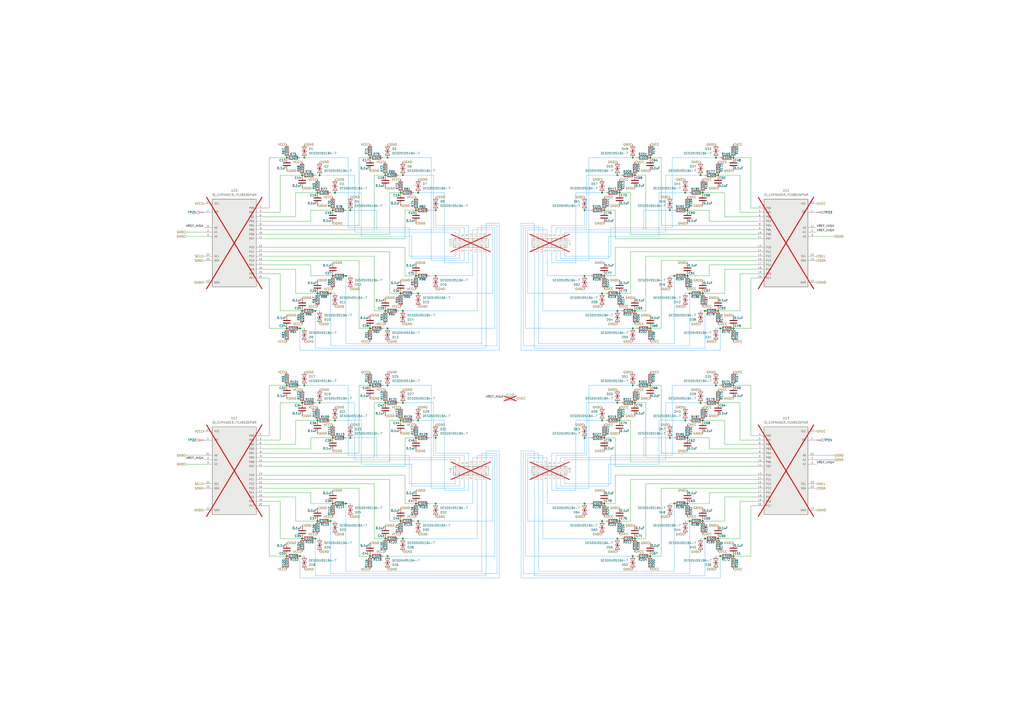
<source format=kicad_sch>
(kicad_sch (version 20250114) (generator "eeschema") (generator_version "9.0")
  (paper "A2")
  (title_block (title "Main Universal Panel Board") (date "2025-08-06") (rev "X0") (company "CMSC") (comment 1 "NF 2025"))
  (junction (at 200.66 160.02))
  (junction (at 166.37 91.44))
  (junction (at 416.56 233.68))
  (junction (at 241.3 160.02))
  (junction (at 166.37 223.52))
  (junction (at 350.52 121.92))
  (junction (at 367.03 91.44))
  (junction (at 358.14 180.34))
  (junction (at 400.05 302.26))
  (junction (at 339.09 254))
  (junction (at 359.41 111.76))
  (junction (at 408.94 180.34))
  (junction (at 358.14 233.68))
  (junction (at 339.09 160.02))
  (junction (at 203.2 121.92))
  (junction (at 425.45 190.5))
  (junction (at 415.29 223.52))
  (junction (at 358.14 312.42))
  (junction (at 400.05 170.18))
  (junction (at 193.04 160.02))
  (junction (at 407.67 111.76))
  (junction (at 233.68 312.42))
  (junction (at 252.73 254))
  (junction (at 406.4 101.6))
  (junction (at 425.45 322.58))
  (junction (at 242.57 111.76))
  (junction (at 415.29 91.44))
  (junction (at 214.63 91.44))
  (junction (at 377.19 190.5))
  (junction (at 407.67 170.18))
  (junction (at 185.42 101.6))
  (junction (at 176.53 91.44))
  (junction (at 339.09 292.1))
  (junction (at 232.41 302.26))
  (junction (at 377.19 91.44))
  (junction (at 185.42 233.68))
  (junction (at 233.68 180.34))
  (junction (at 416.56 101.6))
  (junction (at 368.3 233.68))
  (junction (at 339.09 121.92))
  (junction (at 350.52 292.1))
  (junction (at 175.26 312.42))
  (junction (at 224.79 322.58))
  (junction (at 398.78 160.02))
  (junction (at 242.57 170.18))
  (junction (at 223.52 180.34))
  (junction (at 224.79 190.5))
  (junction (at 241.3 121.92))
  (junction (at 242.57 302.26))
  (junction (at 184.15 170.18))
  (junction (at 232.41 243.84))
  (junction (at 241.3 254))
  (junction (at 193.04 121.92))
  (junction (at 417.83 190.5))
  (junction (at 407.67 302.26))
  (junction (at 408.94 312.42))
  (junction (at 398.78 292.1))
  (junction (at 367.03 322.58))
  (junction (at 194.31 111.76))
  (junction (at 223.52 233.68))
  (junction (at 368.3 101.6))
  (junction (at 406.4 233.68))
  (junction (at 391.16 160.02))
  (junction (at 184.15 243.84))
  (junction (at 175.26 233.68))
  (junction (at 214.63 190.5))
  (junction (at 377.19 223.52))
  (junction (at 182.88 312.42))
  (junction (at 224.79 91.44))
  (junction (at 359.41 302.26))
  (junction (at 233.68 101.6))
  (junction (at 350.52 160.02))
  (junction (at 203.2 254))
  (junction (at 252.73 292.1))
  (junction (at 388.62 254))
  (junction (at 349.25 170.18))
  (junction (at 349.25 302.26))
  (junction (at 184.15 111.76))
  (junction (at 367.03 190.5))
  (junction (at 223.52 101.6))
  (junction (at 176.53 223.52))
  (junction (at 224.79 223.52))
  (junction (at 214.63 322.58))
  (junction (at 398.78 121.92))
  (junction (at 200.66 292.1))
  (junction (at 166.37 322.58))
  (junction (at 191.77 170.18))
  (junction (at 350.52 254))
  (junction (at 252.73 160.02))
  (junction (at 173.99 322.58))
  (junction (at 407.67 243.84))
  (junction (at 416.56 312.42))
  (junction (at 182.88 180.34))
  (junction (at 191.77 302.26))
  (junction (at 175.26 180.34))
  (junction (at 359.41 243.84))
  (junction (at 214.63 223.52))
  (junction (at 241.3 292.1))
  (junction (at 193.04 292.1))
  (junction (at 193.04 254))
  (junction (at 359.41 170.18))
  (junction (at 388.62 121.92))
  (junction (at 416.56 180.34))
  (junction (at 367.03 223.52))
  (junction (at 349.25 111.76))
  (junction (at 175.26 101.6))
  (junction (at 173.99 190.5))
  (junction (at 184.15 302.26))
  (junction (at 391.16 292.1))
  (junction (at 166.37 190.5))
  (junction (at 397.51 111.76))
  (junction (at 252.73 121.92))
  (junction (at 232.41 170.18))
  (junction (at 397.51 243.84))
  (junction (at 368.3 180.34))
  (junction (at 377.19 322.58))
  (junction (at 233.68 233.68))
  (junction (at 194.31 243.84))
  (junction (at 232.41 111.76))
  (junction (at 358.14 101.6))
  (junction (at 242.57 243.84))
  (junction (at 425.45 91.44))
  (junction (at 223.52 312.42))
  (junction (at 349.25 243.84))
  (junction (at 417.83 322.58))
  (junction (at 425.45 223.52))
  (junction (at 368.3 312.42))
  (junction (at 398.78 254))
  (wire (pts (xy 226.06 170.18) (xy 232.41 170.18)))
  (wire (pts (xy 408.94 180.34) (xy 406.4 180.34)) (stroke (width 0) (color 34 163 255 1)))
  (wire (pts (xy 420.37 156.21) (xy 420.37 170.18)))
  (wire (pts (xy 373.38 121.92) (xy 373.38 133.35)) (stroke (width 0) (color 34 163 255 1)))
  (wire (pts (xy 201.93 264.16) (xy 237.49 264.16)) (stroke (width 0) (color 34 163 255 1)))
  (wire (pts (xy 382.27 269.24) (xy 353.06 269.24)) (stroke (width 0) (color 34 163 255 1)))
  (wire (pts (xy 276.86 180.34) (xy 276.86 147.32)) (stroke (width 0) (color 34 163 255 1)))
  (wire (pts (xy 176.53 223.52) (xy 201.93 223.52)) (stroke (width 0) (color 34 163 255 1)))
  (wire (pts (xy 325.12 281.94) (xy 325.12 279.4)) (stroke (width 0) (color 34 163 255 1)))
  (wire (pts (xy 389.89 264.16) (xy 354.33 264.16)) (stroke (width 0) (color 34 163 255 1)))
  (wire (pts (xy 438.15 133.35) (xy 374.65 133.35)))
  (wire (pts (xy 303.53 332.74) (xy 303.53 262.89)) (stroke (width 0) (color 34 163 255 1)))
  (wire (pts (xy 303.53 130.81) (xy 312.42 130.81)) (stroke (width 0) (color 34 163 255 1)))
  (wire (pts (xy 191.77 243.84) (xy 194.31 243.84)) (stroke (width 0) (color 34 163 255 1)))
  (wire (pts (xy 406.4 101.6) (xy 386.08 101.6)) (stroke (width 0) (color 34 163 255 1)))
  (wire (pts (xy 107.95 269.24) (xy 118.11 269.24)))
  (wire (pts (xy 156.21 293.37) (xy 153.67 293.37)))
  (wire (pts (xy 360.68 233.68) (xy 358.14 233.68)) (stroke (width 0) (color 34 163 255 1)))
  (wire (pts (xy 356.87 292.1) (xy 350.52 292.1)))
  (wire (pts (xy 304.8 264.16) (xy 314.96 264.16)) (stroke (width 0) (color 34 163 255 1)))
  (wire (pts (xy 425.45 91.44) (xy 435.61 91.44)))
  (wire (pts (xy 153.67 265.43) (xy 217.17 265.43)))
  (wire (pts (xy 411.48 260.35) (xy 411.48 254)))
  (wire (pts (xy 248.92 121.92) (xy 252.73 121.92)) (stroke (width 0) (color 34 163 255 1)))
  (wire (pts (xy 325.12 265.43) (xy 325.12 266.7)) (stroke (width 0) (color 34 163 255 1)))
  (wire (pts (xy 251.46 132.08) (xy 269.24 132.08)) (stroke (width 0) (color 34 163 255 1)))
  (wire (pts (xy 483.87 264.16) (xy 473.71 264.16)))
  (wire (pts (xy 349.25 170.18) (xy 306.07 170.18)) (stroke (width 0) (color 34 163 255 1)))
  (wire (pts (xy 156.21 252.73) (xy 153.67 252.73)))
  (wire (pts (xy 391.16 254) (xy 388.62 254)) (stroke (width 0) (color 34 163 255 1)))
  (wire (pts (xy 388.62 121.92) (xy 373.38 121.92)) (stroke (width 0) (color 34 163 255 1)))
  (wire (pts (xy 173.99 322.58) (xy 176.53 322.58)) (stroke (width 0) (color 34 163 255 1)))
  (wire (pts (xy 429.26 180.34) (xy 416.56 180.34)))
  (wire (pts (xy 320.04 152.4) (xy 320.04 147.32)) (stroke (width 0) (color 34 163 255 1)))
  (wire (pts (xy 264.16 280.67) (xy 264.16 279.4)) (stroke (width 0) (color 34 163 255 1)))
  (wire (pts (xy 182.88 233.68) (xy 185.42 233.68)) (stroke (width 0) (color 34 163 255 1)))
  (wire (pts (xy 302.26 129.54) (xy 309.88 129.54)) (stroke (width 0) (color 34 163 255 1)))
  (wire (pts (xy 356.87 254) (xy 350.52 254)))
  (wire (pts (xy 257.81 152.4) (xy 271.78 152.4)) (stroke (width 0) (color 34 163 255 1)))
  (wire (pts (xy 191.77 170.18) (xy 194.31 170.18)) (stroke (width 0) (color 34 163 255 1)))
  (wire (pts (xy 483.87 137.16) (xy 473.71 137.16)))
  (wire (pts (xy 334.01 111.76) (xy 334.01 152.4)) (stroke (width 0) (color 34 163 255 1)))
  (wire (pts (xy 367.03 223.52) (xy 341.63 223.52)) (stroke (width 0) (color 34 163 255 1)))
  (wire (pts (xy 222.25 322.58) (xy 224.79 322.58)) (stroke (width 0) (color 34 163 255 1)))
  (wire (pts (xy 166.37 322.58) (xy 156.21 322.58)))
  (wire (pts (xy 217.17 101.6) (xy 223.52 101.6)))
  (wire (pts (xy 309.88 201.93) (xy 309.88 147.32)) (stroke (width 0) (color 34 163 255 1)))
  (wire (pts (xy 435.61 322.58) (xy 435.61 293.37)))
  (wire (pts (xy 234.95 254) (xy 241.3 254)))
  (wire (pts (xy 342.9 254) (xy 339.09 254)) (stroke (width 0) (color 34 163 255 1)))
  (wire (pts (xy 322.58 264.16) (xy 322.58 266.7)) (stroke (width 0) (color 34 163 255 1)))
  (wire (pts (xy 269.24 132.08) (xy 269.24 134.62)) (stroke (width 0) (color 34 163 255 1)))
  (wire (pts (xy 180.34 128.27) (xy 180.34 121.92)))
  (wire (pts (xy 257.81 284.48) (xy 271.78 284.48)) (stroke (width 0) (color 34 163 255 1)))
  (wire (pts (xy 365.76 135.89) (xy 365.76 111.76)))
  (wire (pts (xy 208.28 283.21) (xy 208.28 322.58)))
  (wire (pts (xy 257.81 243.84) (xy 257.81 284.48)) (stroke (width 0) (color 34 163 255 1)))
  (wire (pts (xy 264.16 148.59) (xy 264.16 147.32)) (stroke (width 0) (color 34 163 255 1)))
  (wire (pts (xy 438.15 257.81) (xy 420.37 257.81)))
  (wire (pts (xy 411.48 121.92) (xy 398.78 121.92)))
  (wire (pts (xy 205.74 101.6) (xy 205.74 134.62)) (stroke (width 0) (color 34 163 255 1)))
  (wire (pts (xy 203.2 121.92) (xy 218.44 121.92)) (stroke (width 0) (color 34 163 255 1)))
  (wire (pts (xy 411.48 292.1) (xy 398.78 292.1)))
  (wire (pts (xy 400.05 200.66) (xy 303.53 200.66)) (stroke (width 0) (color 34 163 255 1)))
  (wire (pts (xy 435.61 293.37) (xy 438.15 293.37)))
  (wire (pts (xy 400.05 111.76) (xy 397.51 111.76)) (stroke (width 0) (color 34 163 255 1)))
  (wire (pts (xy 156.21 223.52) (xy 156.21 252.73)))
  (wire (pts (xy 153.67 262.89) (xy 208.28 262.89)))
  (wire (pts (xy 369.57 190.5) (xy 367.03 190.5)) (stroke (width 0) (color 34 163 255 1)))
  (wire (pts (xy 435.61 120.65) (xy 438.15 120.65)))
  (wire (pts (xy 369.57 91.44) (xy 367.03 91.44)) (stroke (width 0) (color 34 163 255 1)))
  (wire (pts (xy 173.99 91.44) (xy 176.53 91.44)) (stroke (width 0) (color 34 163 255 1)))
  (wire (pts (xy 209.55 137.16) (xy 238.76 137.16)) (stroke (width 0) (color 34 163 255 1)))
  (wire (pts (xy 327.66 280.67) (xy 327.66 279.4)) (stroke (width 0) (color 34 163 255 1)))
  (wire (pts (xy 180.34 121.92) (xy 193.04 121.92)))
  (wire (pts (xy 222.25 223.52) (xy 224.79 223.52)) (stroke (width 0) (color 34 163 255 1)))
  (wire (pts (xy 417.83 322.58) (xy 415.29 322.58)) (stroke (width 0) (color 34 163 255 1)))
  (wire (pts (xy 287.02 322.58) (xy 287.02 264.16)) (stroke (width 0) (color 34 163 255 1)))
  (wire (pts (xy 218.44 254) (xy 218.44 265.43)) (stroke (width 0) (color 34 163 255 1)))
  (wire (pts (xy 153.67 138.43) (xy 234.95 138.43)))
  (wire (pts (xy 266.7 265.43) (xy 266.7 266.7)) (stroke (width 0) (color 34 163 255 1)))
  (wire (pts (xy 285.75 170.18) (xy 285.75 133.35)) (stroke (width 0) (color 34 163 255 1)))
  (wire (pts (xy 234.95 121.92) (xy 241.3 121.92)))
  (wire (pts (xy 383.54 262.89) (xy 383.54 223.52)))
  (wire (pts (xy 276.86 132.08) (xy 276.86 134.62)) (stroke (width 0) (color 34 163 255 1)))
  (wire (pts (xy 438.15 148.59) (xy 374.65 148.59)))
  (wire (pts (xy 266.7 133.35) (xy 266.7 134.62)) (stroke (width 0) (color 34 163 255 1)))
  (wire (pts (xy 317.5 160.02) (xy 317.5 147.32)) (stroke (width 0) (color 34 163 255 1)))
  (wire (pts (xy 173.99 190.5) (xy 173.99 203.2)) (stroke (width 0) (color 34 163 255 1)))
  (wire (pts (xy 342.9 292.1) (xy 339.09 292.1)) (stroke (width 0) (color 34 163 255 1)))
  (wire (pts (xy 173.99 223.52) (xy 176.53 223.52)) (stroke (width 0) (color 34 163 255 1)))
  (wire (pts (xy 107.95 134.62) (xy 118.11 134.62)))
  (wire (pts (xy 358.14 101.6) (xy 340.36 101.6)) (stroke (width 0) (color 34 163 255 1)))
  (wire (pts (xy 271.78 130.81) (xy 271.78 134.62)) (stroke (width 0) (color 34 163 255 1)))
  (wire (pts (xy 389.89 223.52) (xy 389.89 264.16)) (stroke (width 0) (color 34 163 255 1)))
  (wire (pts (xy 208.28 262.89) (xy 208.28 223.52)))
  (wire (pts (xy 339.09 262.89) (xy 320.04 262.89)) (stroke (width 0) (color 34 163 255 1)))
  (wire (pts (xy 180.34 153.67) (xy 180.34 160.02)))
  (wire (pts (xy 233.68 101.6) (xy 251.46 101.6)) (stroke (width 0) (color 34 163 255 1)))
  (wire (pts (xy 191.77 332.74) (xy 288.29 332.74)) (stroke (width 0) (color 34 163 255 1)))
  (wire (pts (xy 383.54 283.21) (xy 383.54 322.58)))
  (wire (pts (xy 238.76 149.86) (xy 266.7 149.86)) (stroke (width 0) (color 34 163 255 1)))
  (wire (pts (xy 374.65 233.68) (xy 368.3 233.68)))
  (wire (pts (xy 251.46 233.68) (xy 251.46 264.16)) (stroke (width 0) (color 34 163 255 1)))
  (wire (pts (xy 400.05 332.74) (xy 303.53 332.74)) (stroke (width 0) (color 34 163 255 1)))
  (wire (pts (xy 156.21 322.58) (xy 156.21 293.37)))
  (wire (pts (xy 397.51 243.84) (xy 382.27 243.84)) (stroke (width 0) (color 34 163 255 1)))
  (wire (pts (xy 438.15 138.43) (xy 356.87 138.43)))
  (wire (pts (xy 250.19 151.13) (xy 269.24 151.13)) (stroke (width 0) (color 34 163 255 1)))
  (wire (pts (xy 153.67 257.81) (xy 171.45 257.81)))
  (wire (pts (xy 191.77 170.18) (xy 191.77 200.66)) (stroke (width 0) (color 34 163 255 1)))
  (wire (pts (xy 354.33 148.59) (xy 327.66 148.59)) (stroke (width 0) (color 34 163 255 1)))
  (wire (pts (xy 400.05 302.26) (xy 400.05 332.74)) (stroke (width 0) (color 34 163 255 1)))
  (wire (pts (xy 438.15 265.43) (xy 374.65 265.43)))
  (wire (pts (xy 208.28 130.81) (xy 208.28 91.44)))
  (wire (pts (xy 171.45 111.76) (xy 184.15 111.76)))
  (wire (pts (xy 271.78 262.89) (xy 271.78 266.7)) (stroke (width 0) (color 34 163 255 1)))
  (wire (pts (xy 342.9 160.02) (xy 339.09 160.02)) (stroke (width 0) (color 34 163 255 1)))
  (wire (pts (xy 339.09 160.02) (xy 317.5 160.02)) (stroke (width 0) (color 34 163 255 1)))
  (wire (pts (xy 438.15 123.19) (xy 429.26 123.19)))
  (wire (pts (xy 420.37 243.84) (xy 407.67 243.84)))
  (wire (pts (xy 429.26 158.75) (xy 429.26 180.34)))
  (wire (pts (xy 304.8 190.5) (xy 304.8 132.08)) (stroke (width 0) (color 34 163 255 1)))
  (wire (pts (xy 425.45 322.58) (xy 435.61 322.58)))
  (wire (pts (xy 153.67 285.75) (xy 180.34 285.75)))
  (wire (pts (xy 281.94 261.62) (xy 281.94 266.7)) (stroke (width 0) (color 34 163 255 1)))
  (wire (pts (xy 341.63 151.13) (xy 322.58 151.13)) (stroke (width 0) (color 34 163 255 1)))
  (wire (pts (xy 257.81 111.76) (xy 257.81 152.4)) (stroke (width 0) (color 34 163 255 1)))
  (wire (pts (xy 438.15 125.73) (xy 420.37 125.73)))
  (wire (pts (xy 233.68 233.68) (xy 251.46 233.68)) (stroke (width 0) (color 34 163 255 1)))
  (wire (pts (xy 240.03 111.76) (xy 242.57 111.76)) (stroke (width 0) (color 34 163 255 1)))
  (wire (pts (xy 171.45 288.29) (xy 171.45 302.26)))
  (wire (pts (xy 365.76 111.76) (xy 359.41 111.76)))
  (wire (pts (xy 304.8 322.58) (xy 304.8 264.16)) (stroke (width 0) (color 34 163 255 1)))
  (wire (pts (xy 374.65 148.59) (xy 374.65 180.34)))
  (wire (pts (xy 374.65 265.43) (xy 374.65 233.68)))
  (wire (pts (xy 411.48 285.75) (xy 411.48 292.1)))
  (wire (pts (xy 153.67 267.97) (xy 226.06 267.97)))
  (wire (pts (xy 400.05 170.18) (xy 400.05 200.66)) (stroke (width 0) (color 34 163 255 1)))
  (wire (pts (xy 317.5 292.1) (xy 317.5 279.4)) (stroke (width 0) (color 34 163 255 1)))
  (wire (pts (xy 354.33 132.08) (xy 354.33 148.59)) (stroke (width 0) (color 34 163 255 1)))
  (wire (pts (xy 153.67 270.51) (xy 234.95 270.51)))
  (wire (pts (xy 153.67 288.29) (xy 171.45 288.29)))
  (wire (pts (xy 303.53 200.66) (xy 303.53 130.81)) (stroke (width 0) (color 34 163 255 1)))
  (wire (pts (xy 391.16 121.92) (xy 388.62 121.92)) (stroke (width 0) (color 34 163 255 1)))
  (wire (pts (xy 360.68 312.42) (xy 358.14 312.42)) (stroke (width 0) (color 34 163 255 1)))
  (wire (pts (xy 438.15 283.21) (xy 383.54 283.21)))
  (wire (pts (xy 200.66 121.92) (xy 203.2 121.92)) (stroke (width 0) (color 34 163 255 1)))
  (wire (pts (xy 218.44 121.92) (xy 218.44 133.35)) (stroke (width 0) (color 34 163 255 1)))
  (wire (pts (xy 358.14 233.68) (xy 340.36 233.68)) (stroke (width 0) (color 34 163 255 1)))
  (wire (pts (xy 250.19 283.21) (xy 269.24 283.21)) (stroke (width 0) (color 34 163 255 1)))
  (wire (pts (xy 339.09 121.92) (xy 339.09 130.81)) (stroke (width 0) (color 34 163 255 1)))
  (wire (pts (xy 153.67 283.21) (xy 208.28 283.21)))
  (wire (pts (xy 417.83 190.5) (xy 417.83 203.2)) (stroke (width 0) (color 34 163 255 1)))
  (wire (pts (xy 360.68 101.6) (xy 358.14 101.6)) (stroke (width 0) (color 34 163 255 1)))
  (wire (pts (xy 274.32 133.35) (xy 274.32 134.62)) (stroke (width 0) (color 34 163 255 1)))
  (wire (pts (xy 417.83 91.44) (xy 415.29 91.44)) (stroke (width 0) (color 34 163 255 1)))
  (wire (pts (xy 162.56 101.6) (xy 175.26 101.6)))
  (wire (pts (xy 224.79 190.5) (xy 287.02 190.5)) (stroke (width 0) (color 34 163 255 1)))
  (wire (pts (xy 153.67 148.59) (xy 217.17 148.59)))
  (wire (pts (xy 411.48 153.67) (xy 411.48 160.02)))
  (wire (pts (xy 238.76 269.24) (xy 238.76 281.94)) (stroke (width 0) (color 34 163 255 1)))
  (wire (pts (xy 226.06 243.84) (xy 232.41 243.84)))
  (wire (pts (xy 306.07 133.35) (xy 317.5 133.35)) (stroke (width 0) (color 34 163 255 1)))
  (wire (pts (xy 349.25 302.26) (xy 306.07 302.26)) (stroke (width 0) (color 34 163 255 1)))
  (wire (pts (xy 274.32 265.43) (xy 274.32 266.7)) (stroke (width 0) (color 34 163 255 1)))
  (wire (pts (xy 237.49 148.59) (xy 264.16 148.59)) (stroke (width 0) (color 34 163 255 1)))
  (wire (pts (xy 191.77 111.76) (xy 194.31 111.76)) (stroke (width 0) (color 34 163 255 1)))
  (wire (pts (xy 438.15 158.75) (xy 429.26 158.75)))
  (wire (pts (xy 276.86 264.16) (xy 276.86 266.7)) (stroke (width 0) (color 34 163 255 1)))
  (wire (pts (xy 285.75 133.35) (xy 274.32 133.35)) (stroke (width 0) (color 34 163 255 1)))
  (wire (pts (xy 252.73 292.1) (xy 274.32 292.1)) (stroke (width 0) (color 34 163 255 1)))
  (wire (pts (xy 281.94 129.54) (xy 281.94 134.62)) (stroke (width 0) (color 34 163 255 1)))
  (wire (pts (xy 289.56 129.54) (xy 281.94 129.54)) (stroke (width 0) (color 34 163 255 1)))
  (wire (pts (xy 374.65 312.42) (xy 368.3 312.42)))
  (wire (pts (xy 438.15 267.97) (xy 365.76 267.97)))
  (wire (pts (xy 173.99 203.2) (xy 289.56 203.2)) (stroke (width 0) (color 34 163 255 1)))
  (wire (pts (xy 411.48 128.27) (xy 411.48 121.92)))
  (wire (pts (xy 312.42 199.39) (xy 312.42 147.32)) (stroke (width 0) (color 34 163 255 1)))
  (wire (pts (xy 314.96 180.34) (xy 314.96 147.32)) (stroke (width 0) (color 34 163 255 1)))
  (wire (pts (xy 288.29 200.66) (xy 288.29 130.81)) (stroke (width 0) (color 34 163 255 1)))
  (wire (pts (xy 208.28 151.13) (xy 208.28 190.5)))
  (wire (pts (xy 383.54 223.52) (xy 377.19 223.52)))
  (wire (pts (xy 217.17 148.59) (xy 217.17 180.34)))
  (wire (pts (xy 356.87 138.43) (xy 356.87 121.92)))
  (wire (pts (xy 162.56 180.34) (xy 175.26 180.34)))
  (wire (pts (xy 153.67 290.83) (xy 162.56 290.83)))
  (wire (pts (xy 248.92 254) (xy 252.73 254)) (stroke (width 0) (color 34 163 255 1)))
  (wire (pts (xy 415.29 223.52) (xy 389.89 223.52)) (stroke (width 0) (color 34 163 255 1)))
  (wire (pts (xy 408.94 180.34) (xy 408.94 201.93)) (stroke (width 0) (color 34 163 255 1)))
  (wire (pts (xy 285.75 302.26) (xy 285.75 265.43)) (stroke (width 0) (color 34 163 255 1)))
  (wire (pts (xy 425.45 223.52) (xy 435.61 223.52)))
  (wire (pts (xy 234.95 138.43) (xy 234.95 121.92)))
  (wire (pts (xy 435.61 190.5) (xy 435.61 161.29)))
  (wire (pts (xy 201.93 132.08) (xy 237.49 132.08)) (stroke (width 0) (color 34 163 255 1)))
  (wire (pts (xy 153.67 143.51) (xy 234.95 143.51)))
  (wire (pts (xy 369.57 322.58) (xy 367.03 322.58)) (stroke (width 0) (color 34 163 255 1)))
  (wire (pts (xy 274.32 292.1) (xy 274.32 279.4)) (stroke (width 0) (color 34 163 255 1)))
  (wire (pts (xy 191.77 302.26) (xy 194.31 302.26)) (stroke (width 0) (color 34 163 255 1)))
  (wire (pts (xy 107.95 137.16) (xy 118.11 137.16)))
  (wire (pts (xy 217.17 133.35) (xy 217.17 101.6)))
  (wire (pts (xy 231.14 233.68) (xy 233.68 233.68)) (stroke (width 0) (color 34 163 255 1)))
  (wire (pts (xy 389.89 91.44) (xy 389.89 132.08)) (stroke (width 0) (color 34 163 255 1)))
  (wire (pts (xy 322.58 283.21) (xy 322.58 279.4)) (stroke (width 0) (color 34 163 255 1)))
  (wire (pts (xy 386.08 266.7) (xy 327.66 266.7)) (stroke (width 0) (color 34 163 255 1)))
  (wire (pts (xy 279.4 199.39) (xy 279.4 147.32)) (stroke (width 0) (color 34 163 255 1)))
  (wire (pts (xy 415.29 91.44) (xy 389.89 91.44)) (stroke (width 0) (color 34 163 255 1)))
  (wire (pts (xy 182.88 334.01) (xy 281.94 334.01)) (stroke (width 0) (color 34 163 255 1)))
  (wire (pts (xy 231.14 312.42) (xy 233.68 312.42)) (stroke (width 0) (color 34 163 255 1)))
  (wire (pts (xy 231.14 180.34) (xy 233.68 180.34)) (stroke (width 0) (color 34 163 255 1)))
  (wire (pts (xy 153.67 280.67) (xy 217.17 280.67)))
  (wire (pts (xy 306.07 265.43) (xy 317.5 265.43)) (stroke (width 0) (color 34 163 255 1)))
  (wire (pts (xy 389.89 132.08) (xy 354.33 132.08)) (stroke (width 0) (color 34 163 255 1)))
  (wire (pts (xy 191.77 200.66) (xy 288.29 200.66)) (stroke (width 0) (color 34 163 255 1)))
  (wire (pts (xy 411.48 254) (xy 398.78 254)))
  (wire (pts (xy 237.49 132.08) (xy 237.49 148.59)) (stroke (width 0) (color 34 163 255 1)))
  (wire (pts (xy 200.66 292.1) (xy 203.2 292.1)) (stroke (width 0) (color 34 163 255 1)))
  (wire (pts (xy 438.15 278.13) (xy 365.76 278.13)))
  (wire (pts (xy 248.92 160.02) (xy 252.73 160.02)) (stroke (width 0) (color 34 163 255 1)))
  (wire (pts (xy 217.17 312.42) (xy 223.52 312.42)))
  (wire (pts (xy 287.02 264.16) (xy 276.86 264.16)) (stroke (width 0) (color 34 163 255 1)))
  (wire (pts (xy 391.16 160.02) (xy 391.16 199.39)) (stroke (width 0) (color 34 163 255 1)))
  (wire (pts (xy 374.65 101.6) (xy 368.3 101.6)))
  (wire (pts (xy 226.06 278.13) (xy 226.06 302.26)))
  (wire (pts (xy 156.21 190.5) (xy 156.21 161.29)))
  (wire (pts (xy 289.56 261.62) (xy 281.94 261.62)) (stroke (width 0) (color 34 163 255 1)))
  (wire (pts (xy 200.66 254) (xy 203.2 254)) (stroke (width 0) (color 34 163 255 1)))
  (wire (pts (xy 438.15 143.51) (xy 356.87 143.51)))
  (wire (pts (xy 351.79 111.76) (xy 349.25 111.76)) (stroke (width 0) (color 34 163 255 1)))
  (wire (pts (xy 429.26 255.27) (xy 429.26 233.68)))
  (wire (pts (xy 201.93 91.44) (xy 201.93 132.08)) (stroke (width 0) (color 34 163 255 1)))
  (wire (pts (xy 153.67 156.21) (xy 171.45 156.21)))
  (wire (pts (xy 420.37 302.26) (xy 407.67 302.26)))
  (wire (pts (xy 383.54 322.58) (xy 377.19 322.58)))
  (wire (pts (xy 325.12 133.35) (xy 325.12 134.62)) (stroke (width 0) (color 34 163 255 1)))
  (wire (pts (xy 153.67 275.59) (xy 234.95 275.59)))
  (wire (pts (xy 217.17 265.43) (xy 217.17 233.68)))
  (wire (pts (xy 325.12 149.86) (xy 325.12 147.32)) (stroke (width 0) (color 34 163 255 1)))
  (wire (pts (xy 382.27 243.84) (xy 382.27 269.24)) (stroke (width 0) (color 34 163 255 1)))
  (wire (pts (xy 233.68 180.34) (xy 276.86 180.34)) (stroke (width 0) (color 34 163 255 1)))
  (wire (pts (xy 153.67 153.67) (xy 180.34 153.67)))
  (wire (pts (xy 171.45 257.81) (xy 171.45 243.84)))
  (wire (pts (xy 153.67 130.81) (xy 208.28 130.81)))
  (wire (pts (xy 200.66 292.1) (xy 200.66 331.47)) (stroke (width 0) (color 34 163 255 1)))
  (wire (pts (xy 400.05 170.18) (xy 397.51 170.18)) (stroke (width 0) (color 34 163 255 1)))
  (wire (pts (xy 242.57 111.76) (xy 257.81 111.76)) (stroke (width 0) (color 34 163 255 1)))
  (wire (pts (xy 182.88 312.42) (xy 185.42 312.42)) (stroke (width 0) (color 34 163 255 1)))
  (wire (pts (xy 240.03 243.84) (xy 242.57 243.84)) (stroke (width 0) (color 34 163 255 1)))
  (wire (pts (xy 271.78 284.48) (xy 271.78 279.4)) (stroke (width 0) (color 34 163 255 1)))
  (wire (pts (xy 353.06 281.94) (xy 325.12 281.94)) (stroke (width 0) (color 34 163 255 1)))
  (wire (pts (xy 162.56 255.27) (xy 162.56 233.68)))
  (wire (pts (xy 306.07 302.26) (xy 306.07 265.43)) (stroke (width 0) (color 34 163 255 1)))
  (wire (pts (xy 173.99 322.58) (xy 173.99 335.28)) (stroke (width 0) (color 34 163 255 1)))
  (wire (pts (xy 408.94 312.42) (xy 406.4 312.42)) (stroke (width 0) (color 34 163 255 1)))
  (wire (pts (xy 208.28 322.58) (xy 214.63 322.58)))
  (wire (pts (xy 208.28 223.52) (xy 214.63 223.52)))
  (wire (pts (xy 353.06 137.16) (xy 353.06 149.86)) (stroke (width 0) (color 34 163 255 1)))
  (wire (pts (xy 429.26 312.42) (xy 416.56 312.42)))
  (wire (pts (xy 306.07 170.18) (xy 306.07 133.35)) (stroke (width 0) (color 34 163 255 1)))
  (wire (pts (xy 438.15 255.27) (xy 429.26 255.27)))
  (wire (pts (xy 353.06 149.86) (xy 325.12 149.86)) (stroke (width 0) (color 34 163 255 1)))
  (wire (pts (xy 438.15 151.13) (xy 383.54 151.13)))
  (wire (pts (xy 250.19 91.44) (xy 250.19 151.13)) (stroke (width 0) (color 34 163 255 1)))
  (wire (pts (xy 309.88 334.01) (xy 309.88 279.4)) (stroke (width 0) (color 34 163 255 1)))
  (wire (pts (xy 252.73 130.81) (xy 271.78 130.81)) (stroke (width 0) (color 34 163 255 1)))
  (wire (pts (xy 226.06 146.05) (xy 226.06 170.18)))
  (wire (pts (xy 302.26 335.28) (xy 302.26 261.62)) (stroke (width 0) (color 34 163 255 1)))
  (wire (pts (xy 356.87 121.92) (xy 350.52 121.92)))
  (wire (pts (xy 322.58 132.08) (xy 322.58 134.62)) (stroke (width 0) (color 34 163 255 1)))
  (wire (pts (xy 397.51 111.76) (xy 382.27 111.76)) (stroke (width 0) (color 34 163 255 1)))
  (wire (pts (xy 438.15 280.67) (xy 374.65 280.67)))
  (wire (pts (xy 354.33 280.67) (xy 327.66 280.67)) (stroke (width 0) (color 34 163 255 1)))
  (wire (pts (xy 240.03 302.26) (xy 242.57 302.26)) (stroke (width 0) (color 34 163 255 1)))
  (wire (pts (xy 417.83 203.2) (xy 302.26 203.2)) (stroke (width 0) (color 34 163 255 1)))
  (wire (pts (xy 156.21 120.65) (xy 153.67 120.65)))
  (wire (pts (xy 200.66 199.39) (xy 279.4 199.39)) (stroke (width 0) (color 34 163 255 1)))
  (wire (pts (xy 217.17 233.68) (xy 223.52 233.68)))
  (wire (pts (xy 349.25 243.84) (xy 334.01 243.84)) (stroke (width 0) (color 34 163 255 1)))
  (wire (pts (xy 166.37 223.52) (xy 156.21 223.52)))
  (wire (pts (xy 391.16 160.02) (xy 388.62 160.02)) (stroke (width 0) (color 34 163 255 1)))
  (wire (pts (xy 353.06 269.24) (xy 353.06 281.94)) (stroke (width 0) (color 34 163 255 1)))
  (wire (pts (xy 153.67 123.19) (xy 162.56 123.19)))
  (wire (pts (xy 438.15 260.35) (xy 411.48 260.35)))
  (wire (pts (xy 367.03 190.5) (xy 304.8 190.5)) (stroke (width 0) (color 34 163 255 1)))
  (wire (pts (xy 483.87 266.7) (xy 473.71 266.7)))
  (wire (pts (xy 200.66 160.02) (xy 203.2 160.02)) (stroke (width 0) (color 34 163 255 1)))
  (wire (pts (xy 340.36 132.08) (xy 322.58 132.08)) (stroke (width 0) (color 34 163 255 1)))
  (wire (pts (xy 171.45 170.18) (xy 184.15 170.18)))
  (wire (pts (xy 171.45 156.21) (xy 171.45 170.18)))
  (wire (pts (xy 420.37 125.73) (xy 420.37 111.76)))
  (wire (pts (xy 438.15 290.83) (xy 429.26 290.83)))
  (wire (pts (xy 411.48 160.02) (xy 398.78 160.02)))
  (wire (pts (xy 386.08 101.6) (xy 386.08 134.62)) (stroke (width 0) (color 34 163 255 1)))
  (wire (pts (xy 233.68 312.42) (xy 276.86 312.42)) (stroke (width 0) (color 34 163 255 1)))
  (wire (pts (xy 226.06 302.26) (xy 232.41 302.26)))
  (wire (pts (xy 252.73 121.92) (xy 252.73 130.81)) (stroke (width 0) (color 34 163 255 1)))
  (wire (pts (xy 391.16 199.39) (xy 312.42 199.39)) (stroke (width 0) (color 34 163 255 1)))
  (wire (pts (xy 242.57 243.84) (xy 257.81 243.84)) (stroke (width 0) (color 34 163 255 1)))
  (wire (pts (xy 217.17 180.34) (xy 223.52 180.34)))
  (wire (pts (xy 289.56 203.2) (xy 289.56 129.54)) (stroke (width 0) (color 34 163 255 1)))
  (wire (pts (xy 435.61 252.73) (xy 438.15 252.73)))
  (wire (pts (xy 153.67 260.35) (xy 180.34 260.35)))
  (wire (pts (xy 339.09 254) (xy 339.09 262.89)) (stroke (width 0) (color 34 163 255 1)))
  (wire (pts (xy 234.95 160.02) (xy 241.3 160.02)))
  (wire (pts (xy 435.61 161.29) (xy 438.15 161.29)))
  (wire (pts (xy 153.67 278.13) (xy 226.06 278.13)))
  (wire (pts (xy 224.79 91.44) (xy 250.19 91.44)) (stroke (width 0) (color 34 163 255 1)))
  (wire (pts (xy 314.96 312.42) (xy 314.96 279.4)) (stroke (width 0) (color 34 163 255 1)))
  (wire (pts (xy 153.67 133.35) (xy 217.17 133.35)))
  (wire (pts (xy 340.36 264.16) (xy 322.58 264.16)) (stroke (width 0) (color 34 163 255 1)))
  (wire (pts (xy 250.19 223.52) (xy 250.19 283.21)) (stroke (width 0) (color 34 163 255 1)))
  (wire (pts (xy 382.27 111.76) (xy 382.27 137.16)) (stroke (width 0) (color 34 163 255 1)))
  (wire (pts (xy 226.06 111.76) (xy 232.41 111.76)))
  (wire (pts (xy 153.67 158.75) (xy 162.56 158.75)))
  (wire (pts (xy 304.8 132.08) (xy 314.96 132.08)) (stroke (width 0) (color 34 163 255 1)))
  (wire (pts (xy 408.94 201.93) (xy 309.88 201.93)) (stroke (width 0) (color 34 163 255 1)))
  (wire (pts (xy 205.74 134.62) (xy 264.16 134.62)) (stroke (width 0) (color 34 163 255 1)))
  (wire (pts (xy 217.17 280.67) (xy 217.17 312.42)))
  (wire (pts (xy 251.46 101.6) (xy 251.46 132.08)) (stroke (width 0) (color 34 163 255 1)))
  (wire (pts (xy 224.79 223.52) (xy 250.19 223.52)) (stroke (width 0) (color 34 163 255 1)))
  (wire (pts (xy 356.87 143.51) (xy 356.87 160.02)))
  (wire (pts (xy 171.45 243.84) (xy 184.15 243.84)))
  (wire (pts (xy 320.04 130.81) (xy 320.04 134.62)) (stroke (width 0) (color 34 163 255 1)))
  (wire (pts (xy 201.93 223.52) (xy 201.93 264.16)) (stroke (width 0) (color 34 163 255 1)))
  (wire (pts (xy 429.26 290.83) (xy 429.26 312.42)))
  (wire (pts (xy 317.5 265.43) (xy 317.5 266.7)) (stroke (width 0) (color 34 163 255 1)))
  (wire (pts (xy 238.76 281.94) (xy 266.7 281.94)) (stroke (width 0) (color 34 163 255 1)))
  (wire (pts (xy 334.01 284.48) (xy 320.04 284.48)) (stroke (width 0) (color 34 163 255 1)))
  (wire (pts (xy 383.54 151.13) (xy 383.54 190.5)))
  (wire (pts (xy 234.95 143.51) (xy 234.95 160.02)))
  (wire (pts (xy 166.37 91.44) (xy 156.21 91.44)))
  (wire (pts (xy 360.68 180.34) (xy 358.14 180.34)) (stroke (width 0) (color 34 163 255 1)))
  (wire (pts (xy 320.04 262.89) (xy 320.04 266.7)) (stroke (width 0) (color 34 163 255 1)))
  (wire (pts (xy 180.34 292.1) (xy 193.04 292.1)))
  (wire (pts (xy 200.66 160.02) (xy 200.66 199.39)) (stroke (width 0) (color 34 163 255 1)))
  (wire (pts (xy 222.25 190.5) (xy 224.79 190.5)) (stroke (width 0) (color 34 163 255 1)))
  (wire (pts (xy 391.16 292.1) (xy 388.62 292.1)) (stroke (width 0) (color 34 163 255 1)))
  (wire (pts (xy 180.34 260.35) (xy 180.34 254)))
  (wire (pts (xy 153.67 135.89) (xy 226.06 135.89)))
  (wire (pts (xy 408.94 334.01) (xy 309.88 334.01)) (stroke (width 0) (color 34 163 255 1)))
  (wire (pts (xy 171.45 302.26) (xy 184.15 302.26)))
  (wire (pts (xy 173.99 335.28) (xy 289.56 335.28)) (stroke (width 0) (color 34 163 255 1)))
  (wire (pts (xy 386.08 233.68) (xy 386.08 266.7)) (stroke (width 0) (color 34 163 255 1)))
  (wire (pts (xy 341.63 283.21) (xy 322.58 283.21)) (stroke (width 0) (color 34 163 255 1)))
  (wire (pts (xy 176.53 91.44) (xy 201.93 91.44)) (stroke (width 0) (color 34 163 255 1)))
  (wire (pts (xy 334.01 152.4) (xy 320.04 152.4)) (stroke (width 0) (color 34 163 255 1)))
  (wire (pts (xy 429.26 101.6) (xy 416.56 101.6)))
  (wire (pts (xy 288.29 130.81) (xy 279.4 130.81)) (stroke (width 0) (color 34 163 255 1)))
  (wire (pts (xy 365.76 243.84) (xy 359.41 243.84)))
  (wire (pts (xy 435.61 223.52) (xy 435.61 252.73)))
  (wire (pts (xy 322.58 151.13) (xy 322.58 147.32)) (stroke (width 0) (color 34 163 255 1)))
  (wire (pts (xy 312.42 331.47) (xy 312.42 279.4)) (stroke (width 0) (color 34 163 255 1)))
  (wire (pts (xy 408.94 233.68) (xy 406.4 233.68)) (stroke (width 0) (color 34 163 255 1)))
  (wire (pts (xy 314.96 264.16) (xy 314.96 266.7)) (stroke (width 0) (color 34 163 255 1)))
  (wire (pts (xy 356.87 275.59) (xy 356.87 292.1)))
  (wire (pts (xy 320.04 284.48) (xy 320.04 279.4)) (stroke (width 0) (color 34 163 255 1)))
  (wire (pts (xy 251.46 264.16) (xy 269.24 264.16)) (stroke (width 0) (color 34 163 255 1)))
  (wire (pts (xy 438.15 153.67) (xy 411.48 153.67)))
  (wire (pts (xy 356.87 270.51) (xy 356.87 254)))
  (wire (pts (xy 341.63 223.52) (xy 341.63 283.21)) (stroke (width 0) (color 34 163 255 1)))
  (wire (pts (xy 224.79 322.58) (xy 287.02 322.58)) (stroke (width 0) (color 34 163 255 1)))
  (wire (pts (xy 358.14 312.42) (xy 314.96 312.42)) (stroke (width 0) (color 34 163 255 1)))
  (wire (pts (xy 279.4 262.89) (xy 279.4 266.7)) (stroke (width 0) (color 34 163 255 1)))
  (wire (pts (xy 200.66 331.47) (xy 279.4 331.47)) (stroke (width 0) (color 34 163 255 1)))
  (wire (pts (xy 234.95 270.51) (xy 234.95 254)))
  (wire (pts (xy 180.34 160.02) (xy 193.04 160.02)))
  (wire (pts (xy 288.29 262.89) (xy 279.4 262.89)) (stroke (width 0) (color 34 163 255 1)))
  (wire (pts (xy 367.03 91.44) (xy 341.63 91.44)) (stroke (width 0) (color 34 163 255 1)))
  (wire (pts (xy 374.65 133.35) (xy 374.65 101.6)))
  (wire (pts (xy 400.05 302.26) (xy 397.51 302.26)) (stroke (width 0) (color 34 163 255 1)))
  (wire (pts (xy 287.02 190.5) (xy 287.02 132.08)) (stroke (width 0) (color 34 163 255 1)))
  (wire (pts (xy 420.37 288.29) (xy 420.37 302.26)))
  (wire (pts (xy 153.67 146.05) (xy 226.06 146.05)))
  (wire (pts (xy 185.42 233.68) (xy 205.74 233.68)) (stroke (width 0) (color 34 163 255 1)))
  (wire (pts (xy 226.06 267.97) (xy 226.06 243.84)))
  (wire (pts (xy 162.56 233.68) (xy 175.26 233.68)))
  (wire (pts (xy 406.4 233.68) (xy 386.08 233.68)) (stroke (width 0) (color 34 163 255 1)))
  (wire (pts (xy 365.76 146.05) (xy 365.76 170.18)))
  (wire (pts (xy 302.26 261.62) (xy 309.88 261.62)) (stroke (width 0) (color 34 163 255 1)))
  (wire (pts (xy 327.66 148.59) (xy 327.66 147.32)) (stroke (width 0) (color 34 163 255 1)))
  (wire (pts (xy 205.74 233.68) (xy 205.74 266.7)) (stroke (width 0) (color 34 163 255 1)))
  (wire (pts (xy 182.88 312.42) (xy 182.88 334.01)) (stroke (width 0) (color 34 163 255 1)))
  (wire (pts (xy 435.61 91.44) (xy 435.61 120.65)))
  (wire (pts (xy 171.45 125.73) (xy 171.45 111.76)))
  (wire (pts (xy 237.49 264.16) (xy 237.49 280.67)) (stroke (width 0) (color 34 163 255 1)))
  (wire (pts (xy 417.83 335.28) (xy 302.26 335.28)) (stroke (width 0) (color 34 163 255 1)))
  (wire (pts (xy 334.01 243.84) (xy 334.01 284.48)) (stroke (width 0) (color 34 163 255 1)))
  (wire (pts (xy 429.26 123.19) (xy 429.26 101.6)))
  (wire (pts (xy 369.57 223.52) (xy 367.03 223.52)) (stroke (width 0) (color 34 163 255 1)))
  (wire (pts (xy 180.34 285.75) (xy 180.34 292.1)))
  (wire (pts (xy 107.95 264.16) (xy 118.11 264.16)))
  (wire (pts (xy 281.94 201.93) (xy 281.94 147.32)) (stroke (width 0) (color 34 163 255 1)))
  (wire (pts (xy 312.42 262.89) (xy 312.42 266.7)) (stroke (width 0) (color 34 163 255 1)))
  (wire (pts (xy 185.42 101.6) (xy 205.74 101.6)) (stroke (width 0) (color 34 163 255 1)))
  (wire (pts (xy 382.27 137.16) (xy 353.06 137.16)) (stroke (width 0) (color 34 163 255 1)))
  (wire (pts (xy 391.16 331.47) (xy 312.42 331.47)) (stroke (width 0) (color 34 163 255 1)))
  (wire (pts (xy 156.21 91.44) (xy 156.21 120.65)))
  (wire (pts (xy 374.65 280.67) (xy 374.65 312.42)))
  (wire (pts (xy 209.55 243.84) (xy 209.55 269.24)) (stroke (width 0) (color 34 163 255 1)))
  (wire (pts (xy 365.76 278.13) (xy 365.76 302.26)))
  (wire (pts (xy 234.95 292.1) (xy 241.3 292.1)))
  (wire (pts (xy 281.94 334.01) (xy 281.94 279.4)) (stroke (width 0) (color 34 163 255 1)))
  (wire (pts (xy 194.31 111.76) (xy 209.55 111.76)) (stroke (width 0) (color 34 163 255 1)))
  (wire (pts (xy 162.56 158.75) (xy 162.56 180.34)))
  (wire (pts (xy 218.44 265.43) (xy 266.7 265.43)) (stroke (width 0) (color 34 163 255 1)))
  (wire (pts (xy 234.95 275.59) (xy 234.95 292.1)))
  (wire (pts (xy 340.36 101.6) (xy 340.36 132.08)) (stroke (width 0) (color 34 163 255 1)))
  (wire (pts (xy 173.99 190.5) (xy 176.53 190.5)) (stroke (width 0) (color 34 163 255 1)))
  (wire (pts (xy 317.5 133.35) (xy 317.5 134.62)) (stroke (width 0) (color 34 163 255 1)))
  (wire (pts (xy 429.26 233.68) (xy 416.56 233.68)))
  (wire (pts (xy 279.4 130.81) (xy 279.4 134.62)) (stroke (width 0) (color 34 163 255 1)))
  (wire (pts (xy 287.02 132.08) (xy 276.86 132.08)) (stroke (width 0) (color 34 163 255 1)))
  (wire (pts (xy 269.24 151.13) (xy 269.24 147.32)) (stroke (width 0) (color 34 163 255 1)))
  (wire (pts (xy 226.06 135.89) (xy 226.06 111.76)))
  (wire (pts (xy 438.15 146.05) (xy 365.76 146.05)))
  (wire (pts (xy 274.32 160.02) (xy 274.32 147.32)) (stroke (width 0) (color 34 163 255 1)))
  (wire (pts (xy 153.67 255.27) (xy 162.56 255.27)))
  (wire (pts (xy 237.49 280.67) (xy 264.16 280.67)) (stroke (width 0) (color 34 163 255 1)))
  (wire (pts (xy 365.76 267.97) (xy 365.76 243.84)))
  (wire (pts (xy 339.09 130.81) (xy 320.04 130.81)) (stroke (width 0) (color 34 163 255 1)))
  (wire (pts (xy 285.75 265.43) (xy 274.32 265.43)) (stroke (width 0) (color 34 163 255 1)))
  (wire (pts (xy 438.15 270.51) (xy 356.87 270.51)))
  (wire (pts (xy 248.92 292.1) (xy 252.73 292.1)) (stroke (width 0) (color 34 163 255 1)))
  (wire (pts (xy 425.45 190.5) (xy 435.61 190.5)))
  (wire (pts (xy 208.28 91.44) (xy 214.63 91.44)))
  (wire (pts (xy 182.88 201.93) (xy 281.94 201.93)) (stroke (width 0) (color 34 163 255 1)))
  (wire (pts (xy 269.24 283.21) (xy 269.24 279.4)) (stroke (width 0) (color 34 163 255 1)))
  (wire (pts (xy 373.38 265.43) (xy 325.12 265.43)) (stroke (width 0) (color 34 163 255 1)))
  (wire (pts (xy 266.7 149.86) (xy 266.7 147.32)) (stroke (width 0) (color 34 163 255 1)))
  (wire (pts (xy 162.56 290.83) (xy 162.56 312.42)))
  (wire (pts (xy 438.15 275.59) (xy 356.87 275.59)))
  (wire (pts (xy 349.25 111.76) (xy 334.01 111.76)) (stroke (width 0) (color 34 163 255 1)))
  (wire (pts (xy 266.7 281.94) (xy 266.7 279.4)) (stroke (width 0) (color 34 163 255 1)))
  (wire (pts (xy 218.44 133.35) (xy 266.7 133.35)) (stroke (width 0) (color 34 163 255 1)))
  (wire (pts (xy 242.57 302.26) (xy 285.75 302.26)) (stroke (width 0) (color 34 163 255 1)))
  (wire (pts (xy 242.57 170.18) (xy 285.75 170.18)) (stroke (width 0) (color 34 163 255 1)))
  (wire (pts (xy 194.31 243.84) (xy 209.55 243.84)) (stroke (width 0) (color 34 163 255 1)))
  (wire (pts (xy 420.37 170.18) (xy 407.67 170.18)))
  (wire (pts (xy 438.15 128.27) (xy 411.48 128.27)))
  (wire (pts (xy 162.56 123.19) (xy 162.56 101.6)))
  (wire (pts (xy 252.73 254) (xy 252.73 262.89)) (stroke (width 0) (color 34 163 255 1)))
  (wire (pts (xy 367.03 322.58) (xy 304.8 322.58)) (stroke (width 0) (color 34 163 255 1)))
  (wire (pts (xy 203.2 254) (xy 218.44 254)) (stroke (width 0) (color 34 163 255 1)))
  (wire (pts (xy 303.53 262.89) (xy 312.42 262.89)) (stroke (width 0) (color 34 163 255 1)))
  (wire (pts (xy 339.09 292.1) (xy 317.5 292.1)) (stroke (width 0) (color 34 163 255 1)))
  (wire (pts (xy 356.87 160.02) (xy 350.52 160.02)))
  (wire (pts (xy 209.55 111.76) (xy 209.55 137.16)) (stroke (width 0) (color 34 163 255 1)))
  (wire (pts (xy 417.83 322.58) (xy 417.83 335.28)) (stroke (width 0) (color 34 163 255 1)))
  (wire (pts (xy 342.9 121.92) (xy 339.09 121.92)) (stroke (width 0) (color 34 163 255 1)))
  (wire (pts (xy 271.78 152.4) (xy 271.78 147.32)) (stroke (width 0) (color 34 163 255 1)))
  (wire (pts (xy 314.96 132.08) (xy 314.96 134.62)) (stroke (width 0) (color 34 163 255 1)))
  (wire (pts (xy 238.76 137.16) (xy 238.76 149.86)) (stroke (width 0) (color 34 163 255 1)))
  (wire (pts (xy 388.62 254) (xy 373.38 254)) (stroke (width 0) (color 34 163 255 1)))
  (wire (pts (xy 351.79 302.26) (xy 349.25 302.26)) (stroke (width 0) (color 34 163 255 1)))
  (wire (pts (xy 365.76 302.26) (xy 359.41 302.26)))
  (wire (pts (xy 438.15 285.75) (xy 411.48 285.75)))
  (wire (pts (xy 309.88 129.54) (xy 309.88 134.62)) (stroke (width 0) (color 34 163 255 1)))
  (wire (pts (xy 153.67 151.13) (xy 208.28 151.13)))
  (wire (pts (xy 373.38 254) (xy 373.38 265.43)) (stroke (width 0) (color 34 163 255 1)))
  (wire (pts (xy 279.4 331.47) (xy 279.4 279.4)) (stroke (width 0) (color 34 163 255 1)))
  (wire (pts (xy 438.15 135.89) (xy 365.76 135.89)))
  (wire (pts (xy 222.25 91.44) (xy 224.79 91.44)) (stroke (width 0) (color 34 163 255 1)))
  (wire (pts (xy 358.14 180.34) (xy 314.96 180.34)) (stroke (width 0) (color 34 163 255 1)))
  (wire (pts (xy 391.16 292.1) (xy 391.16 331.47)) (stroke (width 0) (color 34 163 255 1)))
  (wire (pts (xy 309.88 261.62) (xy 309.88 266.7)) (stroke (width 0) (color 34 163 255 1)))
  (wire (pts (xy 438.15 130.81) (xy 383.54 130.81)))
  (wire (pts (xy 341.63 91.44) (xy 341.63 151.13)) (stroke (width 0) (color 34 163 255 1)))
  (wire (pts (xy 302.26 203.2) (xy 302.26 129.54)) (stroke (width 0) (color 34 163 255 1)))
  (wire (pts (xy 191.77 302.26) (xy 191.77 332.74)) (stroke (width 0) (color 34 163 255 1)))
  (wire (pts (xy 166.37 190.5) (xy 156.21 190.5)))
  (wire (pts (xy 153.67 128.27) (xy 180.34 128.27)))
  (wire (pts (xy 269.24 264.16) (xy 269.24 266.7)) (stroke (width 0) (color 34 163 255 1)))
  (wire (pts (xy 205.74 266.7) (xy 264.16 266.7)) (stroke (width 0) (color 34 163 255 1)))
  (wire (pts (xy 438.15 156.21) (xy 420.37 156.21)))
  (wire (pts (xy 374.65 180.34) (xy 368.3 180.34)))
  (wire (pts (xy 162.56 312.42) (xy 175.26 312.42)))
  (wire (pts (xy 383.54 91.44) (xy 377.19 91.44)))
  (wire (pts (xy 240.03 170.18) (xy 242.57 170.18)) (stroke (width 0) (color 34 163 255 1)))
  (wire (pts (xy 386.08 134.62) (xy 327.66 134.62)) (stroke (width 0) (color 34 163 255 1)))
  (wire (pts (xy 438.15 288.29) (xy 420.37 288.29)))
  (wire (pts (xy 182.88 180.34) (xy 185.42 180.34)) (stroke (width 0) (color 34 163 255 1)))
  (wire (pts (xy 231.14 101.6) (xy 233.68 101.6)) (stroke (width 0) (color 34 163 255 1)))
  (wire (pts (xy 408.94 312.42) (xy 408.94 334.01)) (stroke (width 0) (color 34 163 255 1)))
  (wire (pts (xy 209.55 269.24) (xy 238.76 269.24)) (stroke (width 0) (color 34 163 255 1)))
  (wire (pts (xy 288.29 332.74) (xy 288.29 262.89)) (stroke (width 0) (color 34 163 255 1)))
  (wire (pts (xy 276.86 312.42) (xy 276.86 279.4)) (stroke (width 0) (color 34 163 255 1)))
  (wire (pts (xy 438.15 262.89) (xy 383.54 262.89)))
  (wire (pts (xy 351.79 243.84) (xy 349.25 243.84)) (stroke (width 0) (color 34 163 255 1)))
  (wire (pts (xy 182.88 180.34) (xy 182.88 201.93)) (stroke (width 0) (color 34 163 255 1)))
  (wire (pts (xy 208.28 190.5) (xy 214.63 190.5)))
  (wire (pts (xy 365.76 170.18) (xy 359.41 170.18)))
  (wire (pts (xy 420.37 111.76) (xy 407.67 111.76)))
  (wire (pts (xy 153.67 125.73) (xy 171.45 125.73)))
  (wire (pts (xy 340.36 233.68) (xy 340.36 264.16)) (stroke (width 0) (color 34 163 255 1)))
  (wire (pts (xy 289.56 335.28) (xy 289.56 261.62)) (stroke (width 0) (color 34 163 255 1)))
  (wire (pts (xy 417.83 223.52) (xy 415.29 223.52)) (stroke (width 0) (color 34 163 255 1)))
  (wire (pts (xy 373.38 133.35) (xy 325.12 133.35)) (stroke (width 0) (color 34 163 255 1)))
  (wire (pts (xy 383.54 130.81) (xy 383.54 91.44)))
  (wire (pts (xy 252.73 160.02) (xy 274.32 160.02)) (stroke (width 0) (color 34 163 255 1)))
  (wire (pts (xy 351.79 170.18) (xy 349.25 170.18)) (stroke (width 0) (color 34 163 255 1)))
  (wire (pts (xy 252.73 262.89) (xy 271.78 262.89)) (stroke (width 0) (color 34 163 255 1)))
  (wire (pts (xy 182.88 101.6) (xy 185.42 101.6)) (stroke (width 0) (color 34 163 255 1)))
  (wire (pts (xy 417.83 190.5) (xy 415.29 190.5)) (stroke (width 0) (color 34 163 255 1)))
  (wire (pts (xy 354.33 264.16) (xy 354.33 280.67)) (stroke (width 0) (color 34 163 255 1)))
  (wire (pts (xy 180.34 254) (xy 193.04 254)))
  (wire (pts (xy 312.42 130.81) (xy 312.42 134.62)) (stroke (width 0) (color 34 163 255 1)))
  (wire (pts (xy 156.21 161.29) (xy 153.67 161.29)))
  (wire (pts (xy 420.37 257.81) (xy 420.37 243.84)))
  (wire (pts (xy 400.05 243.84) (xy 397.51 243.84)) (stroke (width 0) (color 34 163 255 1)))
  (wire (pts (xy 383.54 190.5) (xy 377.19 190.5)))
  (wire (pts (xy 408.94 101.6) (xy 406.4 101.6)) (stroke (width 0) (color 34 163 255 1)))
  (label "VREF_HIGH" (at 118.11 132.08 180))
  (label "VREF_HIGH" (at 473.71 132.08 0))
  (label "VREF_HIGH" (at 473.71 269.24 0))
  (label "VREF_HIGH" (at 473.71 134.62 0))
  (label "VREF_HIGH" (at 118.11 266.7 180))
  (label "VREF_HIGH" (at 292.1 231.14 180))
  (hierarchical_label "GND" (shape input) (at 349.25 177.8 180))
  (hierarchical_label "SDA" (shape input) (at 118.11 283.21 180))
  (hierarchical_label "GND" (shape input) (at 175.26 304.8 0))
  (hierarchical_label "VCC" (shape input) (at 368.3 320.04 0))
  (hierarchical_label "GND" (shape input) (at 193.04 129.54 0))
  (hierarchical_label "VCC" (shape input) (at 175.26 226.06 180))
  (hierarchical_label "GND" (shape input) (at 185.42 187.96 0))
  (hierarchical_label "GND" (shape input) (at 398.78 152.4 180))
  (hierarchical_label "GND" (shape input) (at 194.31 236.22 0))
  (hierarchical_label "GND" (shape input) (at 388.62 246.38 180))
  (hierarchical_label "GND" (shape input) (at 193.04 261.62 0))
  (hierarchical_label "GND" (shape input) (at 214.63 314.96 0))
  (hierarchical_label "GND" (shape input) (at 185.42 93.98 0))
  (hierarchical_label "VCC" (shape input) (at 193.04 299.72 180))
  (hierarchical_label "VCC" (shape input) (at 214.63 83.82 180))
  (hierarchical_label "VCC" (shape input) (at 350.52 167.64 0))
  (hierarchical_label "VCC" (shape input) (at 359.41 309.88 0))
  (hierarchical_label "GND" (shape input) (at 242.57 177.8 0))
  (hierarchical_label "GND" (shape input) (at 358.14 187.96 180))
  (hierarchical_label "VCC" (shape input) (at 368.3 93.98 0))
  (hierarchical_label "GND" (shape input) (at 241.3 129.54 0))
  (hierarchical_label "VCC" (shape input) (at 398.78 246.38 0))
  (hierarchical_label "GND" (shape input) (at 223.52 109.22 0))
  (hierarchical_label "GND" (shape input) (at 415.29 330.2 180))
  (hierarchical_label "GND" (shape input) (at 224.79 83.82 0))
  (hierarchical_label "GND" (shape input) (at 184.15 119.38 0))
  (hierarchical_label "GND" (shape input) (at 166.37 231.14 0))
  (hierarchical_label "GND" (shape input) (at 252.73 167.64 0))
  (hierarchical_label "VCC" (shape input) (at 299.72 231.14 0))
  (hierarchical_label "VCC" (shape input) (at 241.3 114.3 180))
  (hierarchical_label "GND" (shape input) (at 193.04 284.48 0))
  (hierarchical_label "SCL" (shape input) (at 118.11 148.59 180))
  (hierarchical_label "GND" (shape input) (at 425.45 314.96 180))
  (hierarchical_label "GND" (shape input) (at 339.09 114.3 180))
  (hierarchical_label "GND" (shape input) (at 214.63 99.06 0))
  (hierarchical_label "GND" (shape input) (at 176.53 215.9 0))
  (hierarchical_label "VCC" (shape input) (at 473.71 250.19 0))
  (hierarchical_label "VCC" (shape input) (at 175.26 93.98 180))
  (hierarchical_label "VCC" (shape input) (at 425.45 198.12 0))
  (hierarchical_label "VCC" (shape input) (at 416.56 226.06 0))
  (hierarchical_label "GND" (shape input) (at 233.68 187.96 0))
  (hierarchical_label "VCC" (shape input) (at 377.19 215.9 0))
  (hierarchical_label "GND" (shape input) (at 224.79 198.12 0))
  (hierarchical_label "VCC" (shape input) (at 398.78 167.64 0))
  (hierarchical_label "GND" (shape input) (at 175.26 109.22 0))
  (hierarchical_label "GND" (shape input) (at 473.71 163.83 0))
  (hierarchical_label "GND" (shape input) (at 483.87 264.16 0))
  (hierarchical_label "VCC" (shape input) (at 407.67 177.8 0))
  (hierarchical_label "VCC" (shape input) (at 193.04 246.38 180))
  (hierarchical_label "VCC" (shape input) (at 368.3 226.06 0))
  (hierarchical_label "GND" (shape input) (at 359.41 119.38 180))
  (hierarchical_label "GND" (shape input) (at 252.73 114.3 0))
  (hierarchical_label "GND" (shape input) (at 388.62 167.64 180))
  (hierarchical_label "GND" (shape input) (at 233.68 226.06 0))
  (hierarchical_label "GND" (shape input) (at 358.14 320.04 180))
  (hierarchical_label "GND" (shape input) (at 359.41 294.64 180))
  (hierarchical_label "GND" (shape input) (at 118.11 295.91 180))
  (hierarchical_label "GND" (shape input) (at 473.71 295.91 0))
  (hierarchical_label "GND" (shape input) (at 223.52 241.3 0))
  (hierarchical_label "GND" (shape input) (at 416.56 109.22 180))
  (hierarchical_label "VCC" (shape input) (at 407.67 236.22 0))
  (hierarchical_label "GND" (shape input) (at 241.3 261.62 0))
  (hierarchical_label "GND" (shape input) (at 367.03 198.12 180))
  (hierarchical_label "GND" (shape input) (at 350.52 129.54 180))
  (hierarchical_label "GND" (shape input) (at 398.78 261.62 180))
  (hierarchical_label "GND" (shape input) (at 406.4 93.98 180))
  (hierarchical_label "VCC" (shape input) (at 350.52 299.72 0))
  (hierarchical_label "GND" (shape input) (at 233.68 320.04 0))
  (hierarchical_label "VCC" (shape input) (at 118.11 118.11 180))
  (hierarchical_label "VCC" (shape input) (at 166.37 215.9 180))
  (hierarchical_label "SDA" (shape input) (at 473.71 283.21 0))
  (hierarchical_label "GND" (shape input) (at 339.09 167.64 180))
  (hierarchical_label "GND" (shape input) (at 349.25 309.88 180))
  (hierarchical_label "GND" (shape input) (at 368.3 304.8 180))
  (hierarchical_label "VCC" (shape input) (at 407.67 104.14 0))
  (hierarchical_label "GND" (shape input) (at 232.41 119.38 0))
  (hierarchical_label "GND" (shape input) (at 242.57 236.22 0))
  (hierarchical_label "GND" (shape input) (at 368.3 109.22 180))
  (hierarchical_label "GND" (shape input) (at 175.26 172.72 0))
  (hierarchical_label "GND" (shape input) (at 483.87 137.16 0))
  (hierarchical_label "VCC" (shape input) (at 241.3 167.64 180))
  (hierarchical_label "VCC" (shape input) (at 184.15 236.22 180))
  (hierarchical_label "GND" (shape input) (at 242.57 104.14 0))
  (hierarchical_label "GND" (shape input) (at 118.11 163.83 180))
  (hierarchical_label "VCC" (shape input) (at 377.19 330.2 0))
  (hierarchical_label "VCC" (shape input) (at 184.15 177.8 180))
  (hierarchical_label "GND" (shape input) (at 184.15 294.64 0))
  (hierarchical_label "GND" (shape input) (at 359.41 251.46 180))
  (hierarchical_label "GND" (shape input) (at 377.19 231.14 180))
  (hierarchical_label "GND" (shape input) (at 194.31 309.88 0))
  (hierarchical_label "SCL" (shape input) (at 118.11 280.67 180))
  (hierarchical_label "VCC" (shape input) (at 350.52 246.38 0))
  (hierarchical_label "GND" (shape input) (at 416.56 304.8 180))
  (hierarchical_label "GND" (shape input) (at 184.15 162.56 0))
  (hierarchical_label "VCC" (shape input) (at 166.37 330.2 180))
  (hierarchical_label "VCC" (shape input) (at 425.45 330.2 0))
  (hierarchical_label "GND" (shape input) (at 176.53 83.82 0))
  (hierarchical_label "SCL" (shape input) (at 473.71 280.67 0))
  (hierarchical_label "GND" (shape input) (at 415.29 215.9 180))
  (hierarchical_label "VCC" (shape input) (at 416.56 187.96 0))
  (hierarchical_label "GND" (shape input) (at 388.62 114.3 180))
  (hierarchical_label "GND" (shape input) (at 232.41 251.46 0))
  (hierarchical_label "VCC" (shape input) (at 166.37 198.12 180))
  (hierarchical_label "VCC" (shape input) (at 232.41 177.8 180))
  (hierarchical_label "GND" (shape input) (at 350.52 261.62 180))
  (hierarchical_label "GND" (shape input) (at 166.37 182.88 0))
  (hierarchical_label "GND" (shape input) (at 425.45 231.14 180))
  (hierarchical_label "GND" (shape input) (at 175.26 241.3 0))
  (hierarchical_label "VCC" (shape input) (at 425.45 215.9 0))
  (hierarchical_label "VCC" (shape input) (at 214.63 198.12 180))
  (hierarchical_label "GND" (shape input) (at 166.37 99.06 0))
  (hierarchical_label "GND" (shape input) (at 398.78 284.48 180))
  (hierarchical_label "VCC" (shape input) (at 377.19 83.82 0))
  (hierarchical_label "GND" (shape input) (at 214.63 231.14 0))
  (hierarchical_label "GND" (shape input) (at 377.19 182.88 180))
  (hierarchical_label "SDA" (shape input) (at 473.71 151.13 0))
  (hierarchical_label "VCC" (shape input) (at 232.41 236.22 180))
  (hierarchical_label "VCC" (shape input) (at 214.63 330.2 180))
  (hierarchical_label "VCC" (shape input) (at 184.15 309.88 180))
  (hierarchical_label "GND" (shape input) (at 107.95 137.16 180))
  (hierarchical_label "VCC" (shape input) (at 359.41 177.8 0))
  (hierarchical_label "GND" (shape input) (at 224.79 330.2 0))
  (hierarchical_label "GND" (shape input) (at 406.4 320.04 180))
  (hierarchical_label "GND" (shape input) (at 203.2 299.72 0))
  (hierarchical_label "GND" (shape input) (at 339.09 246.38 180))
  (hierarchical_label "GND" (shape input) (at 397.51 309.88 180))
  (hierarchical_label "GND" (shape input) (at 406.4 226.06 180))
  (hierarchical_label "GND" (shape input) (at 407.67 294.64 180))
  (hierarchical_label "VCC" (shape input) (at 398.78 299.72 0))
  (hierarchical_label "GND" (shape input) (at 416.56 172.72 180))
  (hierarchical_label "VCC" (shape input) (at 166.37 83.82 180))
  (hierarchical_label "VCC" (shape input) (at 241.3 246.38 180))
  (hierarchical_label "GND" (shape input) (at 415.29 198.12 180))
  (hierarchical_label "VCC" (shape input) (at 425.45 83.82 0))
  (hierarchical_label "GND" (shape input) (at 166.37 314.96 0))
  (hierarchical_label "GND" (shape input) (at 388.62 299.72 180))
  (hierarchical_label "GND" (shape input) (at 242.57 309.88 0))
  (hierarchical_label "GND" (shape input) (at 359.41 162.56 180))
  (hierarchical_label "VCC" (shape input) (at 398.78 114.3 0))
  (hierarchical_label "GND" (shape input) (at 349.25 236.22 180))
  (hierarchical_label "GND" (shape input) (at 203.2 167.64 0))
  (hierarchical_label "GND" (shape input) (at 368.3 172.72 180))
  (hierarchical_label "SCL" (shape input) (at 473.71 148.59 0))
  (hierarchical_label "GND" (shape input) (at 416.56 241.3 180))
  (hierarchical_label "GND" (shape input) (at 224.79 215.9 0))
  (hierarchical_label "VCC" (shape input) (at 223.52 226.06 180))
  (hierarchical_label "GND" (shape input) (at 232.41 162.56 0))
  (hierarchical_label "VCC" (shape input) (at 223.52 187.96 180))
  (hierarchical_label "GND" (shape input) (at 358.14 226.06 180))
  (hierarchical_label "VCC" (shape input) (at 416.56 93.98 0))
  (hierarchical_label "VCC" (shape input) (at 359.41 236.22 0))
  (hierarchical_label "GND" (shape input) (at 184.15 251.46 0))
  (hierarchical_label "GND" (shape input) (at 425.45 99.06 180))
  (hierarchical_label "GND" (shape input) (at 398.78 129.54 180))
  (hierarchical_label "GND" (shape input) (at 367.03 215.9 180))
  (hierarchical_label "VCC" (shape input) (at 407.67 309.88 0))
  (hierarchical_label "GND" (shape input) (at 107.95 269.24 180))
  (hierarchical_label "VCC" (shape input) (at 193.04 114.3 180))
  (hierarchical_label "VCC" (shape input) (at 214.63 215.9 180))
  (hierarchical_label "GND" (shape input) (at 349.25 104.14 180))
  (hierarchical_label "GND" (shape input) (at 223.52 304.8 0))
  (hierarchical_label "SDA" (shape input) (at 118.11 151.13 180))
  (hierarchical_label "GND" (shape input) (at 377.19 314.96 180))
  (hierarchical_label "GND" (shape input) (at 252.73 299.72 0))
  (hierarchical_label "VCC" (shape input) (at 175.26 320.04 180))
  (hierarchical_label "GND" (shape input) (at 252.73 246.38 0))
  (hierarchical_label "VCC" (shape input) (at 232.41 104.14 180))
  (hierarchical_label "GND" (shape input) (at 194.31 104.14 0))
  (hierarchical_label "GND" (shape input) (at 358.14 93.98 180))
  (hierarchical_label "GND" (shape input) (at 368.3 241.3 180))
  (hierarchical_label "GND" (shape input) (at 407.67 251.46 180))
  (hierarchical_label "GND" (shape input) (at 407.67 119.38 180))
  (hierarchical_label "VCC" (shape input) (at 184.15 104.14 180))
  (hierarchical_label "GND" (shape input) (at 203.2 114.3 0))
  (hierarchical_label "GND" (shape input) (at 232.41 294.64 0))
  (hierarchical_label "GND" (shape input) (at 397.51 177.8 180))
  (hierarchical_label "GND" (shape input) (at 233.68 93.98 0))
  (hierarchical_label "GND" (shape input) (at 350.52 152.4 180))
  (hierarchical_label "GND" (shape input) (at 185.42 320.04 0))
  (hierarchical_label "GND" (shape input) (at 214.63 182.88 0))
  (hierarchical_label "VCC" (shape input) (at 118.11 250.19 180))
  (hierarchical_label "VCC" (shape input) (at 175.26 187.96 180))
  (hierarchical_label "GND" (shape input) (at 185.42 226.06 0))
  (hierarchical_label "VCC" (shape input) (at 232.41 309.88 180))
  (hierarchical_label "GND" (shape input) (at 367.03 330.2 180))
  (hierarchical_label "GND" (shape input) (at 241.3 284.48 0))
  (hierarchical_label "VCC" (shape input) (at 473.71 118.11 0))
  (hierarchical_label "GND" (shape input) (at 425.45 182.88 180))
  (hierarchical_label "GND" (shape input) (at 367.03 83.82 180))
  (hierarchical_label "GND" (shape input) (at 483.87 266.7 0))
  (hierarchical_label "GND" (shape input) (at 339.09 299.72 180))
  (hierarchical_label "GND" (shape input) (at 193.04 152.4 0))
  (hierarchical_label "GND" (shape input) (at 107.95 264.16 180))
  (hierarchical_label "GND" (shape input) (at 241.3 152.4 0))
  (hierarchical_label "GND" (shape input) (at 176.53 198.12 0))
  (hierarchical_label "GND" (shape input) (at 397.51 104.14 180))
  (hierarchical_label "GND" (shape input) (at 176.53 330.2 0))
  (hierarchical_label "GND" (shape input) (at 407.67 162.56 180))
  (hierarchical_label "GND" (shape input) (at 377.19 99.06 180))
  (hierarchical_label "GND" (shape input) (at 397.51 236.22 180))
  (hierarchical_label "VCC" (shape input) (at 241.3 299.72 180))
  (hierarchical_label "VCC" (shape input) (at 193.04 167.64 180))
  (hierarchical_label "GND" (shape input) (at 350.52 284.48 180))
  (hierarchical_label "VCC" (shape input) (at 359.41 104.14 0))
  (hierarchical_label "GND" (shape input) (at 223.52 172.72 0))
  (hierarchical_label "GND" (shape input) (at 107.95 134.62 180))
  (hierarchical_label "VCC" (shape input) (at 377.19 198.12 0))
  (hierarchical_label "VCC" (shape input) (at 223.52 93.98 180))
  (hierarchical_label "GND" (shape input) (at 406.4 187.96 180))
  (hierarchical_label "VCC" (shape input) (at 350.52 114.3 0))
  (hierarchical_label "GND" (shape input) (at 415.29 83.82 180))
  (hierarchical_label "VCC" (shape input) (at 368.3 187.96 0))
  (hierarchical_label "GND" (shape input) (at 194.31 177.8 0))
  (hierarchical_label "GND" (shape input) (at 203.2 246.38 0))
  (hierarchical_label "VCC" (shape input) (at 223.52 320.04 180))
  (hierarchical_label "VCC" (shape input) (at 416.56 320.04 0))
  (symbol (lib_id "Device:C") (at 350.52 257.81 0) (unit 1)
    (property "Reference" "C78" (at 351.028 255.524 0) (effects (justify left)))
    (property "Value" "0.1uF" (at 350.774 260.096 0) (effects (justify left)))
    (property "Footprint" "Capacitor_SMD:C_0603_1608Metric_Pad1.08x0.95mm_HandSolder" (effects (hide yes)))
    (property "Description" "Unpolarized capacitor" (effects (hide yes)))
  )
  (symbol (lib_id "Device:R") (at 227.33 233.68 270) (mirror x) (unit 1)
    (property "Reference" "R121" (at 225.298 231.648 90) (effects (justify left)))
    (property "Value" "150R" (at 224.79 233.68 90) (effects (justify left)))
    (property "Footprint" "Resistor_SMD:R_0603_1608Metric" (effects (hide yes)))
    (property "Description" "Resistor" (effects (hide yes)))
  )
  (symbol (lib_id "Device:R") (at 184.15 240.03 0) (mirror y) (unit 1)
    (property "Reference" "R107" (at 182.118 242.062 90) (effects (justify left)))
    (property "Value" "100K" (at 184.15 242.57 90) (effects (justify left)))
    (property "Footprint" "Resistor_SMD:R_0603_1608Metric" (effects (hide yes)))
    (property "Description" "Resistor" (effects (hide yes)))
  )
  (symbol (lib_id "Diode:SD05_SOD323") (at 349.25 240.03 270) (mirror x) (unit 1)
    (property "Reference" "D59" (at 346.71 238.7599 90) (effects (justify right)))
    (property "Value" "DESD5V0S1BA-7" (at 346.71 241.2999 90) (effects (justify right)))
    (property "Footprint" "Diode_SMD:D_SOD-323" (effects (hide yes)))
    (property "Datasheet" "https://www.littelfuse.com/~/media/electronics/datasheets/tvs_diode_arrays/littelfuse_tvs_diode_array_sd_c_datasheet.pdf.pdf" (effects (hide yes)))
    (property "Description" "5V, 450W Discrete Bidirectional TVS Diode, SOD-323" (effects (hide yes)))
  )
  (symbol (lib_id "Device:R") (at 346.71 160.02 90) (mirror x) (unit 1)
    (property "Reference" "R226" (at 348.742 162.052 90) (effects (justify left)))
    (property "Value" "150R" (at 349.25 160.02 90) (effects (justify left)))
    (property "Footprint" "Resistor_SMD:R_0603_1608Metric" (effects (hide yes)))
    (property "Description" "Resistor" (effects (hide yes)))
  )
  (symbol (lib_id "Device:R") (at 412.75 180.34 90) (mirror x) (unit 1)
    (property "Reference" "R178" (at 414.782 182.372 90) (effects (justify left)))
    (property "Value" "150R" (at 415.29 180.34 90) (effects (justify left)))
    (property "Footprint" "Resistor_SMD:R_0603_1608Metric" (effects (hide yes)))
    (property "Description" "Resistor" (effects (hide yes)))
  )
  (symbol (lib_id "Device:R") (at 359.41 107.95 0) (unit 1)
    (property "Reference" "R213" (at 361.442 109.982 90) (effects (justify left)))
    (property "Value" "100K" (at 359.41 110.49 90) (effects (justify left)))
    (property "Footprint" "Resistor_SMD:R_0603_1608Metric" (effects (hide yes)))
    (property "Description" "Resistor" (effects (hide yes)))
  )
  (symbol (lib_id "Diode:SD05_SOD323") (at 358.14 316.23 270) (unit 1)
    (property "Reference" "D56" (at 355.6 317.5001 90) (effects (justify right)))
    (property "Value" "DESD5V0S1BA-7" (at 355.6 314.9601 90) (effects (justify right)))
    (property "Footprint" "Diode_SMD:D_SOD-323" (effects (hide yes)))
    (property "Datasheet" "https://www.littelfuse.com/~/media/electronics/datasheets/tvs_diode_arrays/littelfuse_tvs_diode_array_sd_c_datasheet.pdf.pdf" (effects (hide yes)))
    (property "Description" "5V, 450W Discrete Bidirectional TVS Diode, SOD-323" (effects (hide yes)))
  )
  (symbol (lib_id "Device:C") (at 223.52 176.53 180) (unit 1)
    (property "Reference" "C29" (at 223.012 178.816 0) (effects (justify left)))
    (property "Value" "0.1uF" (at 223.266 174.244 0) (effects (justify left)))
    (property "Footprint" "Capacitor_SMD:C_0603_1608Metric_Pad1.08x0.95mm_HandSolder" (effects (hide yes)))
    (property "Description" "Unpolarized capacitor" (effects (hide yes)))
  )
  (symbol (lib_id "Device:C") (at 214.63 95.25 0) (mirror y) (unit 1)
    (property "Reference" "C17" (at 214.122 92.964 0) (effects (justify left)))
    (property "Value" "0.1uF" (at 214.376 97.536 0) (effects (justify left)))
    (property "Footprint" "Capacitor_SMD:C_0603_1608Metric_Pad1.08x0.95mm_HandSolder" (effects (hide yes)))
    (property "Description" "Unpolarized capacitor" (effects (hide yes)))
  )
  (symbol (lib_id "Device:R") (at 179.07 180.34 270) (unit 1)
    (property "Reference" "R86" (at 177.038 182.372 90) (effects (justify left)))
    (property "Value" "150R" (at 176.53 180.34 90) (effects (justify left)))
    (property "Footprint" "Resistor_SMD:R_0603_1608Metric" (effects (hide yes)))
    (property "Description" "Resistor" (effects (hide yes)))
  )
  (symbol (lib_id "Connector_Generic:Conn_02x08_Odd_Even") (at 271.78 274.32 90) (unit 1) (dnp yes)
    (property "Reference" "J46" (at 261.366 273.05 0))
    (property "Value" "Conn_02x08_Odd_Even" (effects (hide yes)))
    (property "Footprint" "Connector_IDC:IDC-Header_2x08_P2.54mm_Vertical" (effects (hide yes)))
    (property "Description" "Generic connector, double row, 02x08, odd/even pin numbering scheme (row 1 odd numbers, row 2 even numbers), script generated (kicad-library-utils/schlib/autogen/connector/)" (effects (hide yes)))
  )
  (symbol (lib_id "Diode:SD05_SOD323") (at 185.42 184.15 90) (mirror x) (unit 1)
    (property "Reference" "D10" (at 187.96 185.4201 90) (effects (justify right)))
    (property "Value" "DESD5V0S1BA-7" (at 187.96 182.8801 90) (effects (justify right)))
    (property "Footprint" "Diode_SMD:D_SOD-323" (effects (hide yes)))
    (property "Datasheet" "https://www.littelfuse.com/~/media/electronics/datasheets/tvs_diode_arrays/littelfuse_tvs_diode_array_sd_c_datasheet.pdf.pdf" (effects (hide yes)))
    (property "Description" "5V, 450W Discrete Bidirectional TVS Diode, SOD-323" (effects (hide yes)))
  )
  (symbol (lib_id "Device:R") (at 377.19 87.63 0) (unit 1)
    (property "Reference" "R197" (at 379.222 89.662 90) (effects (justify left)))
    (property "Value" "100K" (at 377.19 90.17 90) (effects (justify left)))
    (property "Footprint" "Resistor_SMD:R_0603_1608Metric" (effects (hide yes)))
    (property "Description" "Resistor" (effects (hide yes)))
  )
  (symbol (lib_id "Diode:SD05_SOD323") (at 406.4 184.15 270) (unit 1)
    (property "Reference" "D38" (at 403.86 185.4201 90) (effects (justify right)))
    (property "Value" "DESD5V0S1BA-7" (at 403.86 182.8801 90) (effects (justify right)))
    (property "Footprint" "Diode_SMD:D_SOD-323" (effects (hide yes)))
    (property "Datasheet" "https://www.littelfuse.com/~/media/electronics/datasheets/tvs_diode_arrays/littelfuse_tvs_diode_array_sd_c_datasheet.pdf.pdf" (effects (hide yes)))
    (property "Description" "5V, 450W Discrete Bidirectional TVS Diode, SOD-323" (effects (hide yes)))
  )
  (symbol (lib_id "Diode:SD05_SOD323") (at 203.2 118.11 90) (unit 1)
    (property "Reference" "D4" (at 205.74 116.8399 90) (effects (justify right)))
    (property "Value" "DESD5V0S1BA-7" (at 205.74 119.3799 90) (effects (justify right)))
    (property "Footprint" "Diode_SMD:D_SOD-323" (effects (hide yes)))
    (property "Datasheet" "https://www.littelfuse.com/~/media/electronics/datasheets/tvs_diode_arrays/littelfuse_tvs_diode_array_sd_c_datasheet.pdf.pdf" (effects (hide yes)))
    (property "Description" "5V, 450W Discrete Bidirectional TVS Diode, SOD-323" (effects (hide yes)))
  )
  (symbol (lib_id "Device:C") (at 193.04 125.73 0) (mirror y) (unit 1)
    (property "Reference" "C16" (at 192.532 123.444 0) (effects (justify left)))
    (property "Value" "0.1uF" (at 192.786 128.016 0) (effects (justify left)))
    (property "Footprint" "Capacitor_SMD:C_0603_1608Metric_Pad1.08x0.95mm_HandSolder" (effects (hide yes)))
    (property "Description" "Unpolarized capacitor" (effects (hide yes)))
  )
  (symbol (lib_id "Device:R") (at 359.41 240.03 0) (unit 1)
    (property "Reference" "R215" (at 361.442 242.062 90) (effects (justify left)))
    (property "Value" "100K" (at 359.41 242.57 90) (effects (justify left)))
    (property "Footprint" "Resistor_SMD:R_0603_1608Metric" (effects (hide yes)))
    (property "Description" "Resistor" (effects (hide yes)))
  )
  (symbol (lib_id "Device:R") (at 245.11 292.1 270) (unit 1)
    (property "Reference" "R163" (at 243.078 294.132 90) (effects (justify left)))
    (property "Value" "150R" (at 242.57 292.1 90) (effects (justify left)))
    (property "Footprint" "Resistor_SMD:R_0603_1608Metric" (effects (hide yes)))
    (property "Description" "Resistor" (effects (hide yes)))
  )
  (symbol (lib_id "Device:C") (at 214.63 227.33 0) (mirror y) (unit 1)
    (property "Reference" "C40" (at 214.122 225.044 0) (effects (justify left)))
    (property "Value" "0.1uF" (at 214.376 229.616 0) (effects (justify left)))
    (property "Footprint" "Capacitor_SMD:C_0603_1608Metric_Pad1.08x0.95mm_HandSolder" (effects (hide yes)))
    (property "Description" "Unpolarized capacitor" (effects (hide yes)))
  )
  (symbol (lib_id "Device:R") (at 236.22 243.84 270) (mirror x) (unit 1)
    (property "Reference" "R125" (at 234.188 241.808 90) (effects (justify left)))
    (property "Value" "150R" (at 233.68 243.84 90) (effects (justify left)))
    (property "Footprint" "Resistor_SMD:R_0603_1608Metric" (effects (hide yes)))
    (property "Description" "Resistor" (effects (hide yes)))
  )
  (symbol (lib_id "Device:R") (at 394.97 121.92 90) (unit 1)
    (property "Reference" "R193" (at 397.002 119.888 90) (effects (justify left)))
    (property "Value" "150R" (at 397.51 121.92 90) (effects (justify left)))
    (property "Footprint" "Resistor_SMD:R_0603_1608Metric" (effects (hide yes)))
    (property "Description" "Resistor" (effects (hide yes)))
  )
  (symbol (lib_id "Device:C") (at 166.37 318.77 180) (unit 1)
    (property "Reference" "C33" (at 165.862 321.056 0) (effects (justify left)))
    (property "Value" "0.1uF" (at 166.116 316.484 0) (effects (justify left)))
    (property "Footprint" "Capacitor_SMD:C_0603_1608Metric_Pad1.08x0.95mm_HandSolder" (effects (hide yes)))
    (property "Description" "Unpolarized capacitor" (effects (hide yes)))
  )
  (symbol (lib_id "Device:R") (at 223.52 97.79 0) (mirror y) (unit 1)
    (property "Reference" "R72" (at 221.488 99.822 90) (effects (justify left)))
    (property "Value" "100K" (at 223.52 100.33 90) (effects (justify left)))
    (property "Footprint" "Resistor_SMD:R_0603_1608Metric" (effects (hide yes)))
    (property "Description" "Resistor" (effects (hide yes)))
  )
  (symbol (lib_id "Device:R") (at 193.04 163.83 180) (unit 1)
    (property "Reference" "R89" (at 191.008 161.798 90) (effects (justify left)))
    (property "Value" "100K" (at 193.04 161.29 90) (effects (justify left)))
    (property "Footprint" "Resistor_SMD:R_0603_1608Metric" (effects (hide yes)))
    (property "Description" "Resistor" (effects (hide yes)))
  )
  (symbol (lib_id "Device:C") (at 166.37 186.69 180) (unit 1)
    (property "Reference" "C24" (at 165.862 188.976 0) (effects (justify left)))
    (property "Value" "0.1uF" (at 166.116 184.404 0) (effects (justify left)))
    (property "Footprint" "Capacitor_SMD:C_0603_1608Metric_Pad1.08x0.95mm_HandSolder" (effects (hide yes)))
    (property "Description" "Unpolarized capacitor" (effects (hide yes)))
  )
  (symbol (lib_id "Device:R") (at 355.6 243.84 90) (unit 1)
    (property "Reference" "R219" (at 357.632 241.808 90) (effects (justify left)))
    (property "Value" "150R" (at 358.14 243.84 90) (effects (justify left)))
    (property "Footprint" "Resistor_SMD:R_0603_1608Metric" (effects (hide yes)))
    (property "Description" "Resistor" (effects (hide yes)))
  )
  (symbol (lib_id "Device:C") (at 166.37 95.25 0) (mirror y) (unit 1)
    (property "Reference" "C13" (at 165.862 92.964 0) (effects (justify left)))
    (property "Value" "0.1uF" (at 166.116 97.536 0) (effects (justify left)))
    (property "Footprint" "Capacitor_SMD:C_0603_1608Metric_Pad1.08x0.95mm_HandSolder" (effects (hide yes)))
    (property "Description" "Unpolarized capacitor" (effects (hide yes)))
  )
  (symbol (lib_id "Device:R") (at 425.45 219.71 0) (unit 1)
    (property "Reference" "R167" (at 427.482 221.742 90) (effects (justify left)))
    (property "Value" "100K" (at 425.45 222.25 90) (effects (justify left)))
    (property "Footprint" "Resistor_SMD:R_0603_1608Metric" (effects (hide yes)))
    (property "Description" "Resistor" (effects (hide yes)))
  )
  (symbol (lib_id "Device:C") (at 368.3 308.61 0) (mirror x) (unit 1)
    (property "Reference" "C71" (at 368.808 310.896 0) (effects (justify left)))
    (property "Value" "0.1uF" (at 368.554 306.324 0) (effects (justify left)))
    (property "Footprint" "Capacitor_SMD:C_0603_1608Metric_Pad1.08x0.95mm_HandSolder" (effects (hide yes)))
    (property "Description" "Unpolarized capacitor" (effects (hide yes)))
  )
  (symbol (lib_id "Device:R") (at 368.3 184.15 0) (mirror x) (unit 1)
    (property "Reference" "R206" (at 370.332 182.118 90) (effects (justify left)))
    (property "Value" "100K" (at 368.3 181.61 90) (effects (justify left)))
    (property "Footprint" "Resistor_SMD:R_0603_1608Metric" (effects (hide yes)))
    (property "Description" "Resistor" (effects (hide yes)))
  )
  (symbol (lib_id "Device:R") (at 377.19 326.39 0) (mirror x) (unit 1)
    (property "Reference" "R200" (at 379.222 324.358 90) (effects (justify left)))
    (property "Value" "100K" (at 377.19 323.85 90) (effects (justify left)))
    (property "Footprint" "Resistor_SMD:R_0603_1608Metric" (effects (hide yes)))
    (property "Description" "Resistor" (effects (hide yes)))
  )
  (symbol (lib_id "Diode:SD05_SOD323") (at 224.79 219.71 90) (unit 1)
    (property "Reference" "D25" (at 227.33 218.4399 90) (effects (justify right)))
    (property "Value" "DESD5V0S1BA-7" (at 227.33 220.9799 90) (effects (justify right)))
    (property "Footprint" "Diode_SMD:D_SOD-323" (effects (hide yes)))
    (property "Datasheet" "https://www.littelfuse.com/~/media/electronics/datasheets/tvs_diode_arrays/littelfuse_tvs_diode_array_sd_c_datasheet.pdf.pdf" (effects (hide yes)))
    (property "Description" "5V, 450W Discrete Bidirectional TVS Diode, SOD-323" (effects (hide yes)))
  )
  (symbol (lib_id "Device:C") (at 350.52 288.29 0) (mirror x) (unit 1)
    (property "Reference" "C79" (at 351.028 290.576 0) (effects (justify left)))
    (property "Value" "0.1uF" (at 350.774 286.004 0) (effects (justify left)))
    (property "Footprint" "Capacitor_SMD:C_0603_1608Metric_Pad1.08x0.95mm_HandSolder" (effects (hide yes)))
    (property "Description" "Unpolarized capacitor" (effects (hide yes)))
  )
  (symbol (lib_id "Diode:SD05_SOD323") (at 233.68 184.15 90) (mirror x) (unit 1)
    (property "Reference" "D14" (at 236.22 185.4201 90) (effects (justify right)))
    (property "Value" "DESD5V0S1BA-7" (at 236.22 182.8801 90) (effects (justify right)))
    (property "Footprint" "Diode_SMD:D_SOD-323" (effects (hide yes)))
    (property "Datasheet" "https://www.littelfuse.com/~/media/electronics/datasheets/tvs_diode_arrays/littelfuse_tvs_diode_array_sd_c_datasheet.pdf.pdf" (effects (hide yes)))
    (property "Description" "5V, 450W Discrete Bidirectional TVS Diode, SOD-323" (effects (hide yes)))
  )
  (symbol (lib_id "Device:R") (at 377.19 219.71 0) (unit 1)
    (property "Reference" "R199" (at 379.222 221.742 90) (effects (justify left)))
    (property "Value" "100K" (at 377.19 222.25 90) (effects (justify left)))
    (property "Footprint" "Resistor_SMD:R_0603_1608Metric" (effects (hide yes)))
    (property "Description" "Resistor" (effects (hide yes)))
  )
  (symbol (lib_id "Device:R") (at 187.96 243.84 270) (mirror x) (unit 1)
    (property "Reference" "R109" (at 185.928 241.808 90) (effects (justify left)))
    (property "Value" "150R" (at 185.42 243.84 90) (effects (justify left)))
    (property "Footprint" "Resistor_SMD:R_0603_1608Metric" (effects (hide yes)))
    (property "Description" "Resistor" (effects (hide yes)))
  )
  (symbol (lib_id "Device:R") (at 218.44 190.5 270) (unit 1)
    (property "Reference" "R92" (at 216.408 192.532 90) (effects (justify left)))
    (property "Value" "150R" (at 215.9 190.5 90) (effects (justify left)))
    (property "Footprint" "Resistor_SMD:R_0603_1608Metric" (effects (hide yes)))
    (property "Description" "Resistor" (effects (hide yes)))
  )
  (symbol (lib_id "Diode:SD05_SOD323") (at 358.14 229.87 270) (mirror x) (unit 1)
    (property "Reference" "D55" (at 355.6 228.5999 90) (effects (justify right)))
    (property "Value" "DESD5V0S1BA-7" (at 355.6 231.1399 90) (effects (justify right)))
    (property "Footprint" "Diode_SMD:D_SOD-323" (effects (hide yes)))
    (property "Datasheet" "https://www.littelfuse.com/~/media/electronics/datasheets/tvs_diode_arrays/littelfuse_tvs_diode_array_sd_c_datasheet.pdf.pdf" (effects (hide yes)))
    (property "Description" "5V, 450W Discrete Bidirectional TVS Diode, SOD-323" (effects (hide yes)))
  )
  (symbol (lib_id "Device:C") (at 241.3 125.73 0) (mirror y) (unit 1)
    (property "Reference" "C23" (at 240.792 123.444 0) (effects (justify left)))
    (property "Value" "0.1uF" (at 241.046 128.016 0) (effects (justify left)))
    (property "Footprint" "Capacitor_SMD:C_0603_1608Metric_Pad1.08x0.95mm_HandSolder" (effects (hide yes)))
    (property "Description" "Unpolarized capacitor" (effects (hide yes)))
  )
  (symbol (lib_id "Device:C") (at 175.26 308.61 180) (unit 1)
    (property "Reference" "C35" (at 174.752 310.896 0) (effects (justify left)))
    (property "Value" "0.1uF" (at 175.006 306.324 0) (effects (justify left)))
    (property "Footprint" "Capacitor_SMD:C_0603_1608Metric_Pad1.08x0.95mm_HandSolder" (effects (hide yes)))
    (property "Description" "Unpolarized capacitor" (effects (hide yes)))
  )
  (symbol (lib_id "Device:R") (at 170.18 91.44 270) (mirror x) (unit 1)
    (property "Reference" "R75" (at 168.148 89.408 90) (effects (justify left)))
    (property "Value" "150R" (at 167.64 91.44 90) (effects (justify left)))
    (property "Footprint" "Resistor_SMD:R_0603_1608Metric" (effects (hide yes)))
    (property "Description" "Resistor" (effects (hide yes)))
  )
  (symbol (lib_id "Diode:SD05_SOD323") (at 397.51 240.03 270) (mirror x) (unit 1)
    (property "Reference" "D43" (at 394.97 238.7599 90) (effects (justify right)))
    (property "Value" "DESD5V0S1BA-7" (at 394.97 241.2999 90) (effects (justify right)))
    (property "Footprint" "Diode_SMD:D_SOD-323" (effects (hide yes)))
    (property "Datasheet" "https://www.littelfuse.com/~/media/electronics/datasheets/tvs_diode_arrays/littelfuse_tvs_diode_array_sd_c_datasheet.pdf.pdf" (effects (hide yes)))
    (property "Description" "5V, 450W Discrete Bidirectional TVS Diode, SOD-323" (effects (hide yes)))
  )
  (symbol (lib_id "Diode:SD05_SOD323") (at 388.62 295.91 270) (unit 1)
    (property "Reference" "D48" (at 386.08 297.1801 90) (effects (justify right)))
    (property "Value" "DESD5V0S1BA-7" (at 386.08 294.6401 90) (effects (justify right)))
    (property "Footprint" "Diode_SMD:D_SOD-323" (effects (hide yes)))
    (property "Datasheet" "https://www.littelfuse.com/~/media/electronics/datasheets/tvs_diode_arrays/littelfuse_tvs_diode_array_sd_c_datasheet.pdf.pdf" (effects (hide yes)))
    (property "Description" "5V, 450W Discrete Bidirectional TVS Diode, SOD-323" (effects (hide yes)))
  )
  (symbol (lib_id "Device:C") (at 223.52 237.49 0) (mirror y) (unit 1)
    (property "Reference" "C42" (at 223.012 235.204 0) (effects (justify left)))
    (property "Value" "0.1uF" (at 223.266 239.776 0) (effects (justify left)))
    (property "Footprint" "Capacitor_SMD:C_0603_1608Metric_Pad1.08x0.95mm_HandSolder" (effects (hide yes)))
    (property "Description" "Unpolarized capacitor" (effects (hide yes)))
  )
  (symbol (lib_id "Device:R") (at 407.67 306.07 0) (mirror x) (unit 1)
    (property "Reference" "R184" (at 409.702 304.038 90) (effects (justify left)))
    (property "Value" "100K" (at 407.67 303.53 90) (effects (justify left)))
    (property "Footprint" "Resistor_SMD:R_0603_1608Metric" (effects (hide yes)))
    (property "Description" "Resistor" (effects (hide yes)))
  )
  (symbol (lib_id "Diode:SD05_SOD323") (at 252.73 163.83 90) (mirror x) (unit 1)
    (property "Reference" "D16" (at 255.27 165.1001 90) (effects (justify right)))
    (property "Value" "DESD5V0S1BA-7" (at 255.27 162.5601 90) (effects (justify right)))
    (property "Footprint" "Diode_SMD:D_SOD-323" (effects (hide yes)))
    (property "Datasheet" "https://www.littelfuse.com/~/media/electronics/datasheets/tvs_diode_arrays/littelfuse_tvs_diode_array_sd_c_datasheet.pdf.pdf" (effects (hide yes)))
    (property "Description" "5V, 450W Discrete Bidirectional TVS Diode, SOD-323" (effects (hide yes)))
  )
  (symbol (lib_id "Diode:SD05_SOD323") (at 185.42 97.79 90) (unit 1)
    (property "Reference" "D2" (at 187.96 96.5199 90) (effects (justify right)))
    (property "Value" "DESD5V0S1BA-7" (at 187.96 99.0599 90) (effects (justify right)))
    (property "Footprint" "Diode_SMD:D_SOD-323" (effects (hide yes)))
    (property "Datasheet" "https://www.littelfuse.com/~/media/electronics/datasheets/tvs_diode_arrays/littelfuse_tvs_diode_array_sd_c_datasheet.pdf.pdf" (effects (hide yes)))
    (property "Description" "5V, 450W Discrete Bidirectional TVS Diode, SOD-323" (effects (hide yes)))
  )
  (symbol (lib_id "Device:C") (at 368.3 176.53 0) (mirror x) (unit 1)
    (property "Reference" "C69" (at 368.808 178.816 0) (effects (justify left)))
    (property "Value" "0.1uF" (at 368.554 174.244 0) (effects (justify left)))
    (property "Footprint" "Capacitor_SMD:C_0603_1608Metric_Pad1.08x0.95mm_HandSolder" (effects (hide yes)))
    (property "Description" "Unpolarized capacitor" (effects (hide yes)))
  )
  (symbol (lib_id "Device:R") (at 223.52 316.23 180) (unit 1)
    (property "Reference" "R120" (at 221.488 314.198 90) (effects (justify left)))
    (property "Value" "100K" (at 223.52 313.69 90) (effects (justify left)))
    (property "Footprint" "Resistor_SMD:R_0603_1608Metric" (effects (hide yes)))
    (property "Description" "Resistor" (effects (hide yes)))
  )
  (symbol (lib_id "Device:C") (at 416.56 308.61 0) (mirror x) (unit 1)
    (property "Reference" "C55" (at 417.068 310.896 0) (effects (justify left)))
    (property "Value" "0.1uF" (at 416.814 306.324 0) (effects (justify left)))
    (property "Footprint" "Capacitor_SMD:C_0603_1608Metric_Pad1.08x0.95mm_HandSolder" (effects (hide yes)))
    (property "Description" "Unpolarized capacitor" (effects (hide yes)))
  )
  (symbol (lib_id "Device:R") (at 170.18 322.58 270) (unit 1)
    (property "Reference" "R102" (at 168.148 324.612 90) (effects (justify left)))
    (property "Value" "150R" (at 167.64 322.58 90) (effects (justify left)))
    (property "Footprint" "Resistor_SMD:R_0603_1608Metric" (effects (hide yes)))
    (property "Description" "Resistor" (effects (hide yes)))
  )
  (symbol (lib_id "Device:R") (at 364.49 180.34 90) (mirror x) (unit 1)
    (property "Reference" "R210" (at 366.522 182.372 90) (effects (justify left)))
    (property "Value" "150R" (at 367.03 180.34 90) (effects (justify left)))
    (property "Footprint" "Resistor_SMD:R_0603_1608Metric" (effects (hide yes)))
    (property "Description" "Resistor" (effects (hide yes)))
  )
  (symbol (lib_id "Device:R") (at 223.52 184.15 180) (unit 1)
    (property "Reference" "R93" (at 221.488 182.118 90) (effects (justify left)))
    (property "Value" "100K" (at 223.52 181.61 90) (effects (justify left)))
    (property "Footprint" "Resistor_SMD:R_0603_1608Metric" (effects (hide yes)))
    (property "Description" "Resistor" (effects (hide yes)))
  )
  (symbol (lib_id "Device:R") (at 241.3 295.91 180) (unit 1)
    (property "Reference" "R128" (at 239.268 293.878 90) (effects (justify left)))
    (property "Value" "100K" (at 241.3 293.37 90) (effects (justify left)))
    (property "Footprint" "Resistor_SMD:R_0603_1608Metric" (effects (hide yes)))
    (property "Description" "Resistor" (effects (hide yes)))
  )
  (symbol (lib_id "Device:C") (at 407.67 298.45 0) (mirror x) (unit 1)
    (property "Reference" "C59" (at 408.178 300.736 0) (effects (justify left)))
    (property "Value" "0.1uF" (at 407.924 296.164 0) (effects (justify left)))
    (property "Footprint" "Capacitor_SMD:C_0603_1608Metric_Pad1.08x0.95mm_HandSolder" (effects (hide yes)))
    (property "Description" "Unpolarized capacitor" (effects (hide yes)))
  )
  (symbol (lib_id "Device:R") (at 214.63 194.31 180) (unit 1)
    (property "Reference" "R91" (at 212.598 192.278 90) (effects (justify left)))
    (property "Value" "100K" (at 214.63 191.77 90) (effects (justify left)))
    (property "Footprint" "Resistor_SMD:R_0603_1608Metric" (effects (hide yes)))
    (property "Description" "Resistor" (effects (hide yes)))
  )
  (symbol (lib_id "Device:C") (at 184.15 166.37 180) (unit 1)
    (property "Reference" "C26" (at 183.642 168.656 0) (effects (justify left)))
    (property "Value" "0.1uF" (at 183.896 164.084 0) (effects (justify left)))
    (property "Footprint" "Capacitor_SMD:C_0603_1608Metric_Pad1.08x0.95mm_HandSolder" (effects (hide yes)))
    (property "Description" "Unpolarized capacitor" (effects (hide yes)))
  )
  (symbol (lib_id "Device:C") (at 241.3 257.81 0) (mirror y) (unit 1)
    (property "Reference" "C46" (at 240.792 255.524 0) (effects (justify left)))
    (property "Value" "0.1uF" (at 241.046 260.096 0) (effects (justify left)))
    (property "Footprint" "Capacitor_SMD:C_0603_1608Metric_Pad1.08x0.95mm_HandSolder" (effects (hide yes)))
    (property "Description" "Unpolarized capacitor" (effects (hide yes)))
  )
  (symbol (lib_id "Device:R") (at 350.52 295.91 0) (mirror x) (unit 1)
    (property "Reference" "R224" (at 352.552 293.878 90) (effects (justify left)))
    (property "Value" "100K" (at 350.52 293.37 90) (effects (justify left)))
    (property "Footprint" "Resistor_SMD:R_0603_1608Metric" (effects (hide yes)))
    (property "Description" "Resistor" (effects (hide yes)))
  )
  (symbol (lib_id "Diode:SD05_SOD323") (at 185.42 316.23 90) (mirror x) (unit 1)
    (property "Reference" "D20" (at 187.96 317.5001 90) (effects (justify right)))
    (property "Value" "DESD5V0S1BA-7" (at 187.96 314.9601 90) (effects (justify right)))
    (property "Footprint" "Diode_SMD:D_SOD-323" (effects (hide yes)))
    (property "Datasheet" "https://www.littelfuse.com/~/media/electronics/datasheets/tvs_diode_arrays/littelfuse_tvs_diode_array_sd_c_datasheet.pdf.pdf" (effects (hide yes)))
    (property "Description" "5V, 450W Discrete Bidirectional TVS Diode, SOD-323" (effects (hide yes)))
  )
  (symbol (lib_id "Device:C") (at 368.3 105.41 0) (unit 1)
    (property "Reference" "C68" (at 368.808 103.124 0) (effects (justify left)))
    (property "Value" "0.1uF" (at 368.554 107.696 0) (effects (justify left)))
    (property "Footprint" "Capacitor_SMD:C_0603_1608Metric_Pad1.08x0.95mm_HandSolder" (effects (hide yes)))
    (property "Description" "Unpolarized capacitor" (effects (hide yes)))
  )
  (symbol (lib_id "Diode:SD05_SOD323") (at 233.68 229.87 90) (unit 1)
    (property "Reference" "D27" (at 236.22 228.5999 90) (effects (justify right)))
    (property "Value" "DESD5V0S1BA-7" (at 236.22 231.1399 90) (effects (justify right)))
    (property "Footprint" "Diode_SMD:D_SOD-323" (effects (hide yes)))
    (property "Datasheet" "https://www.littelfuse.com/~/media/electronics/datasheets/tvs_diode_arrays/littelfuse_tvs_diode_array_sd_c_datasheet.pdf.pdf" (effects (hide yes)))
    (property "Description" "5V, 450W Discrete Bidirectional TVS Diode, SOD-323" (effects (hide yes)))
  )
  (symbol (lib_id "Diode:SD05_SOD323") (at 194.31 173.99 90) (mirror x) (unit 1)
    (property "Reference" "D11" (at 196.85 175.2601 90) (effects (justify right)))
    (property "Value" "DESD5V0S1BA-7" (at 196.85 172.7201 90) (effects (justify right)))
    (property "Footprint" "Diode_SMD:D_SOD-323" (effects (hide yes)))
    (property "Datasheet" "https://www.littelfuse.com/~/media/electronics/datasheets/tvs_diode_arrays/littelfuse_tvs_diode_array_sd_c_datasheet.pdf.pdf" (effects (hide yes)))
    (property "Description" "5V, 450W Discrete Bidirectional TVS Diode, SOD-323" (effects (hide yes)))
  )
  (symbol (lib_id "Device:R") (at 187.96 170.18 270) (unit 1)
    (property "Reference" "R88" (at 185.928 172.212 90) (effects (justify left)))
    (property "Value" "150R" (at 185.42 170.18 90) (effects (justify left)))
    (property "Footprint" "Resistor_SMD:R_0603_1608Metric" (effects (hide yes)))
    (property "Description" "Resistor" (effects (hide yes)))
  )
  (symbol (lib_id "Diode:SD05_SOD323") (at 406.4 229.87 270) (mirror x) (unit 1)
    (property "Reference" "D39" (at 403.86 228.5999 90) (effects (justify right)))
    (property "Value" "DESD5V0S1BA-7" (at 403.86 231.1399 90) (effects (justify right)))
    (property "Footprint" "Diode_SMD:D_SOD-323" (effects (hide yes)))
    (property "Datasheet" "https://www.littelfuse.com/~/media/electronics/datasheets/tvs_diode_arrays/littelfuse_tvs_diode_array_sd_c_datasheet.pdf.pdf" (effects (hide yes)))
    (property "Description" "5V, 450W Discrete Bidirectional TVS Diode, SOD-323" (effects (hide yes)))
  )
  (symbol (lib_id "Device:R") (at 170.18 223.52 270) (mirror x) (unit 1)
    (property "Reference" "R101" (at 168.148 221.488 90) (effects (justify left)))
    (property "Value" "150R" (at 167.64 223.52 90) (effects (justify left)))
    (property "Footprint" "Resistor_SMD:R_0603_1608Metric" (effects (hide yes)))
    (property "Description" "Resistor" (effects (hide yes)))
  )
  (symbol (lib_id "Device:R") (at 403.86 302.26 90) (mirror x) (unit 1)
    (property "Reference" "R188" (at 405.892 304.292 90) (effects (justify left)))
    (property "Value" "150R" (at 406.4 302.26 90) (effects (justify left)))
    (property "Footprint" "Resistor_SMD:R_0603_1608Metric" (effects (hide yes)))
    (property "Description" "Resistor" (effects (hide yes)))
  )
  (symbol (lib_id "Device:R") (at 166.37 219.71 0) (mirror y) (unit 1)
    (property "Reference" "R99" (at 164.338 221.742 90) (effects (justify left)))
    (property "Value" "100K" (at 166.37 222.25 90) (effects (justify left)))
    (property "Footprint" "Resistor_SMD:R_0603_1608Metric" (effects (hide yes)))
    (property "Description" "Resistor" (effects (hide yes)))
  )
  (symbol (lib_id "Device:R") (at 232.41 107.95 0) (mirror y) (unit 1)
    (property "Reference" "R73" (at 230.378 109.982 90) (effects (justify left)))
    (property "Value" "100K" (at 232.41 110.49 90) (effects (justify left)))
    (property "Footprint" "Resistor_SMD:R_0603_1608Metric" (effects (hide yes)))
    (property "Description" "Resistor" (effects (hide yes)))
  )
  (symbol (lib_id "Device:R") (at 187.96 111.76 270) (mirror x) (unit 1)
    (property "Reference" "R77" (at 185.928 109.728 90) (effects (justify left)))
    (property "Value" "150R" (at 185.42 111.76 90) (effects (justify left)))
    (property "Footprint" "Resistor_SMD:R_0603_1608Metric" (effects (hide yes)))
    (property "Description" "Resistor" (effects (hide yes)))
  )
  (symbol (lib_id "Diode:SD05_SOD323") (at 397.51 107.95 270) (mirror x) (unit 1)
    (property "Reference" "D41" (at 394.97 106.6799 90) (effects (justify right)))
    (property "Value" "DESD5V0S1BA-7" (at 394.97 109.2199 90) (effects (justify right)))
    (property "Footprint" "Diode_SMD:D_SOD-323" (effects (hide yes)))
    (property "Datasheet" "https://www.littelfuse.com/~/media/electronics/datasheets/tvs_diode_arrays/littelfuse_tvs_diode_array_sd_c_datasheet.pdf.pdf" (effects (hide yes)))
    (property "Description" "5V, 450W Discrete Bidirectional TVS Diode, SOD-323" (effects (hide yes)))
  )
  (symbol (lib_id "Device:C") (at 407.67 166.37 0) (mirror x) (unit 1)
    (property "Reference" "C57" (at 408.178 168.656 0) (effects (justify left)))
    (property "Value" "0.1uF" (at 407.924 164.084 0) (effects (justify left)))
    (property "Footprint" "Capacitor_SMD:C_0603_1608Metric_Pad1.08x0.95mm_HandSolder" (effects (hide yes)))
    (property "Description" "Unpolarized capacitor" (effects (hide yes)))
  )
  (symbol (lib_id "Diode:SD05_SOD323") (at 349.25 306.07 270) (unit 1)
    (property "Reference" "D60" (at 346.71 307.3401 90) (effects (justify right)))
    (property "Value" "DESD5V0S1BA-7" (at 346.71 304.8001 90) (effects (justify right)))
    (property "Footprint" "Diode_SMD:D_SOD-323" (effects (hide yes)))
    (property "Datasheet" "https://www.littelfuse.com/~/media/electronics/datasheets/tvs_diode_arrays/littelfuse_tvs_diode_array_sd_c_datasheet.pdf.pdf" (effects (hide yes)))
    (property "Description" "5V, 450W Discrete Bidirectional TVS Diode, SOD-323" (effects (hide yes)))
  )
  (symbol (lib_id "Device:R") (at 421.64 91.44 90) (unit 1)
    (property "Reference" "R169" (at 423.672 89.408 90) (effects (justify left)))
    (property "Value" "150R" (at 424.18 91.44 90) (effects (justify left)))
    (property "Footprint" "Resistor_SMD:R_0603_1608Metric" (effects (hide yes)))
    (property "Description" "Resistor" (effects (hide yes)))
  )
  (symbol (lib_id "Device:C") (at 377.19 95.25 0) (unit 1)
    (property "Reference" "C64" (at 377.698 92.964 0) (effects (justify left)))
    (property "Value" "0.1uF" (at 377.444 97.536 0) (effects (justify left)))
    (property "Footprint" "Capacitor_SMD:C_0603_1608Metric_Pad1.08x0.95mm_HandSolder" (effects (hide yes)))
    (property "Description" "Unpolarized capacitor" (effects (hide yes)))
  )
  (symbol (lib_id "Device:R") (at 359.41 173.99 0) (mirror x) (unit 1)
    (property "Reference" "R214" (at 361.442 171.958 90) (effects (justify left)))
    (property "Value" "100K" (at 359.41 171.45 90) (effects (justify left)))
    (property "Footprint" "Resistor_SMD:R_0603_1608Metric" (effects (hide yes)))
    (property "Description" "Resistor" (effects (hide yes)))
  )
  (symbol (lib_id "Device:R") (at 373.38 91.44 90) (unit 1)
    (property "Reference" "R201" (at 375.412 89.408 90) (effects (justify left)))
    (property "Value" "150R" (at 375.92 91.44 90) (effects (justify left)))
    (property "Footprint" "Resistor_SMD:R_0603_1608Metric" (effects (hide yes)))
    (property "Description" "Resistor" (effects (hide yes)))
  )
  (symbol (lib_id "Device:R") (at 425.45 326.39 0) (mirror x) (unit 1)
    (property "Reference" "R168" (at 427.482 324.358 90) (effects (justify left)))
    (property "Value" "100K" (at 425.45 323.85 90) (effects (justify left)))
    (property "Footprint" "Resistor_SMD:R_0603_1608Metric" (effects (hide yes)))
    (property "Description" "Resistor" (effects (hide yes)))
  )
  (symbol (lib_id "Device:R") (at 218.44 91.44 270) (mirror x) (unit 1)
    (property "Reference" "R79" (at 216.408 89.408 90) (effects (justify left)))
    (property "Value" "150R" (at 215.9 91.44 90) (effects (justify left)))
    (property "Footprint" "Resistor_SMD:R_0603_1608Metric" (effects (hide yes)))
    (property "Description" "Resistor" (effects (hide yes)))
  )
  (symbol (lib_id "Device:R") (at 193.04 295.91 180) (unit 1)
    (property "Reference" "R112" (at 191.008 293.878 90) (effects (justify left)))
    (property "Value" "100K" (at 193.04 293.37 90) (effects (justify left)))
    (property "Footprint" "Resistor_SMD:R_0603_1608Metric" (effects (hide yes)))
    (property "Description" "Resistor" (effects (hide yes)))
  )
  (symbol (lib_id "Device:C") (at 425.45 95.25 0) (unit 1)
    (property "Reference" "C48" (at 425.958 92.964 0) (effects (justify left)))
    (property "Value" "0.1uF" (at 425.704 97.536 0) (effects (justify left)))
    (property "Footprint" "Capacitor_SMD:C_0603_1608Metric_Pad1.08x0.95mm_HandSolder" (effects (hide yes)))
    (property "Description" "Unpolarized capacitor" (effects (hide yes)))
  )
  (symbol (lib_id "Diode:SD05_SOD323") (at 415.29 326.39 270) (unit 1)
    (property "Reference" "D36" (at 412.75 327.6601 90) (effects (justify right)))
    (property "Value" "DESD5V0S1BA-7" (at 412.75 325.1201 90) (effects (justify right)))
    (property "Footprint" "Diode_SMD:D_SOD-323" (effects (hide yes)))
    (property "Datasheet" "https://www.littelfuse.com/~/media/electronics/datasheets/tvs_diode_arrays/littelfuse_tvs_diode_array_sd_c_datasheet.pdf.pdf" (effects (hide yes)))
    (property "Description" "5V, 450W Discrete Bidirectional TVS Diode, SOD-323" (effects (hide yes)))
  )
  (symbol (lib_id "Device:R") (at 218.44 223.52 270) (mirror x) (unit 1)
    (property "Reference" "R117" (at 216.408 221.488 90) (effects (justify left)))
    (property "Value" "150R" (at 215.9 223.52 90) (effects (justify left)))
    (property "Footprint" "Resistor_SMD:R_0603_1608Metric" (effects (hide yes)))
    (property "Description" "Resistor" (effects (hide yes)))
  )
  (symbol (lib_id "Device:R") (at 175.26 316.23 180) (unit 1)
    (property "Reference" "R104" (at 173.228 314.198 90) (effects (justify left)))
    (property "Value" "100K" (at 175.26 313.69 90) (effects (justify left)))
    (property "Footprint" "Resistor_SMD:R_0603_1608Metric" (effects (hide yes)))
    (property "Description" "Resistor" (effects (hide yes)))
  )
  (symbol (lib_id "Device:C") (at 232.41 115.57 0) (mirror y) (unit 1)
    (property "Reference" "C19" (at 231.902 113.284 0) (effects (justify left)))
    (property "Value" "0.1uF" (at 232.156 117.856 0) (effects (justify left)))
    (property "Footprint" "Capacitor_SMD:C_0603_1608Metric_Pad1.08x0.95mm_HandSolder" (effects (hide yes)))
    (property "Description" "Unpolarized capacitor" (effects (hide yes)))
  )
  (symbol (lib_id "Diode:SD05_SOD323") (at 242.57 107.95 90) (unit 1)
    (property "Reference" "D7" (at 245.11 106.6799 90) (effects (justify right)))
    (property "Value" "DESD5V0S1BA-7" (at 245.11 109.2199 90) (effects (justify right)))
    (property "Footprint" "Diode_SMD:D_SOD-323" (effects (hide yes)))
    (property "Datasheet" "https://www.littelfuse.com/~/media/electronics/datasheets/tvs_diode_arrays/littelfuse_tvs_diode_array_sd_c_datasheet.pdf.pdf" (effects (hide yes)))
    (property "Description" "5V, 450W Discrete Bidirectional TVS Diode, SOD-323" (effects (hide yes)))
  )
  (symbol (lib_id "Device:R") (at 193.04 250.19 0) (mirror y) (unit 1)
    (property "Reference" "R111" (at 191.008 252.222 90) (effects (justify left)))
    (property "Value" "100K" (at 193.04 252.73 90) (effects (justify left)))
    (property "Footprint" "Resistor_SMD:R_0603_1608Metric" (effects (hide yes)))
    (property "Description" "Resistor" (effects (hide yes)))
  )
  (symbol (lib_id "Device:R") (at 196.85 292.1 270) (unit 1)
    (property "Reference" "R114" (at 194.818 294.132 90) (effects (justify left)))
    (property "Value" "150R" (at 194.31 292.1 90) (effects (justify left)))
    (property "Footprint" "Resistor_SMD:R_0603_1608Metric" (effects (hide yes)))
    (property "Description" "Resistor" (effects (hide yes)))
  )
  (symbol (lib_id "Connector:TestPoint") (at 118.11 123.19 90) (unit 1)
    (property "Reference" "TP21" (at 108.966 123.19 90) (effects (justify right)))
    (property "Value" "TestPoint" (effects (hide yes)))
    (property "Footprint" "Connector_Pin:Pin_D1.0mm_L10.0mm" (effects (hide yes)))
    (property "Description" "test point" (effects (hide yes)))
  )
  (symbol (lib_id "Device:R") (at 421.64 190.5 90) (mirror x) (unit 1)
    (property "Reference" "R170" (at 423.672 192.532 90) (effects (justify left)))
    (property "Value" "150R" (at 424.18 190.5 90) (effects (justify left)))
    (property "Footprint" "Resistor_SMD:R_0603_1608Metric" (effects (hide yes)))
    (property "Description" "Resistor" (effects (hide yes)))
  )
  (symbol (lib_id "Device:R") (at 416.56 184.15 0) (mirror x) (unit 1)
    (property "Reference" "R174" (at 418.592 182.118 90) (effects (justify left)))
    (property "Value" "100K" (at 416.56 181.61 90) (effects (justify left)))
    (property "Footprint" "Resistor_SMD:R_0603_1608Metric" (effects (hide yes)))
    (property "Description" "Resistor" (effects (hide yes)))
  )
  (symbol (lib_id "Device:R") (at 355.6 302.26 90) (mirror x) (unit 1)
    (property "Reference" "R220" (at 357.632 304.292 90) (effects (justify left)))
    (property "Value" "150R" (at 358.14 302.26 90) (effects (justify left)))
    (property "Footprint" "Resistor_SMD:R_0603_1608Metric" (effects (hide yes)))
    (property "Description" "Resistor" (effects (hide yes)))
  )
  (symbol (lib_id "Device:R") (at 170.18 190.5 270) (unit 1)
    (property "Reference" "R84" (at 168.148 192.532 90) (effects (justify left)))
    (property "Value" "150R" (at 167.64 190.5 90) (effects (justify left)))
    (property "Footprint" "Resistor_SMD:R_0603_1608Metric" (effects (hide yes)))
    (property "Description" "Resistor" (effects (hide yes)))
  )
  (symbol (lib_id "Diode:SD05_SOD323") (at 224.79 326.39 90) (mirror x) (unit 1)
    (property "Reference" "D26" (at 227.33 327.6601 90) (effects (justify right)))
    (property "Value" "DESD5V0S1BA-7" (at 227.33 325.1201 90) (effects (justify right)))
    (property "Footprint" "Diode_SMD:D_SOD-323" (effects (hide yes)))
    (property "Datasheet" "https://www.littelfuse.com/~/media/electronics/datasheets/tvs_diode_arrays/littelfuse_tvs_diode_array_sd_c_datasheet.pdf.pdf" (effects (hide yes)))
    (property "Description" "5V, 450W Discrete Bidirectional TVS Diode, SOD-323" (effects (hide yes)))
  )
  (symbol (lib_id "Device:C") (at 407.67 115.57 0) (unit 1)
    (property "Reference" "C56" (at 408.178 113.284 0) (effects (justify left)))
    (property "Value" "0.1uF" (at 407.924 117.856 0) (effects (justify left)))
    (property "Footprint" "Capacitor_SMD:C_0603_1608Metric_Pad1.08x0.95mm_HandSolder" (effects (hide yes)))
    (property "Description" "Unpolarized capacitor" (effects (hide yes)))
  )
  (symbol (lib_id "Diode:SD05_SOD323") (at 397.51 306.07 270) (unit 1)
    (property "Reference" "D44" (at 394.97 307.3401 90) (effects (justify right)))
    (property "Value" "DESD5V0S1BA-7" (at 394.97 304.8001 90) (effects (justify right)))
    (property "Footprint" "Diode_SMD:D_SOD-323" (effects (hide yes)))
    (property "Datasheet" "https://www.littelfuse.com/~/media/electronics/datasheets/tvs_diode_arrays/littelfuse_tvs_diode_array_sd_c_datasheet.pdf.pdf" (effects (hide yes)))
    (property "Description" "5V, 450W Discrete Bidirectional TVS Diode, SOD-323" (effects (hide yes)))
  )
  (symbol (lib_id "Diode:SD05_SOD323") (at 415.29 87.63 270) (mirror x) (unit 1)
    (property "Reference" "D33" (at 412.75 86.3599 90) (effects (justify right)))
    (property "Value" "DESD5V0S1BA-7" (at 412.75 88.8999 90) (effects (justify right)))
    (property "Footprint" "Diode_SMD:D_SOD-323" (effects (hide yes)))
    (property "Datasheet" "https://www.littelfuse.com/~/media/electronics/datasheets/tvs_diode_arrays/littelfuse_tvs_diode_array_sd_c_datasheet.pdf.pdf" (effects (hide yes)))
    (property "Description" "5V, 450W Discrete Bidirectional TVS Diode, SOD-323" (effects (hide yes)))
  )
  (symbol (lib_id "New_Panel_Parts:IO_EXPANDER_TCA9535PWR") (at 455.93 140.97 0) (mirror y) (unit 1) (dnp yes)
    (property "Reference" "U12" (at 455.93 110.49 0))
    (property "Value" "IO_EXPANDER_TCA9535PWR" (at 455.93 113.03 0))
    (property "Footprint" "New Panel Parts:24-TSSOP_(4.4mm)" (effects (hide yes)))
    (property "Manufacturer Part Number" "TCA9535PWR" (effects (hide yes)))
  )
  (symbol (lib_id "Device:R") (at 214.63 87.63 0) (mirror y) (unit 1)
    (property "Reference" "R71" (at 212.598 89.662 90) (effects (justify left)))
    (property "Value" "100K" (at 214.63 90.17 90) (effects (justify left)))
    (property "Footprint" "Resistor_SMD:R_0603_1608Metric" (effects (hide yes)))
    (property "Description" "Resistor" (effects (hide yes)))
  )
  (symbol (lib_id "Device:C") (at 223.52 105.41 0) (mirror y) (unit 1)
    (property "Reference" "C18" (at 223.012 103.124 0) (effects (justify left)))
    (property "Value" "0.1uF" (at 223.266 107.696 0) (effects (justify left)))
    (property "Footprint" "Capacitor_SMD:C_0603_1608Metric_Pad1.08x0.95mm_HandSolder" (effects (hide yes)))
    (property "Description" "Unpolarized capacitor" (effects (hide yes)))
  )
  (symbol (lib_id "Diode:SD05_SOD323") (at 339.09 295.91 270) (unit 1)
    (property "Reference" "D64" (at 336.55 297.1801 90) (effects (justify right)))
    (property "Value" "DESD5V0S1BA-7" (at 336.55 294.6401 90) (effects (justify right)))
    (property "Footprint" "Diode_SMD:D_SOD-323" (effects (hide yes)))
    (property "Datasheet" "https://www.littelfuse.com/~/media/electronics/datasheets/tvs_diode_arrays/littelfuse_tvs_diode_array_sd_c_datasheet.pdf.pdf" (effects (hide yes)))
    (property "Description" "5V, 450W Discrete Bidirectional TVS Diode, SOD-323" (effects (hide yes)))
  )
  (symbol (lib_id "Device:R") (at 412.75 101.6 90) (unit 1)
    (property "Reference" "R177" (at 414.782 99.568 90) (effects (justify left)))
    (property "Value" "150R" (at 415.29 101.6 90) (effects (justify left)))
    (property "Footprint" "Resistor_SMD:R_0603_1608Metric" (effects (hide yes)))
    (property "Description" "Resistor" (effects (hide yes)))
  )
  (symbol (lib_id "Device:R") (at 364.49 233.68 90) (unit 1)
    (property "Reference" "R211" (at 366.522 231.648 90) (effects (justify left)))
    (property "Value" "150R" (at 367.03 233.68 90) (effects (justify left)))
    (property "Footprint" "Resistor_SMD:R_0603_1608Metric" (effects (hide yes)))
    (property "Description" "Resistor" (effects (hide yes)))
  )
  (symbol (lib_id "Device:C") (at 416.56 176.53 0) (mirror x) (unit 1)
    (property "Reference" "C53" (at 417.068 178.816 0) (effects (justify left)))
    (property "Value" "0.1uF" (at 416.814 174.244 0) (effects (justify left)))
    (property "Footprint" "Capacitor_SMD:C_0603_1608Metric_Pad1.08x0.95mm_HandSolder" (effects (hide yes)))
    (property "Description" "Unpolarized capacitor" (effects (hide yes)))
  )
  (symbol (lib_id "Device:R") (at 218.44 322.58 270) (unit 1)
    (property "Reference" "R118" (at 216.408 324.612 90) (effects (justify left)))
    (property "Value" "150R" (at 215.9 322.58 90) (effects (justify left)))
    (property "Footprint" "Resistor_SMD:R_0603_1608Metric" (effects (hide yes)))
    (property "Description" "Resistor" (effects (hide yes)))
  )
  (symbol (lib_id "Device:R") (at 223.52 229.87 0) (mirror y) (unit 1)
    (property "Reference" "R119" (at 221.488 231.902 90) (effects (justify left)))
    (property "Value" "100K" (at 223.52 232.41 90) (effects (justify left)))
    (property "Footprint" "Resistor_SMD:R_0603_1608Metric" (effects (hide yes)))
    (property "Description" "Resistor" (effects (hide yes)))
  )
  (symbol (lib_id "Device:C") (at 416.56 237.49 0) (unit 1)
    (property "Reference" "C54" (at 417.068 235.204 0) (effects (justify left)))
    (property "Value" "0.1uF" (at 416.814 239.776 0) (effects (justify left)))
    (property "Footprint" "Capacitor_SMD:C_0603_1608Metric_Pad1.08x0.95mm_HandSolder" (effects (hide yes)))
    (property "Description" "Unpolarized capacitor" (effects (hide yes)))
  )
  (symbol (lib_id "Device:C") (at 398.78 257.81 0) (unit 1)
    (property "Reference" "C62" (at 399.288 255.524 0) (effects (justify left)))
    (property "Value" "0.1uF" (at 399.034 260.096 0) (effects (justify left)))
    (property "Footprint" "Capacitor_SMD:C_0603_1608Metric_Pad1.08x0.95mm_HandSolder" (effects (hide yes)))
    (property "Description" "Unpolarized capacitor" (effects (hide yes)))
  )
  (symbol (lib_id "Device:C") (at 398.78 156.21 0) (mirror x) (unit 1)
    (property "Reference" "C61" (at 399.288 158.496 0) (effects (justify left)))
    (property "Value" "0.1uF" (at 399.034 153.924 0) (effects (justify left)))
    (property "Footprint" "Capacitor_SMD:C_0603_1608Metric_Pad1.08x0.95mm_HandSolder" (effects (hide yes)))
    (property "Description" "Unpolarized capacitor" (effects (hide yes)))
  )
  (symbol (lib_id "Diode:SD05_SOD323") (at 252.73 295.91 90) (mirror x) (unit 1)
    (property "Reference" "D32" (at 255.27 297.1801 90) (effects (justify right)))
    (property "Value" "DESD5V0S1BA-7" (at 255.27 294.6401 90) (effects (justify right)))
    (property "Footprint" "Diode_SMD:D_SOD-323" (effects (hide yes)))
    (property "Datasheet" "https://www.littelfuse.com/~/media/electronics/datasheets/tvs_diode_arrays/littelfuse_tvs_diode_array_sd_c_datasheet.pdf.pdf" (effects (hide yes)))
    (property "Description" "5V, 450W Discrete Bidirectional TVS Diode, SOD-323" (effects (hide yes)))
  )
  (symbol (lib_id "Diode:SD05_SOD323") (at 415.29 219.71 270) (mirror x) (unit 1)
    (property "Reference" "D35" (at 412.75 218.4399 90) (effects (justify right)))
    (property "Value" "DESD5V0S1BA-7" (at 412.75 220.9799 90) (effects (justify right)))
    (property "Footprint" "Diode_SMD:D_SOD-323" (effects (hide yes)))
    (property "Datasheet" "https://www.littelfuse.com/~/media/electronics/datasheets/tvs_diode_arrays/littelfuse_tvs_diode_array_sd_c_datasheet.pdf.pdf" (effects (hide yes)))
    (property "Description" "5V, 450W Discrete Bidirectional TVS Diode, SOD-323" (effects (hide yes)))
  )
  (symbol (lib_id "Device:R") (at 364.49 101.6 90) (unit 1)
    (property "Reference" "R209" (at 366.522 99.568 90) (effects (justify left)))
    (property "Value" "150R" (at 367.03 101.6 90) (effects (justify left)))
    (property "Footprint" "Resistor_SMD:R_0603_1608Metric" (effects (hide yes)))
    (property "Description" "Resistor" (effects (hide yes)))
  )
  (symbol (lib_id "Diode:SD05_SOD323") (at 367.03 87.63 270) (mirror x) (unit 1)
    (property "Reference" "D49" (at 364.49 86.3599 90) (effects (justify right)))
    (property "Value" "DESD5V0S1BA-7" (at 364.49 88.8999 90) (effects (justify right)))
    (property "Footprint" "Diode_SMD:D_SOD-323" (effects (hide yes)))
    (property "Datasheet" "https://www.littelfuse.com/~/media/electronics/datasheets/tvs_diode_arrays/littelfuse_tvs_diode_array_sd_c_datasheet.pdf.pdf" (effects (hide yes)))
    (property "Description" "5V, 450W Discrete Bidirectional TVS Diode, SOD-323" (effects (hide yes)))
  )
  (symbol (lib_id "Device:R") (at 364.49 312.42 90) (mirror x) (unit 1)
    (property "Reference" "R212" (at 366.522 314.452 90) (effects (justify left)))
    (property "Value" "150R" (at 367.03 312.42 90) (effects (justify left)))
    (property "Footprint" "Resistor_SMD:R_0603_1608Metric" (effects (hide yes)))
    (property "Description" "Resistor" (effects (hide yes)))
  )
  (symbol (lib_id "Device:C") (at 184.15 115.57 0) (mirror y) (unit 1)
    (property "Reference" "C15" (at 183.642 113.284 0) (effects (justify left)))
    (property "Value" "0.1uF" (at 183.896 117.856 0) (effects (justify left)))
    (property "Footprint" "Capacitor_SMD:C_0603_1608Metric_Pad1.08x0.95mm_HandSolder" (effects (hide yes)))
    (property "Description" "Unpolarized capacitor" (effects (hide yes)))
  )
  (symbol (lib_id "Device:R") (at 407.67 107.95 0) (unit 1)
    (property "Reference" "R181" (at 409.702 109.982 90) (effects (justify left)))
    (property "Value" "100K" (at 407.67 110.49 90) (effects (justify left)))
    (property "Footprint" "Resistor_SMD:R_0603_1608Metric" (effects (hide yes)))
    (property "Description" "Resistor" (effects (hide yes)))
  )
  (symbol (lib_id "Device:R") (at 407.67 173.99 0) (mirror x) (unit 1)
    (property "Reference" "R182" (at 409.702 171.958 90) (effects (justify left)))
    (property "Value" "100K" (at 407.67 171.45 90) (effects (justify left)))
    (property "Footprint" "Resistor_SMD:R_0603_1608Metric" (effects (hide yes)))
    (property "Description" "Resistor" (effects (hide yes)))
  )
  (symbol (lib_id "Device:C") (at 193.04 288.29 180) (unit 1)
    (property "Reference" "C39" (at 192.532 290.576 0) (effects (justify left)))
    (property "Value" "0.1uF" (at 192.786 286.004 0) (effects (justify left)))
    (property "Footprint" "Capacitor_SMD:C_0603_1608Metric_Pad1.08x0.95mm_HandSolder" (effects (hide yes)))
    (property "Description" "Unpolarized capacitor" (effects (hide yes)))
  )
  (symbol (lib_id "Device:R") (at 373.38 190.5 90) (mirror x) (unit 1)
    (property "Reference" "R202" (at 375.412 192.532 90) (effects (justify left)))
    (property "Value" "150R" (at 375.92 190.5 90) (effects (justify left)))
    (property "Footprint" "Resistor_SMD:R_0603_1608Metric" (effects (hide yes)))
    (property "Description" "Resistor" (effects (hide yes)))
  )
  (symbol (lib_id "New_Panel_Parts:IO_EXPANDER_TCA9535PWR") (at 455.93 273.05 0) (mirror y) (unit 1) (dnp yes)
    (property "Reference" "U13" (at 455.93 242.57 0))
    (property "Value" "IO_EXPANDER_TCA9535PWR" (at 455.93 245.11 0))
    (property "Footprint" "New Panel Parts:24-TSSOP_(4.4mm)" (effects (hide yes)))
    (property "Manufacturer Part Number" "TCA9535PWR" (effects (hide yes)))
  )
  (symbol (lib_id "Device:R") (at 355.6 111.76 90) (unit 1)
    (property "Reference" "R217" (at 357.632 109.728 90) (effects (justify left)))
    (property "Value" "150R" (at 358.14 111.76 90) (effects (justify left)))
    (property "Footprint" "Resistor_SMD:R_0603_1608Metric" (effects (hide yes)))
    (property "Description" "Resistor" (effects (hide yes)))
  )
  (symbol (lib_id "Device:R") (at 421.64 322.58 90) (mirror x) (unit 1)
    (property "Reference" "R172" (at 423.672 324.612 90) (effects (justify left)))
    (property "Value" "150R" (at 424.18 322.58 90) (effects (justify left)))
    (property "Footprint" "Resistor_SMD:R_0603_1608Metric" (effects (hide yes)))
    (property "Description" "Resistor" (effects (hide yes)))
  )
  (symbol (lib_id "Diode:SD05_SOD323") (at 388.62 118.11 270) (mirror x) (unit 1)
    (property "Reference" "D45" (at 386.08 116.8399 90) (effects (justify right)))
    (property "Value" "DESD5V0S1BA-7" (at 386.08 119.3799 90) (effects (justify right)))
    (property "Footprint" "Diode_SMD:D_SOD-323" (effects (hide yes)))
    (property "Datasheet" "https://www.littelfuse.com/~/media/electronics/datasheets/tvs_diode_arrays/littelfuse_tvs_diode_array_sd_c_datasheet.pdf.pdf" (effects (hide yes)))
    (property "Description" "5V, 450W Discrete Bidirectional TVS Diode, SOD-323" (effects (hide yes)))
  )
  (symbol (lib_id "Device:R") (at 416.56 229.87 0) (unit 1)
    (property "Reference" "R175" (at 418.592 231.902 90) (effects (justify left)))
    (property "Value" "100K" (at 416.56 232.41 90) (effects (justify left)))
    (property "Footprint" "Resistor_SMD:R_0603_1608Metric" (effects (hide yes)))
    (property "Description" "Resistor" (effects (hide yes)))
  )
  (symbol (lib_id "Diode:SD05_SOD323") (at 194.31 306.07 90) (mirror x) (unit 1)
    (property "Reference" "D22" (at 196.85 307.3401 90) (effects (justify right)))
    (property "Value" "DESD5V0S1BA-7" (at 196.85 304.8001 90) (effects (justify right)))
    (property "Footprint" "Diode_SMD:D_SOD-323" (effects (hide yes)))
    (property "Datasheet" "https://www.littelfuse.com/~/media/electronics/datasheets/tvs_diode_arrays/littelfuse_tvs_diode_array_sd_c_datasheet.pdf.pdf" (effects (hide yes)))
    (property "Description" "5V, 450W Discrete Bidirectional TVS Diode, SOD-323" (effects (hide yes)))
  )
  (symbol (lib_id "Device:R") (at 394.97 254 90) (unit 1)
    (property "Reference" "R195" (at 397.002 251.968 90) (effects (justify left)))
    (property "Value" "150R" (at 397.51 254 90) (effects (justify left)))
    (property "Footprint" "Resistor_SMD:R_0603_1608Metric" (effects (hide yes)))
    (property "Description" "Resistor" (effects (hide yes)))
  )
  (symbol (lib_id "Device:R") (at 241.3 163.83 180) (unit 1)
    (property "Reference" "R97" (at 239.268 161.798 90) (effects (justify left)))
    (property "Value" "100K" (at 241.3 161.29 90) (effects (justify left)))
    (property "Footprint" "Resistor_SMD:R_0603_1608Metric" (effects (hide yes)))
    (property "Description" "Resistor" (effects (hide yes)))
  )
  (symbol (lib_id "Device:C") (at 359.41 166.37 0) (mirror x) (unit 1)
    (property "Reference" "C73" (at 359.918 168.656 0) (effects (justify left)))
    (property "Value" "0.1uF" (at 359.664 164.084 0) (effects (justify left)))
    (property "Footprint" "Capacitor_SMD:C_0603_1608Metric_Pad1.08x0.95mm_HandSolder" (effects (hide yes)))
    (property "Description" "Unpolarized capacitor" (effects (hide yes)))
  )
  (symbol (lib_id "Device:R") (at 394.97 292.1 90) (mirror x) (unit 1)
    (property "Reference" "R196" (at 397.002 294.132 90) (effects (justify left)))
    (property "Value" "150R" (at 397.51 292.1 90) (effects (justify left)))
    (property "Footprint" "Resistor_SMD:R_0603_1608Metric" (effects (hide yes)))
    (property "Description" "Resistor" (effects (hide yes)))
  )
  (symbol (lib_id "Diode:SD05_SOD323") (at 252.73 118.11 90) (unit 1)
    (property "Reference" "D8" (at 255.27 116.8399 90) (effects (justify right)))
    (property "Value" "DESD5V0S1BA-7" (at 255.27 119.3799 90) (effects (justify right)))
    (property "Footprint" "Diode_SMD:D_SOD-323" (effects (hide yes)))
    (property "Datasheet" "https://www.littelfuse.com/~/media/electronics/datasheets/tvs_diode_arrays/littelfuse_tvs_diode_array_sd_c_datasheet.pdf.pdf" (effects (hide yes)))
    (property "Description" "5V, 450W Discrete Bidirectional TVS Diode, SOD-323" (effects (hide yes)))
  )
  (symbol (lib_id "Device:R") (at 241.3 118.11 0) (mirror y) (unit 1)
    (property "Reference" "R74" (at 239.268 120.142 90) (effects (justify left)))
    (property "Value" "100K" (at 241.3 120.65 90) (effects (justify left)))
    (property "Footprint" "Resistor_SMD:R_0603_1608Metric" (effects (hide yes)))
    (property "Description" "Resistor" (effects (hide yes)))
  )
  (symbol (lib_id "Device:R") (at 403.86 111.76 90) (unit 1)
    (property "Reference" "R185" (at 405.892 109.728 90) (effects (justify left)))
    (property "Value" "150R" (at 406.4 111.76 90) (effects (justify left)))
    (property "Footprint" "Resistor_SMD:R_0603_1608Metric" (effects (hide yes)))
    (property "Description" "Resistor" (effects (hide yes)))
  )
  (symbol (lib_id "Device:R") (at 196.85 254 270) (mirror x) (unit 1)
    (property "Reference" "R113" (at 194.818 251.968 90) (effects (justify left)))
    (property "Value" "150R" (at 194.31 254 90) (effects (justify left)))
    (property "Footprint" "Resistor_SMD:R_0603_1608Metric" (effects (hide yes)))
    (property "Description" "Resistor" (effects (hide yes)))
  )
  (symbol (lib_id "Device:R") (at 346.71 121.92 90) (unit 1)
    (property "Reference" "R225" (at 348.742 119.888 90) (effects (justify left)))
    (property "Value" "150R" (at 349.25 121.92 90) (effects (justify left)))
    (property "Footprint" "Resistor_SMD:R_0603_1608Metric" (effects (hide yes)))
    (property "Description" "Resistor" (effects (hide yes)))
  )
  (symbol (lib_id "Device:C") (at 193.04 257.81 0) (mirror y) (unit 1)
    (property "Reference" "C38" (at 192.532 255.524 0) (effects (justify left)))
    (property "Value" "0.1uF" (at 192.786 260.096 0) (effects (justify left)))
    (property "Footprint" "Capacitor_SMD:C_0603_1608Metric_Pad1.08x0.95mm_HandSolder" (effects (hide yes)))
    (property "Description" "Unpolarized capacitor" (effects (hide yes)))
  )
  (symbol (lib_id "Diode:SD05_SOD323") (at 349.25 173.99 270) (unit 1)
    (property "Reference" "D58" (at 346.71 175.2601 90) (effects (justify right)))
    (property "Value" "DESD5V0S1BA-7" (at 346.71 172.7201 90) (effects (justify right)))
    (property "Footprint" "Diode_SMD:D_SOD-323" (effects (hide yes)))
    (property "Datasheet" "https://www.littelfuse.com/~/media/electronics/datasheets/tvs_diode_arrays/littelfuse_tvs_diode_array_sd_c_datasheet.pdf.pdf" (effects (hide yes)))
    (property "Description" "5V, 450W Discrete Bidirectional TVS Diode, SOD-323" (effects (hide yes)))
  )
  (symbol (lib_id "Device:R") (at 421.64 223.52 90) (unit 1)
    (property "Reference" "R171" (at 423.672 221.488 90) (effects (justify left)))
    (property "Value" "150R" (at 424.18 223.52 90) (effects (justify left)))
    (property "Footprint" "Resistor_SMD:R_0603_1608Metric" (effects (hide yes)))
    (property "Description" "Resistor" (effects (hide yes)))
  )
  (symbol (lib_id "Diode:SD05_SOD323") (at 367.03 219.71 270) (mirror x) (unit 1)
    (property "Reference" "D51" (at 364.49 218.4399 90) (effects (justify right)))
    (property "Value" "DESD5V0S1BA-7" (at 364.49 220.9799 90) (effects (justify right)))
    (property "Footprint" "Diode_SMD:D_SOD-323" (effects (hide yes)))
    (property "Datasheet" "https://www.littelfuse.com/~/media/electronics/datasheets/tvs_diode_arrays/littelfuse_tvs_diode_array_sd_c_datasheet.pdf.pdf" (effects (hide yes)))
    (property "Description" "5V, 450W Discrete Bidirectional TVS Diode, SOD-323" (effects (hide yes)))
  )
  (symbol (lib_id "Device:C") (at 398.78 288.29 0) (mirror x) (unit 1)
    (property "Reference" "C63" (at 399.288 290.576 0) (effects (justify left)))
    (property "Value" "0.1uF" (at 399.034 286.004 0) (effects (justify left)))
    (property "Footprint" "Capacitor_SMD:C_0603_1608Metric_Pad1.08x0.95mm_HandSolder" (effects (hide yes)))
    (property "Description" "Unpolarized capacitor" (effects (hide yes)))
  )
  (symbol (lib_id "Device:C") (at 416.56 105.41 0) (unit 1)
    (property "Reference" "C52" (at 417.068 103.124 0) (effects (justify left)))
    (property "Value" "0.1uF" (at 416.814 107.696 0) (effects (justify left)))
    (property "Footprint" "Capacitor_SMD:C_0603_1608Metric_Pad1.08x0.95mm_HandSolder" (effects (hide yes)))
    (property "Description" "Unpolarized capacitor" (effects (hide yes)))
  )
  (symbol (lib_id "Device:C") (at 232.41 247.65 0) (mirror y) (unit 1)
    (property "Reference" "C44" (at 231.902 245.364 0) (effects (justify left)))
    (property "Value" "0.1uF" (at 232.156 249.936 0) (effects (justify left)))
    (property "Footprint" "Capacitor_SMD:C_0603_1608Metric_Pad1.08x0.95mm_HandSolder" (effects (hide yes)))
    (property "Description" "Unpolarized capacitor" (effects (hide yes)))
  )
  (symbol (lib_id "Device:C") (at 241.3 156.21 180) (unit 1)
    (property "Reference" "C31" (at 240.792 158.496 0) (effects (justify left)))
    (property "Value" "0.1uF" (at 241.046 153.924 0) (effects (justify left)))
    (property "Footprint" "Capacitor_SMD:C_0603_1608Metric_Pad1.08x0.95mm_HandSolder" (effects (hide yes)))
    (property "Description" "Unpolarized capacitor" (effects (hide yes)))
  )
  (symbol (lib_id "Diode:SD05_SOD323") (at 176.53 326.39 90) (mirror x) (unit 1)
    (property "Reference" "D18" (at 179.07 327.6601 90) (effects (justify right)))
    (property "Value" "DESD5V0S1BA-7" (at 179.07 325.1201 90) (effects (justify right)))
    (property "Footprint" "Diode_SMD:D_SOD-323" (effects (hide yes)))
    (property "Datasheet" "https://www.littelfuse.com/~/media/electronics/datasheets/tvs_diode_arrays/littelfuse_tvs_diode_array_sd_c_datasheet.pdf.pdf" (effects (hide yes)))
    (property "Description" "5V, 450W Discrete Bidirectional TVS Diode, SOD-323" (effects (hide yes)))
  )
  (symbol (lib_id "Device:C") (at 193.04 156.21 180) (unit 1)
    (property "Reference" "C27" (at 192.532 158.496 0) (effects (justify left)))
    (property "Value" "0.1uF" (at 192.786 153.924 0) (effects (justify left)))
    (property "Footprint" "Capacitor_SMD:C_0603_1608Metric_Pad1.08x0.95mm_HandSolder" (effects (hide yes)))
    (property "Description" "Unpolarized capacitor" (effects (hide yes)))
  )
  (symbol (lib_id "Device:R") (at 407.67 240.03 0) (unit 1)
    (property "Reference" "R183" (at 409.702 242.062 90) (effects (justify left)))
    (property "Value" "100K" (at 407.67 242.57 90) (effects (justify left)))
    (property "Footprint" "Resistor_SMD:R_0603_1608Metric" (effects (hide yes)))
    (property "Description" "Resistor" (effects (hide yes)))
  )
  (symbol (lib_id "Diode:SD05_SOD323") (at 233.68 316.23 90) (mirror x) (unit 1)
    (property "Reference" "D28" (at 236.22 317.5001 90) (effects (justify right)))
    (property "Value" "DESD5V0S1BA-7" (at 236.22 314.9601 90) (effects (justify right)))
    (property "Footprint" "Diode_SMD:D_SOD-323" (effects (hide yes)))
    (property "Datasheet" "https://www.littelfuse.com/~/media/electronics/datasheets/tvs_diode_arrays/littelfuse_tvs_diode_array_sd_c_datasheet.pdf.pdf" (effects (hide yes)))
    (property "Description" "5V, 450W Discrete Bidirectional TVS Diode, SOD-323" (effects (hide yes)))
  )
  (symbol (lib_id "Device:R") (at 193.04 118.11 0) (mirror y) (unit 1)
    (property "Reference" "R70" (at 191.008 120.142 90) (effects (justify left)))
    (property "Value" "100K" (at 193.04 120.65 90) (effects (justify left)))
    (property "Footprint" "Resistor_SMD:R_0603_1608Metric" (effects (hide yes)))
    (property "Description" "Resistor" (effects (hide yes)))
  )
  (symbol (lib_id "Diode:SD05_SOD323") (at 194.31 107.95 90) (unit 1)
    (property "Reference" "D3" (at 196.85 106.6799 90) (effects (justify right)))
    (property "Value" "DESD5V0S1BA-7" (at 196.85 109.2199 90) (effects (justify right)))
    (property "Footprint" "Diode_SMD:D_SOD-323" (effects (hide yes)))
    (property "Datasheet" "https://www.littelfuse.com/~/media/electronics/datasheets/tvs_diode_arrays/littelfuse_tvs_diode_array_sd_c_datasheet.pdf.pdf" (effects (hide yes)))
    (property "Description" "5V, 450W Discrete Bidirectional TVS Diode, SOD-323" (effects (hide yes)))
  )
  (symbol (lib_id "Device:R") (at 236.22 302.26 270) (unit 1)
    (property "Reference" "R126" (at 234.188 304.292 90) (effects (justify left)))
    (property "Value" "150R" (at 233.68 302.26 90) (effects (justify left)))
    (property "Footprint" "Resistor_SMD:R_0603_1608Metric" (effects (hide yes)))
    (property "Description" "Resistor" (effects (hide yes)))
  )
  (symbol (lib_id "Device:R") (at 232.41 306.07 180) (unit 1)
    (property "Reference" "R124" (at 230.378 304.038 90) (effects (justify left)))
    (property "Value" "100K" (at 232.41 303.53 90) (effects (justify left)))
    (property "Footprint" "Resistor_SMD:R_0603_1608Metric" (effects (hide yes)))
    (property "Description" "Resistor" (effects (hide yes)))
  )
  (symbol (lib_id "Diode:SD05_SOD323") (at 242.57 240.03 90) (unit 1)
    (property "Reference" "D29" (at 245.11 238.7599 90) (effects (justify right)))
    (property "Value" "DESD5V0S1BA-7" (at 245.11 241.2999 90) (effects (justify right)))
    (property "Footprint" "Diode_SMD:D_SOD-323" (effects (hide yes)))
    (property "Datasheet" "https://www.littelfuse.com/~/media/electronics/datasheets/tvs_diode_arrays/littelfuse_tvs_diode_array_sd_c_datasheet.pdf.pdf" (effects (hide yes)))
    (property "Description" "5V, 450W Discrete Bidirectional TVS Diode, SOD-323" (effects (hide yes)))
  )
  (symbol (lib_id "Connector_Generic:Conn_02x08_Odd_Even") (at 320.04 274.32 270) (mirror x) (unit 1) (dnp yes)
    (property "Reference" "J48" (at 330.454 273.05 0))
    (property "Value" "Conn_02x08_Odd_Even" (effects (hide yes)))
    (property "Footprint" "Connector_IDC:IDC-Header_2x08_P2.54mm_Vertical" (effects (hide yes)))
    (property "Description" "Generic connector, double row, 02x08, odd/even pin numbering scheme (row 1 odd numbers, row 2 even numbers), script generated (kicad-library-utils/schlib/autogen/connector/)" (effects (hide yes)))
  )
  (symbol (lib_id "Device:R") (at 241.3 250.19 0) (mirror y) (unit 1)
    (property "Reference" "R127" (at 239.268 252.222 90) (effects (justify left)))
    (property "Value" "100K" (at 241.3 252.73 90) (effects (justify left)))
    (property "Footprint" "Resistor_SMD:R_0603_1608Metric" (effects (hide yes)))
    (property "Description" "Resistor" (effects (hide yes)))
  )
  (symbol (lib_id "Diode:SD05_SOD323") (at 176.53 219.71 90) (unit 1)
    (property "Reference" "D17" (at 179.07 218.4399 90) (effects (justify right)))
    (property "Value" "DESD5V0S1BA-7" (at 179.07 220.9799 90) (effects (justify right)))
    (property "Footprint" "Diode_SMD:D_SOD-323" (effects (hide yes)))
    (property "Datasheet" "https://www.littelfuse.com/~/media/electronics/datasheets/tvs_diode_arrays/littelfuse_tvs_diode_array_sd_c_datasheet.pdf.pdf" (effects (hide yes)))
    (property "Description" "5V, 450W Discrete Bidirectional TVS Diode, SOD-323" (effects (hide yes)))
  )
  (symbol (lib_id "Device:C") (at 166.37 227.33 0) (mirror y) (unit 1)
    (property "Reference" "C32" (at 165.862 225.044 0) (effects (justify left)))
    (property "Value" "0.1uF" (at 166.116 229.616 0) (effects (justify left)))
    (property "Footprint" "Capacitor_SMD:C_0603_1608Metric_Pad1.08x0.95mm_HandSolder" (effects (hide yes)))
    (property "Description" "Unpolarized capacitor" (effects (hide yes)))
  )
  (symbol (lib_id "Device:R") (at 416.56 97.79 0) (unit 1)
    (property "Reference" "R173" (at 418.592 99.822 90) (effects (justify left)))
    (property "Value" "100K" (at 416.56 100.33 90) (effects (justify left)))
    (property "Footprint" "Resistor_SMD:R_0603_1608Metric" (effects (hide yes)))
    (property "Description" "Resistor" (effects (hide yes)))
  )
  (symbol (lib_id "Device:C") (at 223.52 308.61 180) (unit 1)
    (property "Reference" "C43" (at 223.012 310.896 0) (effects (justify left)))
    (property "Value" "0.1uF" (at 223.266 306.324 0) (effects (justify left)))
    (property "Footprint" "Capacitor_SMD:C_0603_1608Metric_Pad1.08x0.95mm_HandSolder" (effects (hide yes)))
    (property "Description" "Unpolarized capacitor" (effects (hide yes)))
  )
  (symbol (lib_id "Diode:SD05_SOD323") (at 349.25 107.95 270) (mirror x) (unit 1)
    (property "Reference" "D57" (at 346.71 106.6799 90) (effects (justify right)))
    (property "Value" "DESD5V0S1BA-7" (at 346.71 109.2199 90) (effects (justify right)))
    (property "Footprint" "Diode_SMD:D_SOD-323" (effects (hide yes)))
    (property "Datasheet" "https://www.littelfuse.com/~/media/electronics/datasheets/tvs_diode_arrays/littelfuse_tvs_diode_array_sd_c_datasheet.pdf.pdf" (effects (hide yes)))
    (property "Description" "5V, 450W Discrete Bidirectional TVS Diode, SOD-323" (effects (hide yes)))
  )
  (symbol (lib_id "Device:C") (at 175.26 105.41 0) (mirror y) (unit 1)
    (property "Reference" "C14" (at 174.752 103.124 0) (effects (justify left)))
    (property "Value" "0.1uF" (at 175.006 107.696 0) (effects (justify left)))
    (property "Footprint" "Capacitor_SMD:C_0603_1608Metric_Pad1.08x0.95mm_HandSolder" (effects (hide yes)))
    (property "Description" "Unpolarized capacitor" (effects (hide yes)))
  )
  (symbol (lib_id "Device:R") (at 227.33 180.34 270) (unit 1)
    (property "Reference" "R94" (at 225.298 182.372 90) (effects (justify left)))
    (property "Value" "150R" (at 224.79 180.34 90) (effects (justify left)))
    (property "Footprint" "Resistor_SMD:R_0603_1608Metric" (effects (hide yes)))
    (property "Description" "Resistor" (effects (hide yes)))
  )
  (symbol (lib_id "Device:R") (at 227.33 101.6 270) (mirror x) (unit 1)
    (property "Reference" "R80" (at 225.298 99.568 90) (effects (justify left)))
    (property "Value" "150R" (at 224.79 101.6 90) (effects (justify left)))
    (property "Footprint" "Resistor_SMD:R_0603_1608Metric" (effects (hide yes)))
    (property "Description" "Resistor" (effects (hide yes)))
  )
  (symbol (lib_id "Device:R") (at 403.86 170.18 90) (mirror x) (unit 1)
    (property "Reference" "R186" (at 405.892 172.212 90) (effects (justify left)))
    (property "Value" "150R" (at 406.4 170.18 90) (effects (justify left)))
    (property "Footprint" "Resistor_SMD:R_0603_1608Metric" (effects (hide yes)))
    (property "Description" "Resistor" (effects (hide yes)))
  )
  (symbol (lib_id "Device:R") (at 187.96 302.26 270) (unit 1)
    (property "Reference" "R110" (at 185.928 304.292 90) (effects (justify left)))
    (property "Value" "150R" (at 185.42 302.26 90) (effects (justify left)))
    (property "Footprint" "Resistor_SMD:R_0603_1608Metric" (effects (hide yes)))
    (property "Description" "Resistor" (effects (hide yes)))
  )
  (symbol (lib_id "Device:R") (at 245.11 160.02 270) (unit 1)
    (property "Reference" "R98" (at 243.078 162.052 90) (effects (justify left)))
    (property "Value" "150R" (at 242.57 160.02 90) (effects (justify left)))
    (property "Footprint" "Resistor_SMD:R_0603_1608Metric" (effects (hide yes)))
    (property "Description" "Resistor" (effects (hide yes)))
  )
  (symbol (lib_id "Device:R") (at 232.41 173.99 180) (unit 1)
    (property "Reference" "R95" (at 230.378 171.958 90) (effects (justify left)))
    (property "Value" "100K" (at 232.41 171.45 90) (effects (justify left)))
    (property "Footprint" "Resistor_SMD:R_0603_1608Metric" (effects (hide yes)))
    (property "Description" "Resistor" (effects (hide yes)))
  )
  (symbol (lib_id "Device:R") (at 184.15 306.07 180) (unit 1)
    (property "Reference" "R108" (at 182.118 304.038 90) (effects (justify left)))
    (property "Value" "100K" (at 184.15 303.53 90) (effects (justify left)))
    (property "Footprint" "Resistor_SMD:R_0603_1608Metric" (effects (hide yes)))
    (property "Description" "Resistor" (effects (hide yes)))
  )
  (symbol (lib_id "Connector_Generic:Conn_02x08_Odd_Even") (at 271.78 142.24 90) (unit 1) (dnp yes)
    (property "Reference" "J103" (at 261.366 140.97 0))
    (property "Value" "Conn_02x08_Odd_Even" (effects (hide yes)))
    (property "Footprint" "Connector_IDC:IDC-Header_2x08_P2.54mm_Vertical" (effects (hide yes)))
    (property "Description" "Generic connector, double row, 02x08, odd/even pin numbering scheme (row 1 odd numbers, row 2 even numbers), script generated (kicad-library-utils/schlib/autogen/connector/)" (effects (hide yes)))
  )
  (symbol (lib_id "Diode:SD05_SOD323") (at 233.68 97.79 90) (unit 1)
    (property "Reference" "D6" (at 236.22 96.5199 90) (effects (justify right)))
    (property "Value" "DESD5V0S1BA-7" (at 236.22 99.0599 90) (effects (justify right)))
    (property "Footprint" "Diode_SMD:D_SOD-323" (effects (hide yes)))
    (property "Datasheet" "https://www.littelfuse.com/~/media/electronics/datasheets/tvs_diode_arrays/littelfuse_tvs_diode_array_sd_c_datasheet.pdf.pdf" (effects (hide yes)))
    (property "Description" "5V, 450W Discrete Bidirectional TVS Diode, SOD-323" (effects (hide yes)))
  )
  (symbol (lib_id "Device:R") (at 398.78 295.91 0) (mirror x) (unit 1)
    (property "Reference" "R192" (at 400.812 293.878 90) (effects (justify left)))
    (property "Value" "100K" (at 398.78 293.37 90) (effects (justify left)))
    (property "Footprint" "Resistor_SMD:R_0603_1608Metric" (effects (hide yes)))
    (property "Description" "Resistor" (effects (hide yes)))
  )
  (symbol (lib_id "Diode:SD05_SOD323") (at 203.2 250.19 90) (unit 1)
    (property "Reference" "D23" (at 205.74 248.9199 90) (effects (justify right)))
    (property "Value" "DESD5V0S1BA-7" (at 205.74 251.4599 90) (effects (justify right)))
    (property "Footprint" "Diode_SMD:D_SOD-323" (effects (hide yes)))
    (property "Datasheet" "https://www.littelfuse.com/~/media/electronics/datasheets/tvs_diode_arrays/littelfuse_tvs_diode_array_sd_c_datasheet.pdf.pdf" (effects (hide yes)))
    (property "Description" "5V, 450W Discrete Bidirectional TVS Diode, SOD-323" (effects (hide yes)))
  )
  (symbol (lib_id "Diode:SD05_SOD323") (at 176.53 87.63 90) (unit 1)
    (property "Reference" "D1" (at 179.07 86.3599 90) (effects (justify right)))
    (property "Value" "DESD5V0S1BA-7" (at 179.07 88.8999 90) (effects (justify right)))
    (property "Footprint" "Diode_SMD:D_SOD-323" (effects (hide yes)))
    (property "Datasheet" "https://www.littelfuse.com/~/media/electronics/datasheets/tvs_diode_arrays/littelfuse_tvs_diode_array_sd_c_datasheet.pdf.pdf" (effects (hide yes)))
    (property "Description" "5V, 450W Discrete Bidirectional TVS Diode, SOD-323" (effects (hide yes)))
  )
  (symbol (lib_id "Device:C") (at 350.52 125.73 0) (unit 1)
    (property "Reference" "C76" (at 351.028 123.444 0) (effects (justify left)))
    (property "Value" "0.1uF" (at 350.774 128.016 0) (effects (justify left)))
    (property "Footprint" "Capacitor_SMD:C_0603_1608Metric_Pad1.08x0.95mm_HandSolder" (effects (hide yes)))
    (property "Description" "Unpolarized capacitor" (effects (hide yes)))
  )
  (symbol (lib_id "Device:R") (at 295.91 231.14 270) (unit 1) (dnp yes)
    (property "Reference" "R158" (at 293.37 229.108 90) (effects (justify left)))
    (property "Value" "10K" (at 293.878 231.14 90) (effects (justify left)))
    (property "Footprint" "Resistor_SMD:R_0603_1608Metric" (effects (hide yes)))
    (property "Description" "Resistor" (effects (hide yes)))
  )
  (symbol (lib_id "Device:R") (at 166.37 87.63 0) (mirror y) (unit 1)
    (property "Reference" "R67" (at 164.338 89.662 90) (effects (justify left)))
    (property "Value" "100K" (at 166.37 90.17 90) (effects (justify left)))
    (property "Footprint" "Resistor_SMD:R_0603_1608Metric" (effects (hide yes)))
    (property "Description" "Resistor" (effects (hide yes)))
  )
  (symbol (lib_id "Device:R") (at 377.19 194.31 0) (mirror x) (unit 1)
    (property "Reference" "R198" (at 379.222 192.278 90) (effects (justify left)))
    (property "Value" "100K" (at 377.19 191.77 90) (effects (justify left)))
    (property "Footprint" "Resistor_SMD:R_0603_1608Metric" (effects (hide yes)))
    (property "Description" "Resistor" (effects (hide yes)))
  )
  (symbol (lib_id "Device:R") (at 359.41 306.07 0) (mirror x) (unit 1)
    (property "Reference" "R216" (at 361.442 304.038 90) (effects (justify left)))
    (property "Value" "100K" (at 359.41 303.53 90) (effects (justify left)))
    (property "Footprint" "Resistor_SMD:R_0603_1608Metric" (effects (hide yes)))
    (property "Description" "Resistor" (effects (hide yes)))
  )
  (symbol (lib_id "Device:R") (at 398.78 250.19 0) (unit 1)
    (property "Reference" "R191" (at 400.812 252.222 90) (effects (justify left)))
    (property "Value" "100K" (at 398.78 252.73 90) (effects (justify left)))
    (property "Footprint" "Resistor_SMD:R_0603_1608Metric" (effects (hide yes)))
    (property "Description" "Resistor" (effects (hide yes)))
  )
  (symbol (lib_id "Diode:SD05_SOD323") (at 203.2 295.91 90) (mirror x) (unit 1)
    (property "Reference" "D24" (at 205.74 297.1801 90) (effects (justify right)))
    (property "Value" "DESD5V0S1BA-7" (at 205.74 294.6401 90) (effects (justify right)))
    (property "Footprint" "Diode_SMD:D_SOD-323" (effects (hide yes)))
    (property "Datasheet" "https://www.littelfuse.com/~/media/electronics/datasheets/tvs_diode_arrays/littelfuse_tvs_diode_array_sd_c_datasheet.pdf.pdf" (effects (hide yes)))
    (property "Description" "5V, 450W Discrete Bidirectional TVS Diode, SOD-323" (effects (hide yes)))
  )
  (symbol (lib_id "Device:R") (at 394.97 160.02 90) (mirror x) (unit 1)
    (property "Reference" "R194" (at 397.002 162.052 90) (effects (justify left)))
    (property "Value" "150R" (at 397.51 160.02 90) (effects (justify left)))
    (property "Footprint" "Resistor_SMD:R_0603_1608Metric" (effects (hide yes)))
    (property "Description" "Resistor" (effects (hide yes)))
  )
  (symbol (lib_id "Diode:SD05_SOD323") (at 397.51 173.99 270) (unit 1)
    (property "Reference" "D42" (at 394.97 175.2601 90) (effects (justify right)))
    (property "Value" "DESD5V0S1BA-7" (at 394.97 172.7201 90) (effects (justify right)))
    (property "Footprint" "Diode_SMD:D_SOD-323" (effects (hide yes)))
    (property "Datasheet" "https://www.littelfuse.com/~/media/electronics/datasheets/tvs_diode_arrays/littelfuse_tvs_diode_array_sd_c_datasheet.pdf.pdf" (effects (hide yes)))
    (property "Description" "5V, 450W Discrete Bidirectional TVS Diode, SOD-323" (effects (hide yes)))
  )
  (symbol (lib_id "Diode:SD05_SOD323") (at 252.73 250.19 90) (unit 1)
    (property "Reference" "D31" (at 255.27 248.9199 90) (effects (justify right)))
    (property "Value" "DESD5V0S1BA-7" (at 255.27 251.4599 90) (effects (justify right)))
    (property "Footprint" "Diode_SMD:D_SOD-323" (effects (hide yes)))
    (property "Datasheet" "https://www.littelfuse.com/~/media/electronics/datasheets/tvs_diode_arrays/littelfuse_tvs_diode_array_sd_c_datasheet.pdf.pdf" (effects (hide yes)))
    (property "Description" "5V, 450W Discrete Bidirectional TVS Diode, SOD-323" (effects (hide yes)))
  )
  (symbol (lib_id "Diode:SD05_SOD323") (at 176.53 194.31 90) (mirror x) (unit 1)
    (property "Reference" "D9" (at 179.07 195.5801 90) (effects (justify right)))
    (property "Value" "DESD5V0S1BA-7" (at 179.07 193.0401 90) (effects (justify right)))
    (property "Footprint" "Diode_SMD:D_SOD-323" (effects (hide yes)))
    (property "Datasheet" "https://www.littelfuse.com/~/media/electronics/datasheets/tvs_diode_arrays/littelfuse_tvs_diode_array_sd_c_datasheet.pdf.pdf" (effects (hide yes)))
    (property "Description" "5V, 450W Discrete Bidirectional TVS Diode, SOD-323" (effects (hide yes)))
  )
  (symbol (lib_id "Device:R") (at 346.71 292.1 90) (mirror x) (unit 1)
    (property "Reference" "R228" (at 348.742 294.132 90) (effects (justify left)))
    (property "Value" "150R" (at 349.25 292.1 90) (effects (justify left)))
    (property "Footprint" "Resistor_SMD:R_0603_1608Metric" (effects (hide yes)))
    (property "Description" "Resistor" (effects (hide yes)))
  )
  (symbol (lib_id "Device:C") (at 377.19 318.77 0) (mirror x) (unit 1)
    (property "Reference" "C67" (at 377.698 321.056 0) (effects (justify left)))
    (property "Value" "0.1uF" (at 377.444 316.484 0) (effects (justify left)))
    (property "Footprint" "Capacitor_SMD:C_0603_1608Metric_Pad1.08x0.95mm_HandSolder" (effects (hide yes)))
    (property "Description" "Unpolarized capacitor" (effects (hide yes)))
  )
  (symbol (lib_id "Device:R") (at 355.6 170.18 90) (mirror x) (unit 1)
    (property "Reference" "R218" (at 357.632 172.212 90) (effects (justify left)))
    (property "Value" "150R" (at 358.14 170.18 90) (effects (justify left)))
    (property "Footprint" "Resistor_SMD:R_0603_1608Metric" (effects (hide yes)))
    (property "Description" "Resistor" (effects (hide yes)))
  )
  (symbol (lib_id "Device:C") (at 214.63 318.77 180) (unit 1)
    (property "Reference" "C41" (at 214.122 321.056 0) (effects (justify left)))
    (property "Value" "0.1uF" (at 214.376 316.484 0) (effects (justify left)))
    (property "Footprint" "Capacitor_SMD:C_0603_1608Metric_Pad1.08x0.95mm_HandSolder" (effects (hide yes)))
    (property "Description" "Unpolarized capacitor" (effects (hide yes)))
  )
  (symbol (lib_id "Device:R") (at 368.3 97.79 0) (unit 1)
    (property "Reference" "R205" (at 370.332 99.822 90) (effects (justify left)))
    (property "Value" "100K" (at 368.3 100.33 90) (effects (justify left)))
    (property "Footprint" "Resistor_SMD:R_0603_1608Metric" (effects (hide yes)))
    (property "Description" "Resistor" (effects (hide yes)))
  )
  (symbol (lib_id "Diode:SD05_SOD323") (at 388.62 250.19 270) (mirror x) (unit 1)
    (property "Reference" "D47" (at 386.08 248.9199 90) (effects (justify right)))
    (property "Value" "DESD5V0S1BA-7" (at 386.08 251.4599 90) (effects (justify right)))
    (property "Footprint" "Diode_SMD:D_SOD-323" (effects (hide yes)))
    (property "Datasheet" "https://www.littelfuse.com/~/media/electronics/datasheets/tvs_diode_arrays/littelfuse_tvs_diode_array_sd_c_datasheet.pdf.pdf" (effects (hide yes)))
    (property "Description" "5V, 450W Discrete Bidirectional TVS Diode, SOD-323" (effects (hide yes)))
  )
  (symbol (lib_id "Device:C") (at 175.26 237.49 0) (mirror y) (unit 1)
    (property "Reference" "C34" (at 174.752 235.204 0) (effects (justify left)))
    (property "Value" "0.1uF" (at 175.006 239.776 0) (effects (justify left)))
    (property "Footprint" "Capacitor_SMD:C_0603_1608Metric_Pad1.08x0.95mm_HandSolder" (effects (hide yes)))
    (property "Description" "Unpolarized capacitor" (effects (hide yes)))
  )
  (symbol (lib_id "Device:R") (at 179.07 101.6 270) (mirror x) (unit 1)
    (property "Reference" "R76" (at 177.038 99.568 90) (effects (justify left)))
    (property "Value" "150R" (at 176.53 101.6 90) (effects (justify left)))
    (property "Footprint" "Resistor_SMD:R_0603_1608Metric" (effects (hide yes)))
    (property "Description" "Resistor" (effects (hide yes)))
  )
  (symbol (lib_id "Device:C") (at 184.15 298.45 180) (unit 1)
    (property "Reference" "C37" (at 183.642 300.736 0) (effects (justify left)))
    (property "Value" "0.1uF" (at 183.896 296.164 0) (effects (justify left)))
    (property "Footprint" "Capacitor_SMD:C_0603_1608Metric_Pad1.08x0.95mm_HandSolder" (effects (hide yes)))
    (property "Description" "Unpolarized capacitor" (effects (hide yes)))
  )
  (symbol (lib_id "Diode:SD05_SOD323") (at 406.4 316.23 270) (unit 1)
    (property "Reference" "D40" (at 403.86 317.5001 90) (effects (justify right)))
    (property "Value" "DESD5V0S1BA-7" (at 403.86 314.9601 90) (effects (justify right)))
    (property "Footprint" "Diode_SMD:D_SOD-323" (effects (hide yes)))
    (property "Datasheet" "https://www.littelfuse.com/~/media/electronics/datasheets/tvs_diode_arrays/littelfuse_tvs_diode_array_sd_c_datasheet.pdf.pdf" (effects (hide yes)))
    (property "Description" "5V, 450W Discrete Bidirectional TVS Diode, SOD-323" (effects (hide yes)))
  )
  (symbol (lib_id "Device:R") (at 373.38 322.58 90) (mirror x) (unit 1)
    (property "Reference" "R204" (at 375.412 324.612 90) (effects (justify left)))
    (property "Value" "150R" (at 375.92 322.58 90) (effects (justify left)))
    (property "Footprint" "Resistor_SMD:R_0603_1608Metric" (effects (hide yes)))
    (property "Description" "Resistor" (effects (hide yes)))
  )
  (symbol (lib_id "Device:R") (at 398.78 163.83 0) (mirror x) (unit 1)
    (property "Reference" "R190" (at 400.812 161.798 90) (effects (justify left)))
    (property "Value" "100K" (at 398.78 161.29 90) (effects (justify left)))
    (property "Footprint" "Resistor_SMD:R_0603_1608Metric" (effects (hide yes)))
    (property "Description" "Resistor" (effects (hide yes)))
  )
  (symbol (lib_id "Device:R") (at 412.75 233.68 90) (unit 1)
    (property "Reference" "R179" (at 414.782 231.648 90) (effects (justify left)))
    (property "Value" "150R" (at 415.29 233.68 90) (effects (justify left)))
    (property "Footprint" "Resistor_SMD:R_0603_1608Metric" (effects (hide yes)))
    (property "Description" "Resistor" (effects (hide yes)))
  )
  (symbol (lib_id "Device:R") (at 416.56 316.23 0) (mirror x) (unit 1)
    (property "Reference" "R176" (at 418.592 314.198 90) (effects (justify left)))
    (property "Value" "100K" (at 416.56 313.69 90) (effects (justify left)))
    (property "Footprint" "Resistor_SMD:R_0603_1608Metric" (effects (hide yes)))
    (property "Description" "Resistor" (effects (hide yes)))
  )
  (symbol (lib_id "Device:R") (at 346.71 254 90) (unit 1)
    (property "Reference" "R227" (at 348.742 251.968 90) (effects (justify left)))
    (property "Value" "150R" (at 349.25 254 90) (effects (justify left)))
    (property "Footprint" "Resistor_SMD:R_0603_1608Metric" (effects (hide yes)))
    (property "Description" "Resistor" (effects (hide yes)))
  )
  (symbol (lib_id "Device:C") (at 350.52 156.21 0) (mirror x) (unit 1)
    (property "Reference" "C77" (at 351.028 158.496 0) (effects (justify left)))
    (property "Value" "0.1uF" (at 350.774 153.924 0) (effects (justify left)))
    (property "Footprint" "Capacitor_SMD:C_0603_1608Metric_Pad1.08x0.95mm_HandSolder" (effects (hide yes)))
    (property "Description" "Unpolarized capacitor" (effects (hide yes)))
  )
  (symbol (lib_id "Diode:SD05_SOD323") (at 339.09 118.11 270) (mirror x) (unit 1)
    (property "Reference" "D61" (at 336.55 116.8399 90) (effects (justify right)))
    (property "Value" "DESD5V0S1BA-7" (at 336.55 119.3799 90) (effects (justify right)))
    (property "Footprint" "Diode_SMD:D_SOD-323" (effects (hide yes)))
    (property "Datasheet" "https://www.littelfuse.com/~/media/electronics/datasheets/tvs_diode_arrays/littelfuse_tvs_diode_array_sd_c_datasheet.pdf.pdf" (effects (hide yes)))
    (property "Description" "5V, 450W Discrete Bidirectional TVS Diode, SOD-323" (effects (hide yes)))
  )
  (symbol (lib_id "Device:R") (at 350.52 250.19 0) (unit 1)
    (property "Reference" "R223" (at 352.552 252.222 90) (effects (justify left)))
    (property "Value" "100K" (at 350.52 252.73 90) (effects (justify left)))
    (property "Footprint" "Resistor_SMD:R_0603_1608Metric" (effects (hide yes)))
    (property "Description" "Resistor" (effects (hide yes)))
  )
  (symbol (lib_id "Device:R") (at 232.41 240.03 0) (mirror y) (unit 1)
    (property "Reference" "R123" (at 230.378 242.062 90) (effects (justify left)))
    (property "Value" "100K" (at 232.41 242.57 90) (effects (justify left)))
    (property "Footprint" "Resistor_SMD:R_0603_1608Metric" (effects (hide yes)))
    (property "Description" "Resistor" (effects (hide yes)))
  )
  (symbol (lib_id "Device:R") (at 350.52 118.11 0) (unit 1)
    (property "Reference" "R221" (at 352.552 120.142 90) (effects (justify left)))
    (property "Value" "100K" (at 350.52 120.65 90) (effects (justify left)))
    (property "Footprint" "Resistor_SMD:R_0603_1608Metric" (effects (hide yes)))
    (property "Description" "Resistor" (effects (hide yes)))
  )
  (symbol (lib_id "Diode:SD05_SOD323") (at 224.79 194.31 90) (mirror x) (unit 1)
    (property "Reference" "D13" (at 227.33 195.5801 90) (effects (justify right)))
    (property "Value" "DESD5V0S1BA-7" (at 227.33 193.0401 90) (effects (justify right)))
    (property "Footprint" "Diode_SMD:D_SOD-323" (effects (hide yes)))
    (property "Datasheet" "https://www.littelfuse.com/~/media/electronics/datasheets/tvs_diode_arrays/littelfuse_tvs_diode_array_sd_c_datasheet.pdf.pdf" (effects (hide yes)))
    (property "Description" "5V, 450W Discrete Bidirectional TVS Diode, SOD-323" (effects (hide yes)))
  )
  (symbol (lib_id "Device:R") (at 179.07 233.68 270) (mirror x) (unit 1)
    (property "Reference" "R105" (at 177.038 231.648 90) (effects (justify left)))
    (property "Value" "150R" (at 176.53 233.68 90) (effects (justify left)))
    (property "Footprint" "Resistor_SMD:R_0603_1608Metric" (effects (hide yes)))
    (property "Description" "Resistor" (effects (hide yes)))
  )
  (symbol (lib_id "Device:R") (at 403.86 243.84 90) (unit 1)
    (property "Reference" "R187" (at 405.892 241.808 90) (effects (justify left)))
    (property "Value" "150R" (at 406.4 243.84 90) (effects (justify left)))
    (property "Footprint" "Resistor_SMD:R_0603_1608Metric" (effects (hide yes)))
    (property "Description" "Resistor" (effects (hide yes)))
  )
  (symbol (lib_id "Device:C") (at 425.45 318.77 0) (mirror x) (unit 1)
    (property "Reference" "C51" (at 425.958 321.056 0) (effects (justify left)))
    (property "Value" "0.1uF" (at 425.704 316.484 0) (effects (justify left)))
    (property "Footprint" "Capacitor_SMD:C_0603_1608Metric_Pad1.08x0.95mm_HandSolder" (effects (hide yes)))
    (property "Description" "Unpolarized capacitor" (effects (hide yes)))
  )
  (symbol (lib_id "Diode:SD05_SOD323") (at 358.14 184.15 270) (unit 1)
    (property "Reference" "D54" (at 355.6 185.4201 90) (effects (justify right)))
    (property "Value" "DESD5V0S1BA-7" (at 355.6 182.8801 90) (effects (justify right)))
    (property "Footprint" "Diode_SMD:D_SOD-323" (effects (hide yes)))
    (property "Datasheet" "https://www.littelfuse.com/~/media/electronics/datasheets/tvs_diode_arrays/littelfuse_tvs_diode_array_sd_c_datasheet.pdf.pdf" (effects (hide yes)))
    (property "Description" "5V, 450W Discrete Bidirectional TVS Diode, SOD-323" (effects (hide yes)))
  )
  (symbol (lib_id "Device:C") (at 407.67 247.65 0) (unit 1)
    (property "Reference" "C58" (at 408.178 245.364 0) (effects (justify left)))
    (property "Value" "0.1uF" (at 407.924 249.936 0) (effects (justify left)))
    (property "Footprint" "Capacitor_SMD:C_0603_1608Metric_Pad1.08x0.95mm_HandSolder" (effects (hide yes)))
    (property "Description" "Unpolarized capacitor" (effects (hide yes)))
  )
  (symbol (lib_id "Device:R") (at 373.38 223.52 90) (unit 1)
    (property "Reference" "R203" (at 375.412 221.488 90) (effects (justify left)))
    (property "Value" "150R" (at 375.92 223.52 90) (effects (justify left)))
    (property "Footprint" "Resistor_SMD:R_0603_1608Metric" (effects (hide yes)))
    (property "Description" "Resistor" (effects (hide yes)))
  )
  (symbol (lib_id "Diode:SD05_SOD323") (at 242.57 173.99 90) (mirror x) (unit 1)
    (property "Reference" "D15" (at 245.11 175.2601 90) (effects (justify right)))
    (property "Value" "DESD5V0S1BA-7" (at 245.11 172.7201 90) (effects (justify right)))
    (property "Footprint" "Diode_SMD:D_SOD-323" (effects (hide yes)))
    (property "Datasheet" "https://www.littelfuse.com/~/media/electronics/datasheets/tvs_diode_arrays/littelfuse_tvs_diode_array_sd_c_datasheet.pdf.pdf" (effects (hide yes)))
    (property "Description" "5V, 450W Discrete Bidirectional TVS Diode, SOD-323" (effects (hide yes)))
  )
  (symbol (lib_id "Device:R") (at 412.75 312.42 90) (mirror x) (unit 1)
    (property "Reference" "R180" (at 414.782 314.452 90) (effects (justify left)))
    (property "Value" "150R" (at 415.29 312.42 90) (effects (justify left)))
    (property "Footprint" "Resistor_SMD:R_0603_1608Metric" (effects (hide yes)))
    (property "Description" "Resistor" (effects (hide yes)))
  )
  (symbol (lib_id "Device:R") (at 175.26 184.15 180) (unit 1)
    (property "Reference" "R85" (at 173.228 182.118 90) (effects (justify left)))
    (property "Value" "100K" (at 175.26 181.61 90) (effects (justify left)))
    (property "Footprint" "Resistor_SMD:R_0603_1608Metric" (effects (hide yes)))
    (property "Description" "Resistor" (effects (hide yes)))
  )
  (symbol (lib_id "Device:R") (at 398.78 118.11 0) (unit 1)
    (property "Reference" "R189" (at 400.812 120.142 90) (effects (justify left)))
    (property "Value" "100K" (at 398.78 120.65 90) (effects (justify left)))
    (property "Footprint" "Resistor_SMD:R_0603_1608Metric" (effects (hide yes)))
    (property "Description" "Resistor" (effects (hide yes)))
  )
  (symbol (lib_id "Device:C") (at 359.41 115.57 0) (unit 1)
    (property "Reference" "C72" (at 359.918 113.284 0) (effects (justify left)))
    (property "Value" "0.1uF" (at 359.664 117.856 0) (effects (justify left)))
    (property "Footprint" "Capacitor_SMD:C_0603_1608Metric_Pad1.08x0.95mm_HandSolder" (effects (hide yes)))
    (property "Description" "Unpolarized capacitor" (effects (hide yes)))
  )
  (symbol (lib_id "Device:R") (at 166.37 194.31 180) (unit 1)
    (property "Reference" "R83" (at 164.338 192.278 90) (effects (justify left)))
    (property "Value" "100K" (at 166.37 191.77 90) (effects (justify left)))
    (property "Footprint" "Resistor_SMD:R_0603_1608Metric" (effects (hide yes)))
    (property "Description" "Resistor" (effects (hide yes)))
  )
  (symbol (lib_id "Device:C") (at 184.15 247.65 0) (mirror y) (unit 1)
    (property "Reference" "C36" (at 183.642 245.364 0) (effects (justify left)))
    (property "Value" "0.1uF" (at 183.896 249.936 0) (effects (justify left)))
    (property "Footprint" "Capacitor_SMD:C_0603_1608Metric_Pad1.08x0.95mm_HandSolder" (effects (hide yes)))
    (property "Description" "Unpolarized capacitor" (effects (hide yes)))
  )
  (symbol (lib_id "Device:R") (at 425.45 194.31 0) (mirror x) (unit 1)
    (property "Reference" "R166" (at 427.482 192.278 90) (effects (justify left)))
    (property "Value" "100K" (at 425.45 191.77 90) (effects (justify left)))
    (property "Footprint" "Resistor_SMD:R_0603_1608Metric" (effects (hide yes)))
    (property "Description" "Resistor" (effects (hide yes)))
  )
  (symbol (lib_id "Device:C") (at 214.63 186.69 180) (unit 1)
    (property "Reference" "C28" (at 214.122 188.976 0) (effects (justify left)))
    (property "Value" "0.1uF" (at 214.376 184.404 0) (effects (justify left)))
    (property "Footprint" "Capacitor_SMD:C_0603_1608Metric_Pad1.08x0.95mm_HandSolder" (effects (hide yes)))
    (property "Description" "Unpolarized capacitor" (effects (hide yes)))
  )
  (symbol (lib_id "Device:R") (at 227.33 312.42 270) (unit 1)
    (property "Reference" "R122" (at 225.298 314.452 90) (effects (justify left)))
    (property "Value" "150R" (at 224.79 312.42 90) (effects (justify left)))
    (property "Footprint" "Resistor_SMD:R_0603_1608Metric" (effects (hide yes)))
    (property "Description" "Resistor" (effects (hide yes)))
  )
  (symbol (lib_id "Device:R") (at 196.85 121.92 270) (mirror x) (unit 1)
    (property "Reference" "R78" (at 194.818 119.888 90) (effects (justify left)))
    (property "Value" "150R" (at 194.31 121.92 90) (effects (justify left)))
    (property "Footprint" "Resistor_SMD:R_0603_1608Metric" (effects (hide yes)))
    (property "Description" "Resistor" (effects (hide yes)))
  )
  (symbol (lib_id "Device:R") (at 245.11 121.92 270) (mirror x) (unit 1)
    (property "Reference" "R82" (at 243.078 119.888 90) (effects (justify left)))
    (property "Value" "150R" (at 242.57 121.92 90) (effects (justify left)))
    (property "Footprint" "Resistor_SMD:R_0603_1608Metric" (effects (hide yes)))
    (property "Description" "Resistor" (effects (hide yes)))
  )
  (symbol (lib_id "Device:C") (at 398.78 125.73 0) (unit 1)
    (property "Reference" "C60" (at 399.288 123.444 0) (effects (justify left)))
    (property "Value" "0.1uF" (at 399.034 128.016 0) (effects (justify left)))
    (property "Footprint" "Capacitor_SMD:C_0603_1608Metric_Pad1.08x0.95mm_HandSolder" (effects (hide yes)))
    (property "Description" "Unpolarized capacitor" (effects (hide yes)))
  )
  (symbol (lib_id "Diode:SD05_SOD323") (at 242.57 306.07 90) (mirror x) (unit 1)
    (property "Reference" "D30" (at 245.11 307.3401 90) (effects (justify right)))
    (property "Value" "DESD5V0S1BA-7" (at 245.11 304.8001 90) (effects (justify right)))
    (property "Footprint" "Diode_SMD:D_SOD-323" (effects (hide yes)))
    (property "Datasheet" "https://www.littelfuse.com/~/media/electronics/datasheets/tvs_diode_arrays/littelfuse_tvs_diode_array_sd_c_datasheet.pdf.pdf" (effects (hide yes)))
    (property "Description" "5V, 450W Discrete Bidirectional TVS Diode, SOD-323" (effects (hide yes)))
  )
  (symbol (lib_id "Device:R") (at 214.63 326.39 180) (unit 1)
    (property "Reference" "R116" (at 212.598 324.358 90) (effects (justify left)))
    (property "Value" "100K" (at 214.63 323.85 90) (effects (justify left)))
    (property "Footprint" "Resistor_SMD:R_0603_1608Metric" (effects (hide yes)))
    (property "Description" "Resistor" (effects (hide yes)))
  )
  (symbol (lib_id "Device:C") (at 359.41 298.45 0) (mirror x) (unit 1)
    (property "Reference" "C75" (at 359.918 300.736 0) (effects (justify left)))
    (property "Value" "0.1uF" (at 359.664 296.164 0) (effects (justify left)))
    (property "Footprint" "Capacitor_SMD:C_0603_1608Metric_Pad1.08x0.95mm_HandSolder" (effects (hide yes)))
    (property "Description" "Unpolarized capacitor" (effects (hide yes)))
  )
  (symbol (lib_id "Diode:SD05_SOD323") (at 194.31 240.03 90) (unit 1)
    (property "Reference" "D21" (at 196.85 238.7599 90) (effects (justify right)))
    (property "Value" "DESD5V0S1BA-7" (at 196.85 241.2999 90) (effects (justify right)))
    (property "Footprint" "Diode_SMD:D_SOD-323" (effects (hide yes)))
    (property "Datasheet" "https://www.littelfuse.com/~/media/electronics/datasheets/tvs_diode_arrays/littelfuse_tvs_diode_array_sd_c_datasheet.pdf.pdf" (effects (hide yes)))
    (property "Description" "5V, 450W Discrete Bidirectional TVS Diode, SOD-323" (effects (hide yes)))
  )
  (symbol (lib_id "Diode:SD05_SOD323") (at 339.09 163.83 270) (unit 1)
    (property "Reference" "D62" (at 336.55 165.1001 90) (effects (justify right)))
    (property "Value" "DESD5V0S1BA-7" (at 336.55 162.5601 90) (effects (justify right)))
    (property "Footprint" "Diode_SMD:D_SOD-323" (effects (hide yes)))
    (property "Datasheet" "https://www.littelfuse.com/~/media/electronics/datasheets/tvs_diode_arrays/littelfuse_tvs_diode_array_sd_c_datasheet.pdf.pdf" (effects (hide yes)))
    (property "Description" "5V, 450W Discrete Bidirectional TVS Diode, SOD-323" (effects (hide yes)))
  )
  (symbol (lib_id "Device:C") (at 377.19 186.69 0) (mirror x) (unit 1)
    (property "Reference" "C65" (at 377.698 188.976 0) (effects (justify left)))
    (property "Value" "0.1uF" (at 377.444 184.404 0) (effects (justify left)))
    (property "Footprint" "Capacitor_SMD:C_0603_1608Metric_Pad1.08x0.95mm_HandSolder" (effects (hide yes)))
    (property "Description" "Unpolarized capacitor" (effects (hide yes)))
  )
  (symbol (lib_id "Diode:SD05_SOD323") (at 339.09 250.19 270) (mirror x) (unit 1)
    (property "Reference" "D63" (at 336.55 248.9199 90) (effects (justify right)))
    (property "Value" "DESD5V0S1BA-7" (at 336.55 251.4599 90) (effects (justify right)))
    (property "Footprint" "Diode_SMD:D_SOD-323" (effects (hide yes)))
    (property "Datasheet" "https://www.littelfuse.com/~/media/electronics/datasheets/tvs_diode_arrays/littelfuse_tvs_diode_array_sd_c_datasheet.pdf.pdf" (effects (hide yes)))
    (property "Description" "5V, 450W Discrete Bidirectional TVS Diode, SOD-323" (effects (hide yes)))
  )
  (symbol (lib_id "Diode:SD05_SOD323") (at 203.2 163.83 90) (mirror x) (unit 1)
    (property "Reference" "D12" (at 205.74 165.1001 90) (effects (justify right)))
    (property "Value" "DESD5V0S1BA-7" (at 205.74 162.5601 90) (effects (justify right)))
    (property "Footprint" "Diode_SMD:D_SOD-323" (effects (hide yes)))
    (property "Datasheet" "https://www.littelfuse.com/~/media/electronics/datasheets/tvs_diode_arrays/littelfuse_tvs_diode_array_sd_c_datasheet.pdf.pdf" (effects (hide yes)))
    (property "Description" "5V, 450W Discrete Bidirectional TVS Diode, SOD-323" (effects (hide yes)))
  )
  (symbol (lib_id "New_Panel_Parts:IO_EXPANDER_TCA9535PWR") (at 135.89 273.05 0) (unit 1) (dnp yes)
    (property "Reference" "U11" (at 135.89 242.57 0))
    (property "Value" "IO_EXPANDER_TCA9535PWR" (at 135.89 245.11 0))
    (property "Footprint" "New Panel Parts:24-TSSOP_(4.4mm)" (effects (hide yes)))
    (property "Manufacturer Part Number" "TCA9535PWR" (effects (hide yes)))
  )
  (symbol (lib_id "Device:R") (at 236.22 111.76 270) (mirror x) (unit 1)
    (property "Reference" "R81" (at 234.188 109.728 90) (effects (justify left)))
    (property "Value" "150R" (at 233.68 111.76 90) (effects (justify left)))
    (property "Footprint" "Resistor_SMD:R_0603_1608Metric" (effects (hide yes)))
    (property "Description" "Resistor" (effects (hide yes)))
  )
  (symbol (lib_id "New_Panel_Parts:IO_EXPANDER_TCA9535PWR") (at 135.89 140.97 0) (unit 1) (dnp yes)
    (property "Reference" "U23" (at 135.89 110.49 0))
    (property "Value" "IO_EXPANDER_TCA9535PWR" (at 135.89 113.03 0))
    (property "Footprint" "New Panel Parts:24-TSSOP_(4.4mm)" (effects (hide yes)))
    (property "Manufacturer Part Number" "TCA9535PWR" (effects (hide yes)))
  )
  (symbol (lib_id "Device:C") (at 425.45 186.69 0) (mirror x) (unit 1)
    (property "Reference" "C49" (at 425.958 188.976 0) (effects (justify left)))
    (property "Value" "0.1uF" (at 425.704 184.404 0) (effects (justify left)))
    (property "Footprint" "Capacitor_SMD:C_0603_1608Metric_Pad1.08x0.95mm_HandSolder" (effects (hide yes)))
    (property "Description" "Unpolarized capacitor" (effects (hide yes)))
  )
  (symbol (lib_id "Diode:SD05_SOD323") (at 185.42 229.87 90) (unit 1)
    (property "Reference" "D19" (at 187.96 228.5999 90) (effects (justify right)))
    (property "Value" "DESD5V0S1BA-7" (at 187.96 231.1399 90) (effects (justify right)))
    (property "Footprint" "Diode_SMD:D_SOD-323" (effects (hide yes)))
    (property "Datasheet" "https://www.littelfuse.com/~/media/electronics/datasheets/tvs_diode_arrays/littelfuse_tvs_diode_array_sd_c_datasheet.pdf.pdf" (effects (hide yes)))
    (property "Description" "5V, 450W Discrete Bidirectional TVS Diode, SOD-323" (effects (hide yes)))
  )
  (symbol (lib_id "Device:C") (at 368.3 237.49 0) (unit 1)
    (property "Reference" "C70" (at 368.808 235.204 0) (effects (justify left)))
    (property "Value" "0.1uF" (at 368.554 239.776 0) (effects (justify left)))
    (property "Footprint" "Capacitor_SMD:C_0603_1608Metric_Pad1.08x0.95mm_HandSolder" (effects (hide yes)))
    (property "Description" "Unpolarized capacitor" (effects (hide yes)))
  )
  (symbol (lib_id "Diode:SD05_SOD323") (at 406.4 97.79 270) (mirror x) (unit 1)
    (property "Reference" "D37" (at 403.86 96.5199 90) (effects (justify right)))
    (property "Value" "DESD5V0S1BA-7" (at 403.86 99.0599 90) (effects (justify right)))
    (property "Footprint" "Diode_SMD:D_SOD-323" (effects (hide yes)))
    (property "Datasheet" "https://www.littelfuse.com/~/media/electronics/datasheets/tvs_diode_arrays/littelfuse_tvs_diode_array_sd_c_datasheet.pdf.pdf" (effects (hide yes)))
    (property "Description" "5V, 450W Discrete Bidirectional TVS Diode, SOD-323" (effects (hide yes)))
  )
  (symbol (lib_id "Device:R") (at 175.26 97.79 0) (mirror y) (unit 1)
    (property "Reference" "R68" (at 173.228 99.822 90) (effects (justify left)))
    (property "Value" "100K" (at 175.26 100.33 90) (effects (justify left)))
    (property "Footprint" "Resistor_SMD:R_0603_1608Metric" (effects (hide yes)))
    (property "Description" "Resistor" (effects (hide yes)))
  )
  (symbol (lib_id "Connector:TestPoint") (at 118.11 255.27 90) (unit 1)
    (property "Reference" "TP22" (at 108.966 255.27 90) (effects (justify right)))
    (property "Value" "TestPoint" (effects (hide yes)))
    (property "Footprint" "Connector_Pin:Pin_D1.0mm_L10.0mm" (effects (hide yes)))
    (property "Description" "test point" (effects (hide yes)))
  )
  (symbol (lib_id "Device:C") (at 425.45 227.33 0) (unit 1)
    (property "Reference" "C50" (at 425.958 225.044 0) (effects (justify left)))
    (property "Value" "0.1uF" (at 425.704 229.616 0) (effects (justify left)))
    (property "Footprint" "Capacitor_SMD:C_0603_1608Metric_Pad1.08x0.95mm_HandSolder" (effects (hide yes)))
    (property "Description" "Unpolarized capacitor" (effects (hide yes)))
  )
  (symbol (lib_id "Device:R") (at 166.37 326.39 180) (unit 1)
    (property "Reference" "R100" (at 164.338 324.358 90) (effects (justify left)))
    (property "Value" "100K" (at 166.37 323.85 90) (effects (justify left)))
    (property "Footprint" "Resistor_SMD:R_0603_1608Metric" (effects (hide yes)))
    (property "Description" "Resistor" (effects (hide yes)))
  )
  (symbol (lib_id "Device:C") (at 232.41 298.45 180) (unit 1)
    (property "Reference" "C45" (at 231.902 300.736 0) (effects (justify left)))
    (property "Value" "0.1uF" (at 232.156 296.164 0) (effects (justify left)))
    (property "Footprint" "Capacitor_SMD:C_0603_1608Metric_Pad1.08x0.95mm_HandSolder" (effects (hide yes)))
    (property "Description" "Unpolarized capacitor" (effects (hide yes)))
  )
  (symbol (lib_id "Connector:TestPoint") (at 473.71 255.27 270) (unit 1)
    (property "Reference" "TP24" (at 482.854 255.27 90) (effects (justify right)))
    (property "Value" "TestPoint" (effects (hide yes)))
    (property "Footprint" "Connector_Pin:Pin_D1.0mm_L10.0mm" (effects (hide yes)))
    (property "Description" "test point" (effects (hide yes)))
  )
  (symbol (lib_id "Device:C") (at 175.26 176.53 180) (unit 1)
    (property "Reference" "C25" (at 174.752 178.816 0) (effects (justify left)))
    (property "Value" "0.1uF" (at 175.006 174.244 0) (effects (justify left)))
    (property "Footprint" "Capacitor_SMD:C_0603_1608Metric_Pad1.08x0.95mm_HandSolder" (effects (hide yes)))
    (property "Description" "Unpolarized capacitor" (effects (hide yes)))
  )
  (symbol (lib_id "Diode:SD05_SOD323") (at 415.29 194.31 270) (unit 1)
    (property "Reference" "D34" (at 412.75 195.5801 90) (effects (justify right)))
    (property "Value" "DESD5V0S1BA-7" (at 412.75 193.0401 90) (effects (justify right)))
    (property "Footprint" "Diode_SMD:D_SOD-323" (effects (hide yes)))
    (property "Datasheet" "https://www.littelfuse.com/~/media/electronics/datasheets/tvs_diode_arrays/littelfuse_tvs_diode_array_sd_c_datasheet.pdf.pdf" (effects (hide yes)))
    (property "Description" "5V, 450W Discrete Bidirectional TVS Diode, SOD-323" (effects (hide yes)))
  )
  (symbol (lib_id "Device:R") (at 179.07 312.42 270) (unit 1)
    (property "Reference" "R106" (at 177.038 314.452 90) (effects (justify left)))
    (property "Value" "150R" (at 176.53 312.42 90) (effects (justify left)))
    (property "Footprint" "Resistor_SMD:R_0603_1608Metric" (effects (hide yes)))
    (property "Description" "Resistor" (effects (hide yes)))
  )
  (symbol (lib_id "Diode:SD05_SOD323") (at 367.03 194.31 270) (unit 1)
    (property "Reference" "D50" (at 364.49 195.5801 90) (effects (justify right)))
    (property "Value" "DESD5V0S1BA-7" (at 364.49 193.0401 90) (effects (justify right)))
    (property "Footprint" "Diode_SMD:D_SOD-323" (effects (hide yes)))
    (property "Datasheet" "https://www.littelfuse.com/~/media/electronics/datasheets/tvs_diode_arrays/littelfuse_tvs_diode_array_sd_c_datasheet.pdf.pdf" (effects (hide yes)))
    (property "Description" "5V, 450W Discrete Bidirectional TVS Diode, SOD-323" (effects (hide yes)))
  )
  (symbol (lib_id "Device:R") (at 184.15 107.95 0) (mirror y) (unit 1)
    (property "Reference" "R69" (at 182.118 109.982 90) (effects (justify left)))
    (property "Value" "100K" (at 184.15 110.49 90) (effects (justify left)))
    (property "Footprint" "Resistor_SMD:R_0603_1608Metric" (effects (hide yes)))
    (property "Description" "Resistor" (effects (hide yes)))
  )
  (symbol (lib_id "Device:R") (at 368.3 316.23 0) (mirror x) (unit 1)
    (property "Reference" "R208" (at 370.332 314.198 90) (effects (justify left)))
    (property "Value" "100K" (at 368.3 313.69 90) (effects (justify left)))
    (property "Footprint" "Resistor_SMD:R_0603_1608Metric" (effects (hide yes)))
    (property "Description" "Resistor" (effects (hide yes)))
  )
  (symbol (lib_id "Device:R") (at 196.85 160.02 270) (unit 1)
    (property "Reference" "R90" (at 194.818 162.052 90) (effects (justify left)))
    (property "Value" "150R" (at 194.31 160.02 90) (effects (justify left)))
    (property "Footprint" "Resistor_SMD:R_0603_1608Metric" (effects (hide yes)))
    (property "Description" "Resistor" (effects (hide yes)))
  )
  (symbol (lib_id "Device:R") (at 214.63 219.71 0) (mirror y) (unit 1)
    (property "Reference" "R115" (at 212.598 221.742 90) (effects (justify left)))
    (property "Value" "100K" (at 214.63 222.25 90) (effects (justify left)))
    (property "Footprint" "Resistor_SMD:R_0603_1608Metric" (effects (hide yes)))
    (property "Description" "Resistor" (effects (hide yes)))
  )
  (symbol (lib_id "Device:R") (at 245.11 254 270) (mirror x) (unit 1)
    (property "Reference" "R129" (at 243.078 251.968 90) (effects (justify left)))
    (property "Value" "150R" (at 242.57 254 90) (effects (justify left)))
    (property "Footprint" "Resistor_SMD:R_0603_1608Metric" (effects (hide yes)))
    (property "Description" "Resistor" (effects (hide yes)))
  )
  (symbol (lib_id "Device:C") (at 232.41 166.37 180) (unit 1)
    (property "Reference" "C30" (at 231.902 168.656 0) (effects (justify left)))
    (property "Value" "0.1uF" (at 232.156 164.084 0) (effects (justify left)))
    (property "Footprint" "Capacitor_SMD:C_0603_1608Metric_Pad1.08x0.95mm_HandSolder" (effects (hide yes)))
    (property "Description" "Unpolarized capacitor" (effects (hide yes)))
  )
  (symbol (lib_id "Device:R") (at 368.3 229.87 0) (unit 1)
    (property "Reference" "R207" (at 370.332 231.902 90) (effects (justify left)))
    (property "Value" "100K" (at 368.3 232.41 90) (effects (justify left)))
    (property "Footprint" "Resistor_SMD:R_0603_1608Metric" (effects (hide yes)))
    (property "Description" "Resistor" (effects (hide yes)))
  )
  (symbol (lib_id "Connector_Generic:Conn_02x08_Odd_Even") (at 320.04 142.24 270) (mirror x) (unit 1) (dnp yes)
    (property "Reference" "J47" (at 330.454 140.97 0))
    (property "Value" "Conn_02x08_Odd_Even" (effects (hide yes)))
    (property "Footprint" "Connector_IDC:IDC-Header_2x08_P2.54mm_Vertical" (effects (hide yes)))
    (property "Description" "Generic connector, double row, 02x08, odd/even pin numbering scheme (row 1 odd numbers, row 2 even numbers), script generated (kicad-library-utils/schlib/autogen/connector/)" (effects (hide yes)))
  )
  (symbol (lib_id "Device:R") (at 425.45 87.63 0) (unit 1)
    (property "Reference" "R165" (at 427.482 89.662 90) (effects (justify left)))
    (property "Value" "100K" (at 425.45 90.17 90) (effects (justify left)))
    (property "Footprint" "Resistor_SMD:R_0603_1608Metric" (effects (hide yes)))
    (property "Description" "Resistor" (effects (hide yes)))
  )
  (symbol (lib_id "Connector:TestPoint") (at 473.71 123.19 270) (unit 1)
    (property "Reference" "TP23" (at 482.854 123.19 90) (effects (justify right)))
    (property "Value" "TestPoint" (effects (hide yes)))
    (property "Footprint" "Connector_Pin:Pin_D1.0mm_L10.0mm" (effects (hide yes)))
    (property "Description" "test point" (effects (hide yes)))
  )
  (symbol (lib_id "Diode:SD05_SOD323") (at 388.62 163.83 270) (unit 1)
    (property "Reference" "D46" (at 386.08 165.1001 90) (effects (justify right)))
    (property "Value" "DESD5V0S1BA-7" (at 386.08 162.5601 90) (effects (justify right)))
    (property "Footprint" "Diode_SMD:D_SOD-323" (effects (hide yes)))
    (property "Datasheet" "https://www.littelfuse.com/~/media/electronics/datasheets/tvs_diode_arrays/littelfuse_tvs_diode_array_sd_c_datasheet.pdf.pdf" (effects (hide yes)))
    (property "Description" "5V, 450W Discrete Bidirectional TVS Diode, SOD-323" (effects (hide yes)))
  )
  (symbol (lib_id "Diode:SD05_SOD323") (at 367.03 326.39 270) (unit 1)
    (property "Reference" "D52" (at 364.49 327.6601 90) (effects (justify right)))
    (property "Value" "DESD5V0S1BA-7" (at 364.49 325.1201 90) (effects (justify right)))
    (property "Footprint" "Diode_SMD:D_SOD-323" (effects (hide yes)))
    (property "Datasheet" "https://www.littelfuse.com/~/media/electronics/datasheets/tvs_diode_arrays/littelfuse_tvs_diode_array_sd_c_datasheet.pdf.pdf" (effects (hide yes)))
    (property "Description" "5V, 450W Discrete Bidirectional TVS Diode, SOD-323" (effects (hide yes)))
  )
  (symbol (lib_id "Device:C") (at 377.19 227.33 0) (unit 1)
    (property "Reference" "C66" (at 377.698 225.044 0) (effects (justify left)))
    (property "Value" "0.1uF" (at 377.444 229.616 0) (effects (justify left)))
    (property "Footprint" "Capacitor_SMD:C_0603_1608Metric_Pad1.08x0.95mm_HandSolder" (effects (hide yes)))
    (property "Description" "Unpolarized capacitor" (effects (hide yes)))
  )
  (symbol (lib_id "Device:R") (at 236.22 170.18 270) (unit 1)
    (property "Reference" "R96" (at 234.188 172.212 90) (effects (justify left)))
    (property "Value" "150R" (at 233.68 170.18 90) (effects (justify left)))
    (property "Footprint" "Resistor_SMD:R_0603_1608Metric" (effects (hide yes)))
    (property "Description" "Resistor" (effects (hide yes)))
  )
  (symbol (lib_id "Device:C") (at 359.41 247.65 0) (unit 1)
    (property "Reference" "C74" (at 359.918 245.364 0) (effects (justify left)))
    (property "Value" "0.1uF" (at 359.664 249.936 0) (effects (justify left)))
    (property "Footprint" "Capacitor_SMD:C_0603_1608Metric_Pad1.08x0.95mm_HandSolder" (effects (hide yes)))
    (property "Description" "Unpolarized capacitor" (effects (hide yes)))
  )
  (symbol (lib_id "Device:R") (at 350.52 163.83 0) (mirror x) (unit 1)
    (property "Reference" "R222" (at 352.552 161.798 90) (effects (justify left)))
    (property "Value" "100K" (at 350.52 161.29 90) (effects (justify left)))
    (property "Footprint" "Resistor_SMD:R_0603_1608Metric" (effects (hide yes)))
    (property "Description" "Resistor" (effects (hide yes)))
  )
  (symbol (lib_id "Device:R") (at 175.26 229.87 0) (mirror y) (unit 1)
    (property "Reference" "R103" (at 173.228 231.902 90) (effects (justify left)))
    (property "Value" "100K" (at 175.26 232.41 90) (effects (justify left)))
    (property "Footprint" "Resistor_SMD:R_0603_1608Metric" (effects (hide yes)))
    (property "Description" "Resistor" (effects (hide yes)))
  )
  (symbol (lib_id "Device:R") (at 184.15 173.99 180) (unit 1)
    (property "Reference" "R87" (at 182.118 171.958 90) (effects (justify left)))
    (property "Value" "100K" (at 184.15 171.45 90) (effects (justify left)))
    (property "Footprint" "Resistor_SMD:R_0603_1608Metric" (effects (hide yes)))
    (property "Description" "Resistor" (effects (hide yes)))
  )
  (symbol (lib_id "Device:C") (at 241.3 288.29 180) (unit 1)
    (property "Reference" "C47" (at 240.792 290.576 0) (effects (justify left)))
    (property "Value" "0.1uF" (at 241.046 286.004 0) (effects (justify left)))
    (property "Footprint" "Capacitor_SMD:C_0603_1608Metric_Pad1.08x0.95mm_HandSolder" (effects (hide yes)))
    (property "Description" "Unpolarized capacitor" (effects (hide yes)))
  )
  (symbol (lib_id "Diode:SD05_SOD323") (at 224.79 87.63 90) (unit 1)
    (property "Reference" "D5" (at 227.33 86.3599 90) (effects (justify right)))
    (property "Value" "DESD5V0S1BA-7" (at 227.33 88.8999 90) (effects (justify right)))
    (property "Footprint" "Diode_SMD:D_SOD-323" (effects (hide yes)))
    (property "Datasheet" "https://www.littelfuse.com/~/media/electronics/datasheets/tvs_diode_arrays/littelfuse_tvs_diode_array_sd_c_datasheet.pdf.pdf" (effects (hide yes)))
    (property "Description" "5V, 450W Discrete Bidirectional TVS Diode, SOD-323" (effects (hide yes)))
  )
  (symbol (lib_id "Diode:SD05_SOD323") (at 358.14 97.79 270) (mirror x) (unit 1)
    (property "Reference" "D53" (at 355.6 96.5199 90) (effects (justify right)))
    (property "Value" "DESD5V0S1BA-7" (at 355.6 99.0599 90) (effects (justify right)))
    (property "Footprint" "Diode_SMD:D_SOD-323" (effects (hide yes)))
    (property "Datasheet" "https://www.littelfuse.com/~/media/electronics/datasheets/tvs_diode_arrays/littelfuse_tvs_diode_array_sd_c_datasheet.pdf.pdf" (effects (hide yes)))
    (property "Description" "5V, 450W Discrete Bidirectional TVS Diode, SOD-323" (effects (hide yes)))
  )
)
</source>
